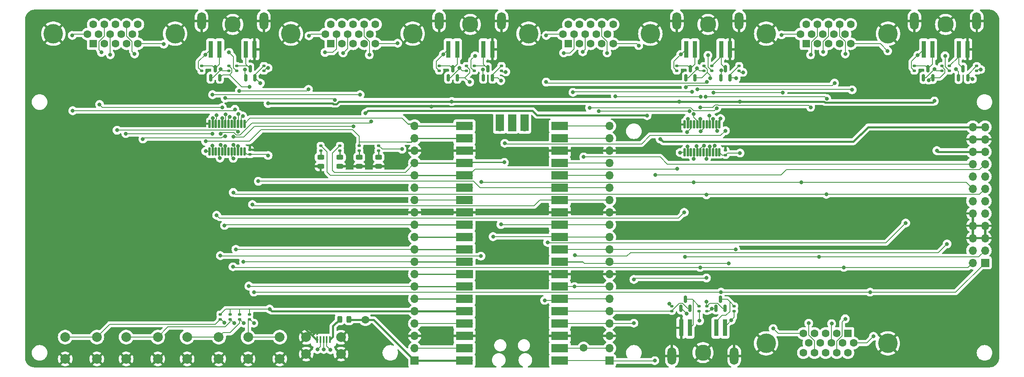
<source format=gbr>
%TF.GenerationSoftware,KiCad,Pcbnew,(7.0.0-0)*%
%TF.CreationDate,2023-03-16T21:22:01-05:00*%
%TF.ProjectId,VintageKVM,56696e74-6167-4654-9b56-4d2e6b696361,rev?*%
%TF.SameCoordinates,Original*%
%TF.FileFunction,Copper,L1,Top*%
%TF.FilePolarity,Positive*%
%FSLAX46Y46*%
G04 Gerber Fmt 4.6, Leading zero omitted, Abs format (unit mm)*
G04 Created by KiCad (PCBNEW (7.0.0-0)) date 2023-03-16 21:22:01*
%MOMM*%
%LPD*%
G01*
G04 APERTURE LIST*
G04 Aperture macros list*
%AMRoundRect*
0 Rectangle with rounded corners*
0 $1 Rounding radius*
0 $2 $3 $4 $5 $6 $7 $8 $9 X,Y pos of 4 corners*
0 Add a 4 corners polygon primitive as box body*
4,1,4,$2,$3,$4,$5,$6,$7,$8,$9,$2,$3,0*
0 Add four circle primitives for the rounded corners*
1,1,$1+$1,$2,$3*
1,1,$1+$1,$4,$5*
1,1,$1+$1,$6,$7*
1,1,$1+$1,$8,$9*
0 Add four rect primitives between the rounded corners*
20,1,$1+$1,$2,$3,$4,$5,0*
20,1,$1+$1,$4,$5,$6,$7,0*
20,1,$1+$1,$6,$7,$8,$9,0*
20,1,$1+$1,$8,$9,$2,$3,0*%
G04 Aperture macros list end*
%TA.AperFunction,SMDPad,CuDef*%
%ADD10RoundRect,0.140000X0.170000X-0.140000X0.170000X0.140000X-0.170000X0.140000X-0.170000X-0.140000X0*%
%TD*%
%TA.AperFunction,SMDPad,CuDef*%
%ADD11RoundRect,0.135000X0.185000X-0.135000X0.185000X0.135000X-0.185000X0.135000X-0.185000X-0.135000X0*%
%TD*%
%TA.AperFunction,ComponentPad*%
%ADD12C,4.000000*%
%TD*%
%TA.AperFunction,ComponentPad*%
%ADD13R,1.600000X1.600000*%
%TD*%
%TA.AperFunction,ComponentPad*%
%ADD14C,1.600000*%
%TD*%
%TA.AperFunction,ComponentPad*%
%ADD15R,1.700000X1.700000*%
%TD*%
%TA.AperFunction,ComponentPad*%
%ADD16O,1.700000X1.700000*%
%TD*%
%TA.AperFunction,SMDPad,CuDef*%
%ADD17RoundRect,0.150000X0.150000X-0.587500X0.150000X0.587500X-0.150000X0.587500X-0.150000X-0.587500X0*%
%TD*%
%TA.AperFunction,SMDPad,CuDef*%
%ADD18R,0.900000X3.500000*%
%TD*%
%TA.AperFunction,ComponentPad*%
%ADD19C,3.316000*%
%TD*%
%TA.AperFunction,ComponentPad*%
%ADD20O,1.800000X3.600000*%
%TD*%
%TA.AperFunction,SMDPad,CuDef*%
%ADD21R,0.400000X1.400000*%
%TD*%
%TA.AperFunction,ComponentPad*%
%ADD22C,2.000000*%
%TD*%
%TA.AperFunction,SMDPad,CuDef*%
%ADD23RoundRect,0.135000X-0.185000X0.135000X-0.185000X-0.135000X0.185000X-0.135000X0.185000X0.135000X0*%
%TD*%
%TA.AperFunction,SMDPad,CuDef*%
%ADD24RoundRect,0.243750X0.456250X-0.243750X0.456250X0.243750X-0.456250X0.243750X-0.456250X-0.243750X0*%
%TD*%
%TA.AperFunction,SMDPad,CuDef*%
%ADD25RoundRect,0.020500X-0.184500X0.764500X-0.184500X-0.764500X0.184500X-0.764500X0.184500X0.764500X0*%
%TD*%
%TA.AperFunction,SMDPad,CuDef*%
%ADD26RoundRect,0.243750X-0.243750X-0.456250X0.243750X-0.456250X0.243750X0.456250X-0.243750X0.456250X0*%
%TD*%
%TA.AperFunction,SMDPad,CuDef*%
%ADD27R,3.500000X1.700000*%
%TD*%
%TA.AperFunction,SMDPad,CuDef*%
%ADD28R,1.700000X3.500000*%
%TD*%
%TA.AperFunction,ViaPad*%
%ADD29C,0.800000*%
%TD*%
%TA.AperFunction,ViaPad*%
%ADD30C,1.600000*%
%TD*%
%TA.AperFunction,Conductor*%
%ADD31C,0.400000*%
%TD*%
%TA.AperFunction,Conductor*%
%ADD32C,0.200000*%
%TD*%
%TA.AperFunction,Conductor*%
%ADD33C,0.250000*%
%TD*%
G04 APERTURE END LIST*
D10*
%TO.P,C2,1*%
%TO.N,+3V3*%
X86211113Y-69769405D03*
%TO.P,C2,2*%
%TO.N,GND*%
X86211113Y-68809405D03*
%TD*%
%TO.P,C1,1*%
%TO.N,+3V3*%
X183830565Y-69919405D03*
%TO.P,C1,2*%
%TO.N,GND*%
X183830565Y-68959405D03*
%TD*%
D11*
%TO.P,R9,1*%
%TO.N,+3V3*%
X130642543Y-52582500D03*
%TO.P,R9,2*%
%TO.N,PORT_3_ADB_PWR_ON*%
X130642543Y-51562500D03*
%TD*%
D12*
%TO.P,J14,0*%
%TO.N,GND*%
X192139178Y-108650000D03*
X217139178Y-108650000D03*
D13*
%TO.P,J14,1*%
%TO.N,Net-(JP73-B)*%
X208954177Y-106599999D03*
D14*
%TO.P,J14,2*%
%TO.N,Net-(JP70-B)*%
X206664178Y-106600000D03*
%TO.P,J14,3*%
%TO.N,Net-(JP67-B)*%
X204374178Y-106600000D03*
%TO.P,J14,4*%
%TO.N,Net-(JP64-B)*%
X202084178Y-106600000D03*
%TO.P,J14,5*%
%TO.N,Net-(JP61-B)*%
X199794178Y-106600000D03*
%TO.P,J14,6*%
%TO.N,Net-(JP75-B)*%
X210099178Y-108580000D03*
%TO.P,J14,7*%
%TO.N,Net-(JP72-B)*%
X207809178Y-108580000D03*
%TO.P,J14,8*%
%TO.N,Net-(JP69-B)*%
X205519178Y-108580000D03*
%TO.P,J14,9*%
%TO.N,Net-(JP66-B)*%
X203229178Y-108580000D03*
%TO.P,J14,10*%
%TO.N,Net-(JP63-B)*%
X200939178Y-108580000D03*
%TO.P,J14,11*%
%TO.N,Net-(JP74-B)*%
X208954178Y-110560000D03*
%TO.P,J14,12*%
%TO.N,Net-(JP71-B)*%
X206664178Y-110560000D03*
%TO.P,J14,13*%
%TO.N,Net-(JP68-B)*%
X204374178Y-110560000D03*
%TO.P,J14,14*%
%TO.N,Net-(JP65-B)*%
X202084178Y-110560000D03*
%TO.P,J14,15*%
%TO.N,Net-(JP62-B)*%
X199794178Y-110560000D03*
%TD*%
D15*
%TO.P,J2,1,Pin_1*%
%TO.N,I2C0_SDA*%
X159999999Y-112199999D03*
D16*
%TO.P,J2,2,Pin_2*%
%TO.N,I2C0_SCL*%
X159999999Y-109659999D03*
%TO.P,J2,3,Pin_3*%
%TO.N,GND*%
X159999999Y-107119999D03*
%TO.P,J2,4,Pin_4*%
%TO.N,CTRL_PORT_ADB_PWR_ON*%
X159999999Y-104579999D03*
%TO.P,J2,5,Pin_5*%
%TO.N,CTRL_PORT_ADB_DATA*%
X159999999Y-102039999D03*
%TO.P,J2,6,Pin_6*%
%TO.N,PORT_1_ADB_PWR_ON*%
X159999999Y-99499999D03*
%TO.P,J2,7,Pin_7*%
%TO.N,PORT_1_ADB_DATA*%
X159999999Y-96959999D03*
%TO.P,J2,8,Pin_8*%
%TO.N,GND*%
X159999999Y-94419999D03*
%TO.P,J2,9,Pin_9*%
%TO.N,PORT_2_ADB_PWR_ON*%
X159999999Y-91879999D03*
%TO.P,J2,10,Pin_10*%
%TO.N,PORT_2_ADB_DATA*%
X159999999Y-89339999D03*
%TO.P,J2,11,Pin_11*%
%TO.N,PORT_3_ADB_PWR_ON*%
X159999999Y-86799999D03*
%TO.P,J2,12,Pin_12*%
%TO.N,PORT_3_ADB_DATA*%
X159999999Y-84259999D03*
%TO.P,J2,13,Pin_13*%
%TO.N,GND*%
X159999999Y-81719999D03*
%TO.P,J2,14,Pin_14*%
%TO.N,PORT_4_ADB_PWR_ON*%
X159999999Y-79179999D03*
%TO.P,J2,15,Pin_15*%
%TO.N,PORT_4_ADB_DATA*%
X159999999Y-76639999D03*
%TO.P,J2,16,Pin_16*%
%TO.N,UART0_TX*%
X159999999Y-74099999D03*
%TO.P,J2,17,Pin_17*%
%TO.N,UART0_RX*%
X159999999Y-71559999D03*
%TO.P,J2,18,Pin_18*%
%TO.N,GND*%
X159999999Y-69019999D03*
%TO.P,J2,19,Pin_19*%
%TO.N,GPIO14*%
X159999999Y-66479999D03*
%TO.P,J2,20,Pin_20*%
%TO.N,GPIO15*%
X159999999Y-63939999D03*
%TD*%
D17*
%TO.P,Q4,1,G*%
%TO.N,+3V3*%
X182859269Y-54000000D03*
%TO.P,Q4,2,S*%
%TO.N,PORT_2_ADB_DATA*%
X184759269Y-54000000D03*
%TO.P,Q4,3,D*%
%TO.N,/Input Port 2/ADB_EXT_PWR_ON*%
X183809269Y-52125000D03*
%TD*%
D11*
%TO.P,R6,1*%
%TO.N,/Input Port 2/ADB_EXT_5v*%
X173815269Y-52582500D03*
%TO.P,R6,2*%
%TO.N,/Input Port 2/ADB_EXT_DATA*%
X173815269Y-51562500D03*
%TD*%
D18*
%TO.P,J7,1,1*%
%TO.N,/Input Port 2/ADB_EXT_DATA*%
X177515268Y-48149999D03*
%TO.P,J7,2,2*%
%TO.N,/Input Port 2/ADB_EXT_PWR_ON*%
X182915268Y-48149999D03*
%TO.P,J7,3,3*%
%TO.N,/Input Port 2/ADB_EXT_5v*%
X175715268Y-48149999D03*
%TO.P,J7,4,4*%
%TO.N,GND*%
X184715268Y-48149999D03*
D19*
%TO.P,J7,S1,SHIELD*%
X180215269Y-43050000D03*
D20*
%TO.P,J7,S2,SHIELD*%
X173815268Y-42349999D03*
%TO.P,J7,S3,SHIELD*%
X186615268Y-42349999D03*
%TD*%
D17*
%TO.P,Q2,1,G*%
%TO.N,+3V3*%
X231643995Y-54017500D03*
%TO.P,Q2,2,S*%
%TO.N,PORT_1_ADB_DATA*%
X233543995Y-54017500D03*
%TO.P,Q2,3,D*%
%TO.N,/Input Port 1/ADB_EXT_PWR_ON*%
X232593995Y-52142500D03*
%TD*%
D11*
%TO.P,R16,1*%
%TO.N,/Input Port 4/ADB_EXT_5v*%
X83433817Y-52582500D03*
%TO.P,R16,2*%
%TO.N,/Input Port 4/ADB_EXT_PWR_ON*%
X83433817Y-51562500D03*
%TD*%
D21*
%TO.P,J1,1,1*%
%TO.N,GND*%
X99999999Y-107899999D03*
%TO.P,J1,2,2*%
%TO.N,Net-(J1-Pad2)*%
X100649999Y-107899999D03*
%TO.P,J1,3,3*%
%TO.N,Net-(J1-Pad3)*%
X101299999Y-107899999D03*
%TO.P,J1,4,4*%
%TO.N,Net-(J1-Pad4)*%
X101949999Y-107899999D03*
%TO.P,J1,5,5*%
%TO.N,Net-(F1-Pad1)*%
X102599999Y-107899999D03*
D22*
%TO.P,J1,MH1,MH1*%
%TO.N,GND*%
X97725000Y-110850000D03*
%TO.P,J1,MH2,MH2*%
X104875000Y-110850000D03*
%TO.P,J1,MH3,MH3*%
X104875000Y-107400000D03*
%TO.P,J1,MH4,MH4*%
X97725000Y-107400000D03*
%TD*%
D23*
%TO.P,R22,1*%
%TO.N,+3V3*%
X82090000Y-102680000D03*
%TO.P,R22,2*%
%TO.N,GPIO26*%
X82090000Y-103700000D03*
%TD*%
D17*
%TO.P,Q7,1,G*%
%TO.N,+3V3*%
X78101817Y-54000000D03*
%TO.P,Q7,2,S*%
%TO.N,PORT_4_ADB_PWR_ON*%
X80001817Y-54000000D03*
%TO.P,Q7,3,D*%
%TO.N,/Input Port 4/ADB_EXT_DATA*%
X79051817Y-52125000D03*
%TD*%
D12*
%TO.P,J8,0*%
%TO.N,GND*%
X168384452Y-44950000D03*
X143384452Y-44950000D03*
D13*
%TO.P,J8,1*%
%TO.N,Net-(JP28-B)*%
X151569451Y-46999999D03*
D14*
%TO.P,J8,2*%
%TO.N,Net-(JP25-B)*%
X153859452Y-47000000D03*
%TO.P,J8,3*%
%TO.N,Net-(JP22-B)*%
X156149452Y-47000000D03*
%TO.P,J8,4*%
%TO.N,Net-(JP19-B)*%
X158439452Y-47000000D03*
%TO.P,J8,5*%
%TO.N,Net-(JP16-B)*%
X160729452Y-47000000D03*
%TO.P,J8,6*%
%TO.N,Net-(JP30-B)*%
X150424452Y-45020000D03*
%TO.P,J8,7*%
%TO.N,Net-(JP27-B)*%
X152714452Y-45020000D03*
%TO.P,J8,8*%
%TO.N,Net-(JP24-B)*%
X155004452Y-45020000D03*
%TO.P,J8,9*%
%TO.N,Net-(JP21-B)*%
X157294452Y-45020000D03*
%TO.P,J8,10*%
%TO.N,Net-(JP18-B)*%
X159584452Y-45020000D03*
%TO.P,J8,11*%
%TO.N,Net-(JP29-B)*%
X151569452Y-43040000D03*
%TO.P,J8,12*%
%TO.N,Net-(JP26-B)*%
X153859452Y-43040000D03*
%TO.P,J8,13*%
%TO.N,Net-(JP23-B)*%
X156149452Y-43040000D03*
%TO.P,J8,14*%
%TO.N,Net-(JP20-B)*%
X158439452Y-43040000D03*
%TO.P,J8,15*%
%TO.N,Net-(JP17-B)*%
X160729452Y-43040000D03*
%TD*%
D17*
%TO.P,Q3,1,G*%
%TO.N,+3V3*%
X175671269Y-54000000D03*
%TO.P,Q3,2,S*%
%TO.N,PORT_2_ADB_PWR_ON*%
X177571269Y-54000000D03*
%TO.P,Q3,3,D*%
%TO.N,/Input Port 2/ADB_EXT_DATA*%
X176621269Y-52125000D03*
%TD*%
D11*
%TO.P,R10,1*%
%TO.N,/Input Port 3/ADB_EXT_5v*%
X125030543Y-52582500D03*
%TO.P,R10,2*%
%TO.N,/Input Port 3/ADB_EXT_DATA*%
X125030543Y-51562500D03*
%TD*%
D23*
%TO.P,R21,1*%
%TO.N,+3V3*%
X80100000Y-102680000D03*
%TO.P,R21,2*%
%TO.N,GPIO22*%
X80100000Y-103700000D03*
%TD*%
D22*
%TO.P,SW3,1,1*%
%TO.N,GND*%
X79783332Y-111850000D03*
X73283332Y-111850000D03*
%TO.P,SW3,2,2*%
%TO.N,GPIO27*%
X79783332Y-107350000D03*
X73283332Y-107350000D03*
%TD*%
D11*
%TO.P,R15,1*%
%TO.N,+3V3*%
X89045817Y-52582500D03*
%TO.P,R15,2*%
%TO.N,PORT_4_ADB_DATA*%
X89045817Y-51562500D03*
%TD*%
D17*
%TO.P,Q9,1,G*%
%TO.N,+3V3*%
X174656000Y-101437500D03*
%TO.P,Q9,2,S*%
%TO.N,CTRL_PORT_ADB_DATA*%
X176556000Y-101437500D03*
%TO.P,Q9,3,D*%
%TO.N,/Control Port/ADB_EXT_PWR_ON*%
X175606000Y-99562500D03*
%TD*%
D23*
%TO.P,R27,1*%
%TO.N,SEL_U2*%
X108633332Y-67980000D03*
%TO.P,R27,2*%
%TO.N,Net-(D3-A)*%
X108633332Y-69000000D03*
%TD*%
D11*
%TO.P,R12,1*%
%TO.N,/Input Port 3/ADB_EXT_5v*%
X132218543Y-52582500D03*
%TO.P,R12,2*%
%TO.N,/Input Port 3/ADB_EXT_PWR_ON*%
X132218543Y-51562500D03*
%TD*%
%TO.P,R14,1*%
%TO.N,/Input Port 4/ADB_EXT_5v*%
X76245817Y-52582500D03*
%TO.P,R14,2*%
%TO.N,/Input Port 4/ADB_EXT_DATA*%
X76245817Y-51562500D03*
%TD*%
D22*
%TO.P,SW1,1,1*%
%TO.N,GND*%
X54750000Y-111850000D03*
X48250000Y-111850000D03*
%TO.P,SW1,2,2*%
%TO.N,GPIO22*%
X54750000Y-107350000D03*
X48250000Y-107350000D03*
%TD*%
D11*
%TO.P,R20,1*%
%TO.N,/Control Port/ADB_EXT_5v*%
X185600000Y-102000000D03*
%TO.P,R20,2*%
%TO.N,/Control Port/ADB_EXT_DATA*%
X185600000Y-100980000D03*
%TD*%
D22*
%TO.P,SW2,1,1*%
%TO.N,GND*%
X67266666Y-111850000D03*
X60766666Y-111850000D03*
%TO.P,SW2,2,2*%
%TO.N,GPIO26*%
X67266666Y-107350000D03*
X60766666Y-107350000D03*
%TD*%
D24*
%TO.P,D1,1,K*%
%TO.N,GND*%
X100700000Y-72237500D03*
%TO.P,D1,2,A*%
%TO.N,Net-(D1-A)*%
X100700000Y-70362500D03*
%TD*%
D11*
%TO.P,R19,1*%
%TO.N,+3V3*%
X179988000Y-102000000D03*
%TO.P,R19,2*%
%TO.N,CTRL_PORT_ADB_PWR_ON*%
X179988000Y-100980000D03*
%TD*%
D24*
%TO.P,D2,1,K*%
%TO.N,GND*%
X104666666Y-72237500D03*
%TO.P,D2,2,A*%
%TO.N,Net-(D2-A)*%
X104666666Y-70362500D03*
%TD*%
D17*
%TO.P,Q5,1,G*%
%TO.N,+3V3*%
X126886543Y-54000000D03*
%TO.P,Q5,2,S*%
%TO.N,PORT_3_ADB_PWR_ON*%
X128786543Y-54000000D03*
%TO.P,Q5,3,D*%
%TO.N,/Input Port 3/ADB_EXT_DATA*%
X127836543Y-52125000D03*
%TD*%
D11*
%TO.P,R2,1*%
%TO.N,/Input Port 1/ADB_EXT_5v*%
X222599995Y-52600000D03*
%TO.P,R2,2*%
%TO.N,/Input Port 1/ADB_EXT_DATA*%
X222599995Y-51580000D03*
%TD*%
D24*
%TO.P,D3,1,K*%
%TO.N,GND*%
X108633332Y-72237500D03*
%TO.P,D3,2,A*%
%TO.N,Net-(D3-A)*%
X108633332Y-70362500D03*
%TD*%
D23*
%TO.P,R28,1*%
%TO.N,OE_U2*%
X112600000Y-67980000D03*
%TO.P,R28,2*%
%TO.N,Net-(D4-A)*%
X112600000Y-69000000D03*
%TD*%
D17*
%TO.P,Q6,1,G*%
%TO.N,+3V3*%
X134074543Y-54000000D03*
%TO.P,Q6,2,S*%
%TO.N,PORT_3_ADB_DATA*%
X135974543Y-54000000D03*
%TO.P,Q6,3,D*%
%TO.N,/Input Port 3/ADB_EXT_PWR_ON*%
X135024543Y-52125000D03*
%TD*%
D12*
%TO.P,J6,0*%
%TO.N,GND*%
X217169178Y-44950000D03*
X192169178Y-44950000D03*
D13*
%TO.P,J6,1*%
%TO.N,Net-(JP13-B)*%
X200354177Y-46999999D03*
D14*
%TO.P,J6,2*%
%TO.N,Net-(JP10-B)*%
X202644178Y-47000000D03*
%TO.P,J6,3*%
%TO.N,Net-(JP7-B)*%
X204934178Y-47000000D03*
%TO.P,J6,4*%
%TO.N,Net-(JP4-B)*%
X207224178Y-47000000D03*
%TO.P,J6,5*%
%TO.N,Net-(JP1-B)*%
X209514178Y-47000000D03*
%TO.P,J6,6*%
%TO.N,Net-(JP15-B)*%
X199209178Y-45020000D03*
%TO.P,J6,7*%
%TO.N,Net-(JP12-B)*%
X201499178Y-45020000D03*
%TO.P,J6,8*%
%TO.N,Net-(JP9-B)*%
X203789178Y-45020000D03*
%TO.P,J6,9*%
%TO.N,Net-(JP6-B)*%
X206079178Y-45020000D03*
%TO.P,J6,10*%
%TO.N,Net-(JP3-B)*%
X208369178Y-45020000D03*
%TO.P,J6,11*%
%TO.N,Net-(JP14-B)*%
X200354178Y-43040000D03*
%TO.P,J6,12*%
%TO.N,Net-(JP11-B)*%
X202644178Y-43040000D03*
%TO.P,J6,13*%
%TO.N,Net-(JP8-B)*%
X204934178Y-43040000D03*
%TO.P,J6,14*%
%TO.N,Net-(JP5-B)*%
X207224178Y-43040000D03*
%TO.P,J6,15*%
%TO.N,Net-(JP2-B)*%
X209514178Y-43040000D03*
%TD*%
D23*
%TO.P,R17,1*%
%TO.N,+3V3*%
X172800000Y-100980000D03*
%TO.P,R17,2*%
%TO.N,CTRL_PORT_ADB_DATA*%
X172800000Y-102000000D03*
%TD*%
D12*
%TO.P,J12,0*%
%TO.N,GND*%
X70815000Y-44950000D03*
X45815000Y-44950000D03*
D13*
%TO.P,J12,1*%
%TO.N,Net-(JP58-B)*%
X53999999Y-46999999D03*
D14*
%TO.P,J12,2*%
%TO.N,Net-(JP55-B)*%
X56290000Y-47000000D03*
%TO.P,J12,3*%
%TO.N,Net-(JP52-B)*%
X58580000Y-47000000D03*
%TO.P,J12,4*%
%TO.N,Net-(JP49-B)*%
X60870000Y-47000000D03*
%TO.P,J12,5*%
%TO.N,Net-(JP46-B)*%
X63160000Y-47000000D03*
%TO.P,J12,6*%
%TO.N,Net-(JP60-B)*%
X52855000Y-45020000D03*
%TO.P,J12,7*%
%TO.N,Net-(JP57-B)*%
X55145000Y-45020000D03*
%TO.P,J12,8*%
%TO.N,Net-(JP54-B)*%
X57435000Y-45020000D03*
%TO.P,J12,9*%
%TO.N,Net-(JP51-B)*%
X59725000Y-45020000D03*
%TO.P,J12,10*%
%TO.N,Net-(JP48-B)*%
X62015000Y-45020000D03*
%TO.P,J12,11*%
%TO.N,Net-(JP59-B)*%
X54000000Y-43040000D03*
%TO.P,J12,12*%
%TO.N,Net-(JP56-B)*%
X56290000Y-43040000D03*
%TO.P,J12,13*%
%TO.N,Net-(JP53-B)*%
X58580000Y-43040000D03*
%TO.P,J12,14*%
%TO.N,Net-(JP50-B)*%
X60870000Y-43040000D03*
%TO.P,J12,15*%
%TO.N,Net-(JP47-B)*%
X63160000Y-43040000D03*
%TD*%
D24*
%TO.P,D4,1,K*%
%TO.N,GND*%
X112600000Y-72237500D03*
%TO.P,D4,2,A*%
%TO.N,Net-(D4-A)*%
X112600000Y-70362500D03*
%TD*%
D22*
%TO.P,SW4,1,1*%
%TO.N,GND*%
X92300000Y-111850000D03*
X85800000Y-111850000D03*
%TO.P,SW4,2,2*%
%TO.N,GPIO28*%
X92300000Y-107350000D03*
X85800000Y-107350000D03*
%TD*%
D23*
%TO.P,R24,1*%
%TO.N,+3V3*%
X86070000Y-102680000D03*
%TO.P,R24,2*%
%TO.N,GPIO28*%
X86070000Y-103700000D03*
%TD*%
D11*
%TO.P,R8,1*%
%TO.N,/Input Port 2/ADB_EXT_5v*%
X181003269Y-52582500D03*
%TO.P,R8,2*%
%TO.N,/Input Port 2/ADB_EXT_PWR_ON*%
X181003269Y-51562500D03*
%TD*%
D18*
%TO.P,J11,1,1*%
%TO.N,/Input Port 4/ADB_EXT_DATA*%
X79945816Y-48149999D03*
%TO.P,J11,2,2*%
%TO.N,/Input Port 4/ADB_EXT_PWR_ON*%
X85345816Y-48149999D03*
%TO.P,J11,3,3*%
%TO.N,/Input Port 4/ADB_EXT_5v*%
X78145816Y-48149999D03*
%TO.P,J11,4,4*%
%TO.N,GND*%
X87145816Y-48149999D03*
D19*
%TO.P,J11,S1,SHIELD*%
X82645817Y-43050000D03*
D20*
%TO.P,J11,S2,SHIELD*%
X76245816Y-42349999D03*
%TO.P,J11,S3,SHIELD*%
X89045816Y-42349999D03*
%TD*%
D17*
%TO.P,Q8,1,G*%
%TO.N,+3V3*%
X85289817Y-54000000D03*
%TO.P,Q8,2,S*%
%TO.N,PORT_4_ADB_DATA*%
X87189817Y-54000000D03*
%TO.P,Q8,3,D*%
%TO.N,/Input Port 4/ADB_EXT_PWR_ON*%
X86239817Y-52125000D03*
%TD*%
D11*
%TO.P,R4,1*%
%TO.N,/Input Port 1/ADB_EXT_5v*%
X229787995Y-52600000D03*
%TO.P,R4,2*%
%TO.N,/Input Port 1/ADB_EXT_PWR_ON*%
X229787995Y-51580000D03*
%TD*%
%TO.P,R3,1*%
%TO.N,+3V3*%
X235399995Y-52600000D03*
%TO.P,R3,2*%
%TO.N,PORT_1_ADB_DATA*%
X235399995Y-51580000D03*
%TD*%
D15*
%TO.P,J4,1,Pin_1*%
%TO.N,VBUS*%
X119999999Y-112199999D03*
D16*
%TO.P,J4,2,Pin_2*%
%TO.N,VSYS*%
X119999999Y-109659999D03*
%TO.P,J4,3,Pin_3*%
%TO.N,GND*%
X119999999Y-107119999D03*
%TO.P,J4,4,Pin_4*%
%TO.N,3v3_EN*%
X119999999Y-104579999D03*
%TO.P,J4,5,Pin_5*%
%TO.N,+3V3*%
X119999999Y-102039999D03*
%TO.P,J4,6,Pin_6*%
%TO.N,ADC_VREF*%
X119999999Y-99499999D03*
%TO.P,J4,7,Pin_7*%
%TO.N,GPIO28*%
X119999999Y-96959999D03*
%TO.P,J4,8,Pin_8*%
%TO.N,AGND*%
X119999999Y-94419999D03*
%TO.P,J4,9,Pin_9*%
%TO.N,GPIO27*%
X119999999Y-91879999D03*
%TO.P,J4,10,Pin_10*%
%TO.N,GPIO26*%
X119999999Y-89339999D03*
%TO.P,J4,11,Pin_11*%
%TO.N,RUN*%
X119999999Y-86799999D03*
%TO.P,J4,12,Pin_12*%
%TO.N,GPIO22*%
X119999999Y-84259999D03*
%TO.P,J4,13,Pin_13*%
%TO.N,GND*%
X119999999Y-81719999D03*
%TO.P,J4,14,Pin_14*%
%TO.N,GPIO21*%
X119999999Y-79179999D03*
%TO.P,J4,15,Pin_15*%
%TO.N,GPIO20*%
X119999999Y-76639999D03*
%TO.P,J4,16,Pin_16*%
%TO.N,SEL_U1*%
X119999999Y-74099999D03*
%TO.P,J4,17,Pin_17*%
%TO.N,OE_U1*%
X119999999Y-71559999D03*
%TO.P,J4,18,Pin_18*%
%TO.N,GND*%
X119999999Y-69019999D03*
%TO.P,J4,19,Pin_19*%
%TO.N,SEL_U2*%
X119999999Y-66479999D03*
%TO.P,J4,20,Pin_20*%
%TO.N,OE_U2*%
X119999999Y-63939999D03*
%TD*%
D25*
%TO.P,U2,1,OE*%
%TO.N,OE_U1*%
X182555565Y-63619405D03*
%TO.P,U2,2,AR*%
%TO.N,CTRL_PORT_RED*%
X181905565Y-63619405D03*
%TO.P,U2,3,1R*%
%TO.N,PORT_1_RED*%
X181255565Y-63619405D03*
%TO.P,U2,4,2R*%
%TO.N,PORT_2_RED*%
X180605565Y-63619405D03*
%TO.P,U2,5,BR*%
%TO.N,unconnected-(U2-BR-Pad5)*%
X179955565Y-63619405D03*
%TO.P,U2,6,AG*%
%TO.N,CTRL_PORT_GREEN*%
X179305565Y-63619405D03*
%TO.P,U2,7,1G*%
%TO.N,PORT_1_GREEN*%
X178655565Y-63619405D03*
%TO.P,U2,8,2G*%
%TO.N,PORT_2_GREEN*%
X178005565Y-63619405D03*
%TO.P,U2,9,BG*%
%TO.N,unconnected-(U2-BG-Pad9)*%
X177355565Y-63619405D03*
%TO.P,U2,10,AB*%
%TO.N,CTRL_PORT_BLUE*%
X176705565Y-63619405D03*
%TO.P,U2,11,1B*%
%TO.N,PORT_1_BLUE*%
X176055565Y-63619405D03*
%TO.P,U2,12,GND*%
%TO.N,GND*%
X175405565Y-63619405D03*
%TO.P,U2,13,SEL*%
%TO.N,SEL_U1*%
X175405565Y-69359405D03*
%TO.P,U2,14,2B*%
%TO.N,PORT_2_BLUE*%
X176055565Y-69359405D03*
%TO.P,U2,15,BB*%
%TO.N,unconnected-(U2-BB-Pad15)*%
X176705565Y-69359405D03*
%TO.P,U2,16,ASCA*%
%TO.N,CTRL_PORT_VSYNC*%
X177355565Y-69359405D03*
%TO.P,U2,17,1SCA*%
%TO.N,PORT_1_VSYNC*%
X178005565Y-69359405D03*
%TO.P,U2,18,2SCA*%
%TO.N,PORT_2_VSYNC*%
X178655565Y-69359405D03*
%TO.P,U2,19,BSCA*%
%TO.N,unconnected-(U2-BSCA-Pad19)*%
X179305565Y-69359405D03*
%TO.P,U2,20,ASCL*%
%TO.N,CTRL_PORT_HSYNC*%
X179955565Y-69359405D03*
%TO.P,U2,21,1SCL*%
%TO.N,PORT_1_HSYNC*%
X180605565Y-69359405D03*
%TO.P,U2,22,2SCL*%
%TO.N,PORT_2_HSYNC*%
X181255565Y-69359405D03*
%TO.P,U2,23,BSCL*%
%TO.N,unconnected-(U2-BSCL-Pad23)*%
X181905565Y-69359405D03*
%TO.P,U2,24,VCC*%
%TO.N,+3V3*%
X182555565Y-69359405D03*
%TD*%
D18*
%TO.P,J5,1,1*%
%TO.N,/Input Port 1/ADB_EXT_DATA*%
X226299994Y-48149999D03*
%TO.P,J5,2,2*%
%TO.N,/Input Port 1/ADB_EXT_PWR_ON*%
X231699994Y-48149999D03*
%TO.P,J5,3,3*%
%TO.N,/Input Port 1/ADB_EXT_5v*%
X224499994Y-48149999D03*
%TO.P,J5,4,4*%
%TO.N,GND*%
X233499994Y-48149999D03*
D19*
%TO.P,J5,S1,SHIELD*%
X228999995Y-43050000D03*
D20*
%TO.P,J5,S2,SHIELD*%
X222599994Y-42349999D03*
%TO.P,J5,S3,SHIELD*%
X235399994Y-42349999D03*
%TD*%
D26*
%TO.P,F1,1*%
%TO.N,Net-(F1-Pad1)*%
X104625000Y-103700000D03*
%TO.P,F1,2*%
%TO.N,VBUS*%
X106500000Y-103700000D03*
%TD*%
D11*
%TO.P,R7,1*%
%TO.N,+3V3*%
X186615269Y-52582500D03*
%TO.P,R7,2*%
%TO.N,PORT_2_ADB_DATA*%
X186615269Y-51562500D03*
%TD*%
%TO.P,R11,1*%
%TO.N,+3V3*%
X137830543Y-52582500D03*
%TO.P,R11,2*%
%TO.N,PORT_3_ADB_DATA*%
X137830543Y-51562500D03*
%TD*%
D23*
%TO.P,R25,1*%
%TO.N,SEL_U1*%
X100700000Y-67980000D03*
%TO.P,R25,2*%
%TO.N,Net-(D1-A)*%
X100700000Y-69000000D03*
%TD*%
D11*
%TO.P,R13,1*%
%TO.N,+3V3*%
X81857817Y-52582500D03*
%TO.P,R13,2*%
%TO.N,PORT_4_ADB_PWR_ON*%
X81857817Y-51562500D03*
%TD*%
D23*
%TO.P,R26,1*%
%TO.N,OE_U1*%
X104666666Y-67980000D03*
%TO.P,R26,2*%
%TO.N,Net-(D2-A)*%
X104666666Y-69000000D03*
%TD*%
D11*
%TO.P,R1,1*%
%TO.N,+3V3*%
X228211995Y-52600000D03*
%TO.P,R1,2*%
%TO.N,PORT_1_ADB_PWR_ON*%
X228211995Y-51580000D03*
%TD*%
%TO.P,R5,1*%
%TO.N,+3V3*%
X179427269Y-52582500D03*
%TO.P,R5,2*%
%TO.N,PORT_2_ADB_PWR_ON*%
X179427269Y-51562500D03*
%TD*%
D25*
%TO.P,U3,1,OE*%
%TO.N,OE_U2*%
X85036113Y-63469405D03*
%TO.P,U3,2,AR*%
%TO.N,CTRL_PORT_RED*%
X84386113Y-63469405D03*
%TO.P,U3,3,1R*%
%TO.N,PORT_3_RED*%
X83736113Y-63469405D03*
%TO.P,U3,4,2R*%
%TO.N,PORT_4_RED*%
X83086113Y-63469405D03*
%TO.P,U3,5,BR*%
%TO.N,unconnected-(U3-BR-Pad5)*%
X82436113Y-63469405D03*
%TO.P,U3,6,AG*%
%TO.N,CTRL_PORT_GREEN*%
X81786113Y-63469405D03*
%TO.P,U3,7,1G*%
%TO.N,PORT_3_GREEN*%
X81136113Y-63469405D03*
%TO.P,U3,8,2G*%
%TO.N,PORT_4_GREEN*%
X80486113Y-63469405D03*
%TO.P,U3,9,BG*%
%TO.N,unconnected-(U3-BG-Pad9)*%
X79836113Y-63469405D03*
%TO.P,U3,10,AB*%
%TO.N,CTRL_PORT_BLUE*%
X79186113Y-63469405D03*
%TO.P,U3,11,1B*%
%TO.N,PORT_3_BLUE*%
X78536113Y-63469405D03*
%TO.P,U3,12,GND*%
%TO.N,GND*%
X77886113Y-63469405D03*
%TO.P,U3,13,SEL*%
%TO.N,SEL_U2*%
X77886113Y-69209405D03*
%TO.P,U3,14,2B*%
%TO.N,PORT_4_BLUE*%
X78536113Y-69209405D03*
%TO.P,U3,15,BB*%
%TO.N,unconnected-(U3-BB-Pad15)*%
X79186113Y-69209405D03*
%TO.P,U3,16,ASCA*%
%TO.N,CTRL_PORT_VSYNC*%
X79836113Y-69209405D03*
%TO.P,U3,17,1SCA*%
%TO.N,PORT_3_VSYNC*%
X80486113Y-69209405D03*
%TO.P,U3,18,2SCA*%
%TO.N,PORT_4_VSYNC*%
X81136113Y-69209405D03*
%TO.P,U3,19,BSCA*%
%TO.N,unconnected-(U3-BSCA-Pad19)*%
X81786113Y-69209405D03*
%TO.P,U3,20,ASCL*%
%TO.N,CTRL_PORT_HSYNC*%
X82436113Y-69209405D03*
%TO.P,U3,21,1SCL*%
%TO.N,PORT_3_HSYNC*%
X83086113Y-69209405D03*
%TO.P,U3,22,2SCL*%
%TO.N,PORT_4_HSYNC*%
X83736113Y-69209405D03*
%TO.P,U3,23,BSCL*%
%TO.N,unconnected-(U3-BSCL-Pad23)*%
X84386113Y-69209405D03*
%TO.P,U3,24,VCC*%
%TO.N,+3V3*%
X85036113Y-69209405D03*
%TD*%
D12*
%TO.P,J10,0*%
%TO.N,GND*%
X119599726Y-44950000D03*
X94599726Y-44950000D03*
D13*
%TO.P,J10,1*%
%TO.N,Net-(JP43-B)*%
X102784725Y-46999999D03*
D14*
%TO.P,J10,2*%
%TO.N,Net-(JP40-B)*%
X105074726Y-47000000D03*
%TO.P,J10,3*%
%TO.N,Net-(JP37-B)*%
X107364726Y-47000000D03*
%TO.P,J10,4*%
%TO.N,Net-(JP34-B)*%
X109654726Y-47000000D03*
%TO.P,J10,5*%
%TO.N,Net-(JP31-B)*%
X111944726Y-47000000D03*
%TO.P,J10,6*%
%TO.N,Net-(JP45-B)*%
X101639726Y-45020000D03*
%TO.P,J10,7*%
%TO.N,Net-(JP42-B)*%
X103929726Y-45020000D03*
%TO.P,J10,8*%
%TO.N,Net-(JP39-B)*%
X106219726Y-45020000D03*
%TO.P,J10,9*%
%TO.N,Net-(JP36-B)*%
X108509726Y-45020000D03*
%TO.P,J10,10*%
%TO.N,Net-(JP33-B)*%
X110799726Y-45020000D03*
%TO.P,J10,11*%
%TO.N,Net-(JP44-B)*%
X102784726Y-43040000D03*
%TO.P,J10,12*%
%TO.N,Net-(JP41-B)*%
X105074726Y-43040000D03*
%TO.P,J10,13*%
%TO.N,Net-(JP38-B)*%
X107364726Y-43040000D03*
%TO.P,J10,14*%
%TO.N,Net-(JP35-B)*%
X109654726Y-43040000D03*
%TO.P,J10,15*%
%TO.N,Net-(JP32-B)*%
X111944726Y-43040000D03*
%TD*%
D23*
%TO.P,R23,1*%
%TO.N,+3V3*%
X84080000Y-102680000D03*
%TO.P,R23,2*%
%TO.N,GPIO27*%
X84080000Y-103700000D03*
%TD*%
D15*
%TO.P,J3,1,Pin_1*%
%TO.N,CTRL_PORT_RED*%
X237099999Y-92079999D03*
D16*
%TO.P,J3,2,Pin_2*%
%TO.N,CTRL_PORT_GREEN*%
X234559999Y-92079999D03*
%TO.P,J3,3,Pin_3*%
%TO.N,CTRL_PORT_BLUE*%
X237099999Y-89539999D03*
%TO.P,J3,4,Pin_4*%
%TO.N,unconnected-(J3-Pin_4-Pad4)*%
X234559999Y-89539999D03*
%TO.P,J3,5,Pin_5*%
%TO.N,GND*%
X237099999Y-86999999D03*
%TO.P,J3,6,Pin_6*%
X234559999Y-86999999D03*
%TO.P,J3,7,Pin_7*%
X237099999Y-84459999D03*
%TO.P,J3,8,Pin_8*%
X234559999Y-84459999D03*
%TO.P,J3,9,Pin_9*%
%TO.N,unconnected-(J3-Pin_9-Pad9)*%
X237099999Y-81919999D03*
%TO.P,J3,10,Pin_10*%
%TO.N,GND*%
X234559999Y-81919999D03*
%TO.P,J3,11,Pin_11*%
%TO.N,unconnected-(J3-Pin_11-Pad11)*%
X237099999Y-79379999D03*
%TO.P,J3,12,Pin_12*%
%TO.N,unconnected-(J3-Pin_12-Pad12)*%
X234559999Y-79379999D03*
%TO.P,J3,13,Pin_13*%
%TO.N,CTRL_PORT_HSYNC*%
X237099999Y-76839999D03*
%TO.P,J3,14,Pin_14*%
%TO.N,CTRL_PORT_VSYNC*%
X234559999Y-76839999D03*
%TO.P,J3,15,Pin_15*%
%TO.N,unconnected-(J3-Pin_15-Pad15)*%
X237099999Y-74299999D03*
%TO.P,J3,16,Pin_16*%
%TO.N,unconnected-(J3-Pin_16-Pad16)*%
X234559999Y-74299999D03*
%TO.P,J3,17,Pin_17*%
%TO.N,I2C0_SDA*%
X237099999Y-71759999D03*
%TO.P,J3,18,Pin_18*%
%TO.N,I2C0_SCL*%
X234559999Y-71759999D03*
%TO.P,J3,19,Pin_19*%
%TO.N,+3V3*%
X237099999Y-69219999D03*
%TO.P,J3,20,Pin_20*%
X234559999Y-69219999D03*
%TO.P,J3,21,Pin_21*%
%TO.N,GND*%
X237099999Y-66679999D03*
%TO.P,J3,22,Pin_22*%
X234559999Y-66679999D03*
%TO.P,J3,23,Pin_23*%
%TO.N,VBUS*%
X237099999Y-64139999D03*
%TO.P,J3,24,Pin_24*%
X234559999Y-64139999D03*
%TD*%
%TO.P,U1,1,GPIO0*%
%TO.N,I2C0_SDA*%
X148889999Y-112199999D03*
D27*
X149789999Y-112199999D03*
D16*
%TO.P,U1,2,GPIO1*%
%TO.N,I2C0_SCL*%
X148889999Y-109659999D03*
D27*
X149789999Y-109659999D03*
D15*
%TO.P,U1,3,GND*%
%TO.N,GND*%
X148889999Y-107119999D03*
D27*
X149789999Y-107119999D03*
D16*
%TO.P,U1,4,GPIO2*%
%TO.N,CTRL_PORT_ADB_PWR_ON*%
X148889999Y-104579999D03*
D27*
X149789999Y-104579999D03*
D16*
%TO.P,U1,5,GPIO3*%
%TO.N,CTRL_PORT_ADB_DATA*%
X148889999Y-102039999D03*
D27*
X149789999Y-102039999D03*
D16*
%TO.P,U1,6,GPIO4*%
%TO.N,PORT_1_ADB_PWR_ON*%
X148889999Y-99499999D03*
D27*
X149789999Y-99499999D03*
D16*
%TO.P,U1,7,GPIO5*%
%TO.N,PORT_1_ADB_DATA*%
X148889999Y-96959999D03*
D27*
X149789999Y-96959999D03*
D15*
%TO.P,U1,8,GND*%
%TO.N,GND*%
X148889999Y-94419999D03*
D27*
X149789999Y-94419999D03*
D16*
%TO.P,U1,9,GPIO6*%
%TO.N,PORT_2_ADB_PWR_ON*%
X148889999Y-91879999D03*
D27*
X149789999Y-91879999D03*
D16*
%TO.P,U1,10,GPIO7*%
%TO.N,PORT_2_ADB_DATA*%
X148889999Y-89339999D03*
D27*
X149789999Y-89339999D03*
D16*
%TO.P,U1,11,GPIO8*%
%TO.N,PORT_3_ADB_PWR_ON*%
X148889999Y-86799999D03*
D27*
X149789999Y-86799999D03*
D16*
%TO.P,U1,12,GPIO9*%
%TO.N,PORT_3_ADB_DATA*%
X148889999Y-84259999D03*
D27*
X149789999Y-84259999D03*
D15*
%TO.P,U1,13,GND*%
%TO.N,GND*%
X148889999Y-81719999D03*
D27*
X149789999Y-81719999D03*
D16*
%TO.P,U1,14,GPIO10*%
%TO.N,PORT_4_ADB_PWR_ON*%
X148889999Y-79179999D03*
D27*
X149789999Y-79179999D03*
D16*
%TO.P,U1,15,GPIO11*%
%TO.N,PORT_4_ADB_DATA*%
X148889999Y-76639999D03*
D27*
X149789999Y-76639999D03*
D16*
%TO.P,U1,16,GPIO12*%
%TO.N,UART0_TX*%
X148889999Y-74099999D03*
D27*
X149789999Y-74099999D03*
D16*
%TO.P,U1,17,GPIO13*%
%TO.N,UART0_RX*%
X148889999Y-71559999D03*
D27*
X149789999Y-71559999D03*
D15*
%TO.P,U1,18,GND*%
%TO.N,GND*%
X148889999Y-69019999D03*
D27*
X149789999Y-69019999D03*
D16*
%TO.P,U1,19,GPIO14*%
%TO.N,GPIO14*%
X148889999Y-66479999D03*
D27*
X149789999Y-66479999D03*
D16*
%TO.P,U1,20,GPIO15*%
%TO.N,GPIO15*%
X148889999Y-63939999D03*
D27*
X149789999Y-63939999D03*
D16*
%TO.P,U1,21,GPIO16*%
%TO.N,OE_U2*%
X131109999Y-63939999D03*
D27*
X130209999Y-63939999D03*
D16*
%TO.P,U1,22,GPIO17*%
%TO.N,SEL_U2*%
X131109999Y-66479999D03*
D27*
X130209999Y-66479999D03*
D15*
%TO.P,U1,23,GND*%
%TO.N,GND*%
X131109999Y-69019999D03*
D27*
X130209999Y-69019999D03*
D16*
%TO.P,U1,24,GPIO18*%
%TO.N,OE_U1*%
X131109999Y-71559999D03*
D27*
X130209999Y-71559999D03*
D16*
%TO.P,U1,25,GPIO19*%
%TO.N,SEL_U1*%
X131109999Y-74099999D03*
D27*
X130209999Y-74099999D03*
D16*
%TO.P,U1,26,GPIO20*%
%TO.N,GPIO20*%
X131109999Y-76639999D03*
D27*
X130209999Y-76639999D03*
D16*
%TO.P,U1,27,GPIO21*%
%TO.N,GPIO21*%
X131109999Y-79179999D03*
D27*
X130209999Y-79179999D03*
D15*
%TO.P,U1,28,GND*%
%TO.N,GND*%
X131109999Y-81719999D03*
D27*
X130209999Y-81719999D03*
D16*
%TO.P,U1,29,GPIO22*%
%TO.N,GPIO22*%
X131109999Y-84259999D03*
D27*
X130209999Y-84259999D03*
D16*
%TO.P,U1,30,RUN*%
%TO.N,RUN*%
X131109999Y-86799999D03*
D27*
X130209999Y-86799999D03*
D16*
%TO.P,U1,31,GPIO26_ADC0*%
%TO.N,GPIO26*%
X131109999Y-89339999D03*
D27*
X130209999Y-89339999D03*
D16*
%TO.P,U1,32,GPIO27_ADC1*%
%TO.N,GPIO27*%
X131109999Y-91879999D03*
D27*
X130209999Y-91879999D03*
D15*
%TO.P,U1,33,AGND*%
%TO.N,AGND*%
X131109999Y-94419999D03*
D27*
X130209999Y-94419999D03*
D16*
%TO.P,U1,34,GPIO28_ADC2*%
%TO.N,GPIO28*%
X131109999Y-96959999D03*
D27*
X130209999Y-96959999D03*
D16*
%TO.P,U1,35,ADC_VREF*%
%TO.N,ADC_VREF*%
X131109999Y-99499999D03*
D27*
X130209999Y-99499999D03*
D16*
%TO.P,U1,36,3V3*%
%TO.N,+3V3*%
X131109999Y-102039999D03*
D27*
X130209999Y-102039999D03*
D16*
%TO.P,U1,37,3V3_EN*%
%TO.N,3v3_EN*%
X131109999Y-104579999D03*
D27*
X130209999Y-104579999D03*
D15*
%TO.P,U1,38,GND*%
%TO.N,GND*%
X131109999Y-107119999D03*
D27*
X130209999Y-107119999D03*
D16*
%TO.P,U1,39,VSYS*%
%TO.N,VSYS*%
X131109999Y-109659999D03*
D27*
X130209999Y-109659999D03*
D16*
%TO.P,U1,40,VBUS*%
%TO.N,VBUS*%
X131109999Y-112199999D03*
D27*
X130209999Y-112199999D03*
D16*
%TO.P,U1,41,SWCLK*%
%TO.N,unconnected-(U1-SWCLK-Pad41)*%
X142539999Y-64169999D03*
D28*
X142539999Y-63269999D03*
D15*
%TO.P,U1,42,GND*%
%TO.N,unconnected-(U1-GND-Pad42)*%
X139999999Y-64169999D03*
D28*
X139999999Y-63269999D03*
D16*
%TO.P,U1,43,SWDIO*%
%TO.N,unconnected-(U1-SWDIO-Pad43)*%
X137459999Y-64169999D03*
D28*
X137459999Y-63269999D03*
%TD*%
D18*
%TO.P,J13,1,1*%
%TO.N,/Control Port/ADB_EXT_DATA*%
X181899999Y-105449999D03*
%TO.P,J13,2,2*%
%TO.N,/Control Port/ADB_EXT_PWR_ON*%
X176499999Y-105449999D03*
%TO.P,J13,3,3*%
%TO.N,/Control Port/ADB_EXT_5v*%
X183699999Y-105449999D03*
%TO.P,J13,4,4*%
%TO.N,GND*%
X174699999Y-105449999D03*
D19*
%TO.P,J13,S1,SHIELD*%
X179200000Y-110550000D03*
D20*
%TO.P,J13,S2,SHIELD*%
X185599999Y-111249999D03*
%TO.P,J13,S3,SHIELD*%
X172799999Y-111249999D03*
%TD*%
D17*
%TO.P,Q10,1,G*%
%TO.N,+3V3*%
X181844000Y-101437500D03*
%TO.P,Q10,2,S*%
%TO.N,CTRL_PORT_ADB_PWR_ON*%
X183744000Y-101437500D03*
%TO.P,Q10,3,D*%
%TO.N,/Control Port/ADB_EXT_DATA*%
X182794000Y-99562500D03*
%TD*%
D18*
%TO.P,J9,1,1*%
%TO.N,/Input Port 3/ADB_EXT_DATA*%
X128730542Y-48149999D03*
%TO.P,J9,2,2*%
%TO.N,/Input Port 3/ADB_EXT_PWR_ON*%
X134130542Y-48149999D03*
%TO.P,J9,3,3*%
%TO.N,/Input Port 3/ADB_EXT_5v*%
X126930542Y-48149999D03*
%TO.P,J9,4,4*%
%TO.N,GND*%
X135930542Y-48149999D03*
D19*
%TO.P,J9,S1,SHIELD*%
X131430543Y-43050000D03*
D20*
%TO.P,J9,S2,SHIELD*%
X125030542Y-42349999D03*
%TO.P,J9,S3,SHIELD*%
X137830542Y-42349999D03*
%TD*%
D11*
%TO.P,R18,1*%
%TO.N,/Control Port/ADB_EXT_5v*%
X178412000Y-102000000D03*
%TO.P,R18,2*%
%TO.N,/Control Port/ADB_EXT_PWR_ON*%
X178412000Y-100980000D03*
%TD*%
D17*
%TO.P,Q1,1,G*%
%TO.N,+3V3*%
X224455995Y-54017500D03*
%TO.P,Q1,2,S*%
%TO.N,PORT_1_ADB_PWR_ON*%
X226355995Y-54017500D03*
%TO.P,Q1,3,D*%
%TO.N,/Input Port 1/ADB_EXT_DATA*%
X225405995Y-52142500D03*
%TD*%
D29*
%TO.N,VBUS*%
X109900000Y-61300000D03*
X167700000Y-61800000D03*
D30*
X109900000Y-103800000D03*
D29*
X170400000Y-66599500D03*
%TO.N,GND*%
X97800000Y-71300000D03*
X218150000Y-61650000D03*
X94825000Y-104700000D03*
X67700000Y-53200000D03*
X117500000Y-100200000D03*
X224200000Y-67950000D03*
X225900000Y-83150000D03*
X165350000Y-85050000D03*
X171450000Y-53200000D03*
X143150000Y-89100000D03*
X123450000Y-59950000D03*
X164800000Y-53200000D03*
X165600000Y-79800000D03*
X57000000Y-53200000D03*
X226350000Y-95000000D03*
X217600000Y-67950000D03*
X55512500Y-101100000D03*
X231250000Y-67600000D03*
X124500000Y-69000000D03*
X143600000Y-70400000D03*
X171300000Y-63400000D03*
X59550000Y-101100000D03*
X232150000Y-82700000D03*
X123350000Y-55500000D03*
X136500000Y-89500000D03*
X71300000Y-53300000D03*
X94300000Y-69900000D03*
X92100000Y-54150000D03*
X168400000Y-53200000D03*
X190500000Y-62300000D03*
X217200000Y-100600000D03*
X67625000Y-101100000D03*
X46200000Y-53300000D03*
X137050000Y-95050000D03*
X217200000Y-53300000D03*
X47437500Y-101100000D03*
X192200000Y-100600000D03*
X141050000Y-54600000D03*
X226900000Y-103100000D03*
X93750000Y-60800000D03*
X147750000Y-60300000D03*
X117350000Y-95050000D03*
X154100000Y-53200000D03*
X115000000Y-71200000D03*
X136350000Y-101950000D03*
X75700000Y-101100000D03*
X202900000Y-53100000D03*
X106550000Y-66700000D03*
X192200000Y-53200000D03*
X224200000Y-61450000D03*
X51475000Y-101100000D03*
X117400000Y-87000000D03*
X71662500Y-101100000D03*
X220200000Y-53700000D03*
X71850000Y-63000000D03*
X94450000Y-86950000D03*
X189850000Y-69450000D03*
X195700000Y-100400000D03*
X143400000Y-53100000D03*
X231050000Y-61000000D03*
X105100000Y-60800000D03*
X43400000Y-101100000D03*
X213600000Y-53200000D03*
X133800000Y-67700000D03*
X106600000Y-71200000D03*
X63587500Y-101100000D03*
X206400000Y-100600000D03*
%TO.N,Net-(J1-Pad2)*%
X100025000Y-109900000D03*
%TO.N,Net-(J1-Pad3)*%
X101325000Y-109900000D03*
%TO.N,Net-(J1-Pad4)*%
X102725000Y-110000000D03*
%TO.N,CTRL_PORT_RED*%
X182900000Y-98110000D03*
X213500000Y-98110000D03*
X87000000Y-98100000D03*
X84700000Y-61900000D03*
X182135316Y-64957336D03*
%TO.N,CTRL_PORT_GREEN*%
X178700500Y-65003905D03*
X208100000Y-93030000D03*
X178600000Y-93030000D03*
X82700000Y-92900000D03*
X82058662Y-62032697D03*
%TO.N,CTRL_PORT_BLUE*%
X79337833Y-82300000D03*
X79337833Y-61702556D03*
X203000000Y-90890000D03*
X175900000Y-65200000D03*
X175510000Y-90890000D03*
X175336581Y-81700000D03*
%TO.N,CTRL_PORT_HSYNC*%
X179900000Y-70700000D03*
X82758162Y-70577082D03*
X204500000Y-77990000D03*
X82758162Y-77600000D03*
X179900000Y-78100000D03*
%TO.N,CTRL_PORT_VSYNC*%
X199400000Y-75490000D03*
X177300000Y-75490000D03*
X133600000Y-90700000D03*
X80037333Y-70534758D03*
X133700000Y-75400000D03*
X177300000Y-70700000D03*
X80100000Y-90600000D03*
%TO.N,I2C0_SDA*%
X169400000Y-74000000D03*
X169300000Y-112200000D03*
%TO.N,I2C0_SCL*%
X154700000Y-70300000D03*
D30*
X154700000Y-109600000D03*
D29*
%TO.N,+3V3*%
X129200000Y-52000000D03*
X90200000Y-101600000D03*
X89900111Y-59300000D03*
X134000000Y-52300000D03*
X127600000Y-58900000D03*
X85200000Y-52300000D03*
X186800000Y-69500000D03*
X226700000Y-58800000D03*
X89900111Y-52000050D03*
X182909769Y-52500000D03*
X181000000Y-101500000D03*
X175800000Y-102500000D03*
X231100000Y-52200000D03*
X174300000Y-58900000D03*
X89900000Y-70000000D03*
X187400000Y-52900000D03*
X227200000Y-69000000D03*
X138700000Y-52800000D03*
X236200000Y-52300000D03*
X177950262Y-52050263D03*
X226700000Y-52200000D03*
X186800000Y-58900000D03*
X80165537Y-52265537D03*
X172300000Y-100500000D03*
%TO.N,CTRL_PORT_ADB_PWR_ON*%
X165000000Y-104500000D03*
X165000000Y-95500000D03*
X179900000Y-95200000D03*
X179900000Y-100100000D03*
%TO.N,PORT_1_ADB_PWR_ON*%
X225500000Y-54500000D03*
X146700000Y-99800000D03*
X147300000Y-87900000D03*
X220800000Y-83900000D03*
%TO.N,PORT_1_ADB_DATA*%
X152900000Y-90490000D03*
X234500000Y-54300000D03*
X152800000Y-96960000D03*
X229300000Y-88200000D03*
%TO.N,PORT_2_ADB_PWR_ON*%
X184500000Y-92200000D03*
X180700000Y-54100000D03*
%TO.N,PORT_2_ADB_DATA*%
X186000000Y-54100000D03*
X185900000Y-89300000D03*
%TO.N,PORT_3_ADB_PWR_ON*%
X136100000Y-86700000D03*
X131300000Y-54900000D03*
%TO.N,PORT_3_ADB_DATA*%
X137700000Y-54600000D03*
X137700000Y-84200000D03*
%TO.N,PORT_4_ADB_PWR_ON*%
X86100000Y-55900000D03*
X86700000Y-80100000D03*
%TO.N,PORT_4_ADB_DATA*%
X88300000Y-55100000D03*
X87900000Y-75300000D03*
%TO.N,GPIO28*%
X85950000Y-96850000D03*
X87000000Y-104500000D03*
%TO.N,GPIO27*%
X84850000Y-91850000D03*
X84900000Y-104500000D03*
%TO.N,GPIO26*%
X83300000Y-89300000D03*
X82950000Y-104500000D03*
%TO.N,GPIO22*%
X80955378Y-104405378D03*
X80950000Y-84400000D03*
%TO.N,SEL_U1*%
X173900000Y-72700000D03*
X174500000Y-69400000D03*
%TO.N,OE_U1*%
X138500000Y-67500000D03*
X182800000Y-62400000D03*
X138400000Y-71400000D03*
X183800500Y-64900000D03*
%TO.N,SEL_U2*%
X77100000Y-69100000D03*
X77100000Y-67099500D03*
%TO.N,OE_U2*%
X117400000Y-68700000D03*
%TO.N,/Input Port 1/ADB_EXT_5v*%
X228900000Y-49500000D03*
X223274997Y-49374997D03*
%TO.N,Net-(JP1-B)*%
X217100000Y-48500000D03*
%TO.N,Net-(JP15-B)*%
X195300000Y-45200000D03*
%TO.N,Net-(JP11-B)*%
X201300000Y-49300000D03*
%TO.N,Net-(JP8-B)*%
X203900000Y-48700000D03*
%TO.N,Net-(JP5-B)*%
X208400000Y-49100000D03*
%TO.N,/Input Port 2/ADB_EXT_5v*%
X180200000Y-49400000D03*
X174632635Y-49232635D03*
%TO.N,Net-(JP20-B)*%
X159500000Y-48900000D03*
%TO.N,Net-(JP31-B)*%
X116500000Y-46900000D03*
%TO.N,Net-(JP30-B)*%
X147000000Y-45300000D03*
%TO.N,Net-(JP27-B)*%
X150600000Y-48900000D03*
%TO.N,Net-(JP24-B)*%
X154497408Y-48700000D03*
%TO.N,/Input Port 3/ADB_EXT_5v*%
X132400000Y-49500000D03*
X125890271Y-49190271D03*
%TO.N,Net-(JP45-B)*%
X98300000Y-45400000D03*
%TO.N,Net-(JP42-B)*%
X101600000Y-48800000D03*
%TO.N,Net-(JP39-B)*%
X105300000Y-48900000D03*
%TO.N,Net-(JP50-B)*%
X62500000Y-49100000D03*
%TO.N,Net-(JP46-B)*%
X68500000Y-47100000D03*
%TO.N,/Input Port 4/ADB_EXT_5v*%
X76997908Y-49297908D03*
X81900000Y-48800000D03*
%TO.N,Net-(JP61-B)*%
X193600000Y-105600000D03*
%TO.N,Net-(JP69-B)*%
X205600000Y-104600000D03*
%TO.N,Net-(JP60-B)*%
X49700000Y-45300000D03*
%TO.N,Net-(JP71-B)*%
X208400000Y-103600000D03*
%TO.N,Net-(JP65-B)*%
X200900000Y-104500000D03*
%TO.N,/Control Port/ADB_EXT_5v*%
X178500000Y-104000000D03*
X185000000Y-103900000D03*
%TO.N,PORT_1_VSYNC*%
X177872317Y-68071446D03*
X178000000Y-56400000D03*
X209800000Y-56500000D03*
%TO.N,PORT_1_BLUE*%
X176055565Y-62445380D03*
X175700000Y-56000000D03*
X206200000Y-55100000D03*
%TO.N,PORT_1_HSYNC*%
X204600000Y-58300000D03*
X180605565Y-68185381D03*
X179699503Y-57900000D03*
%TO.N,PORT_1_GREEN*%
X178655565Y-60100000D03*
X178655565Y-62445381D03*
X201300000Y-60100000D03*
%TO.N,PORT_1_RED*%
X195600000Y-57100000D03*
X181300000Y-57100000D03*
X181255565Y-62445381D03*
%TO.N,PORT_2_VSYNC*%
X179400000Y-67974905D03*
X178700000Y-57900000D03*
X161200000Y-57800000D03*
%TO.N,PORT_2_BLUE*%
X157800000Y-60900000D03*
X176036581Y-68164760D03*
X176400000Y-60900000D03*
%TO.N,PORT_2_HSYNC*%
X155900000Y-60200000D03*
X181585755Y-67989850D03*
X181999500Y-60300000D03*
%TO.N,PORT_2_GREEN*%
X176900000Y-56900000D03*
X152500000Y-57000000D03*
X177256065Y-61500000D03*
%TO.N,PORT_2_RED*%
X180499500Y-61791648D03*
X147000000Y-54900000D03*
X180000000Y-54900000D03*
%TO.N,PORT_3_VSYNC*%
X80200000Y-65499500D03*
X111100000Y-62999500D03*
X80155923Y-67839850D03*
%TO.N,PORT_3_BLUE*%
X78500000Y-57500000D03*
X78521690Y-62279546D03*
X108800000Y-57500000D03*
%TO.N,PORT_3_HSYNC*%
X107400000Y-63999500D03*
X82758162Y-66137355D03*
X82758162Y-67824905D03*
%TO.N,PORT_3_GREEN*%
X81185613Y-61546085D03*
X81100000Y-58199500D03*
X103600000Y-58600000D03*
%TO.N,PORT_3_RED*%
X83785613Y-61491554D03*
X98200000Y-56400000D03*
X84000000Y-56700000D03*
%TO.N,PORT_4_VSYNC*%
X64200000Y-66600000D03*
X81100000Y-66000000D03*
X81136113Y-68035381D03*
%TO.N,PORT_4_BLUE*%
X60700000Y-65500000D03*
X78500000Y-65500000D03*
X78501171Y-67998787D03*
%TO.N,PORT_4_HSYNC*%
X83736113Y-68035381D03*
X83700000Y-65100000D03*
X58900000Y-64800000D03*
%TO.N,PORT_4_GREEN*%
X80500000Y-60100000D03*
X55300000Y-59500000D03*
X80486113Y-62295381D03*
%TO.N,PORT_4_RED*%
X83086113Y-62295380D03*
X83100000Y-60500000D03*
X49800000Y-60800000D03*
%TO.N,Net-(JP16-B)*%
X166000000Y-47400000D03*
%TO.N,Net-(JP35-B)*%
X110700000Y-49300000D03*
%TO.N,Net-(JP54-B)*%
X57516442Y-49283558D03*
%TO.N,Net-(JP56-B)*%
X55700000Y-48800000D03*
%TO.N,Net-(JP75-B)*%
X214200000Y-107200000D03*
%TD*%
D31*
%TO.N,VBUS*%
X110400000Y-60800000D02*
X109900000Y-61300000D01*
X167700000Y-61800000D02*
X167600000Y-61700000D01*
X131110000Y-112200000D02*
X120000000Y-112200000D01*
X213060000Y-64140000D02*
X234560000Y-64140000D01*
X170400000Y-66599500D02*
X170975405Y-67174905D01*
X111600000Y-103800000D02*
X120000000Y-112200000D01*
X109900000Y-103800000D02*
X106600000Y-103800000D01*
X144200000Y-60800000D02*
X110400000Y-60800000D01*
X237100000Y-64140000D02*
X234560000Y-64140000D01*
X210025095Y-67174905D02*
X213060000Y-64140000D01*
X170975405Y-67174905D02*
X210025095Y-67174905D01*
X109900000Y-103800000D02*
X111600000Y-103800000D01*
X145100000Y-61700000D02*
X144200000Y-60800000D01*
X167600000Y-61700000D02*
X145100000Y-61700000D01*
%TO.N,GND*%
X175405565Y-63619405D02*
X171519405Y-63619405D01*
X171519405Y-63619405D02*
X171300000Y-63400000D01*
X96625000Y-104700000D02*
X99825000Y-107900000D01*
X99825000Y-107900000D02*
X100000000Y-107900000D01*
X94825000Y-104700000D02*
X96625000Y-104700000D01*
D32*
%TO.N,Net-(J1-Pad2)*%
X100650000Y-107900000D02*
X100650000Y-109275000D01*
X100650000Y-109275000D02*
X100025000Y-109900000D01*
%TO.N,Net-(J1-Pad3)*%
X101300000Y-107900000D02*
X101300000Y-109875000D01*
X101300000Y-109875000D02*
X101325000Y-109900000D01*
%TO.N,Net-(J1-Pad4)*%
X101950000Y-109225000D02*
X102725000Y-110000000D01*
X101950000Y-107900000D02*
X101950000Y-109225000D01*
%TO.N,CTRL_PORT_RED*%
X84386113Y-63469405D02*
X84386113Y-62213887D01*
X231070000Y-98110000D02*
X213500000Y-98110000D01*
X213500000Y-98110000D02*
X182900000Y-98110000D01*
X181905565Y-64727585D02*
X182135316Y-64957336D01*
X237100000Y-92080000D02*
X231070000Y-98110000D01*
X87010000Y-98110000D02*
X87000000Y-98100000D01*
X181905565Y-63619405D02*
X181905565Y-64727585D01*
X84386113Y-62213887D02*
X84700000Y-61900000D01*
X182900000Y-98110000D02*
X87010000Y-98110000D01*
%TO.N,CTRL_PORT_GREEN*%
X208100000Y-93030000D02*
X178600000Y-93030000D01*
X178600000Y-93030000D02*
X82830000Y-93030000D01*
X82830000Y-93030000D02*
X82700000Y-92900000D01*
X179305565Y-64398840D02*
X178700500Y-65003905D01*
X81786113Y-63469405D02*
X81786113Y-62305246D01*
X179305565Y-63619405D02*
X179305565Y-64398840D01*
X234560000Y-92080000D02*
X233610000Y-93030000D01*
X233610000Y-93030000D02*
X208100000Y-93030000D01*
X81786113Y-62305246D02*
X82058662Y-62032697D01*
%TO.N,CTRL_PORT_BLUE*%
X176705565Y-63619405D02*
X176705565Y-64394435D01*
X79186113Y-63469405D02*
X79186113Y-62605073D01*
X235750000Y-90890000D02*
X203000000Y-90890000D01*
X79186113Y-62605073D02*
X79337833Y-62453353D01*
X176705565Y-64394435D02*
X175900000Y-65200000D01*
X203000000Y-90890000D02*
X175510000Y-90890000D01*
X79337833Y-62453353D02*
X79337833Y-61702556D01*
X237100000Y-89540000D02*
X235750000Y-90890000D01*
X174166581Y-82870000D02*
X79907833Y-82870000D01*
X175336581Y-81700000D02*
X174166581Y-82870000D01*
X79907833Y-82870000D02*
X79337833Y-82300000D01*
%TO.N,3v3_EN*%
X120000000Y-104580000D02*
X131110000Y-104580000D01*
%TO.N,GPIO21*%
X120000000Y-79180000D02*
X131110000Y-79180000D01*
%TO.N,CTRL_PORT_HSYNC*%
X83148162Y-77990000D02*
X82758162Y-77600000D01*
X204500000Y-77990000D02*
X179900000Y-77990000D01*
X179900000Y-77990000D02*
X179900000Y-78100000D01*
X179955565Y-69359405D02*
X179955565Y-70644435D01*
X237100000Y-76840000D02*
X235950000Y-77990000D01*
X82436113Y-69209405D02*
X82436113Y-70255033D01*
X179900000Y-77990000D02*
X83148162Y-77990000D01*
X82436113Y-70255033D02*
X82758162Y-70577082D01*
X179955565Y-70644435D02*
X179900000Y-70700000D01*
X235950000Y-77990000D02*
X204500000Y-77990000D01*
%TO.N,CTRL_PORT_VSYNC*%
X233210000Y-75490000D02*
X199400000Y-75490000D01*
X79836113Y-69209405D02*
X79836113Y-70333538D01*
X133600000Y-90700000D02*
X80200000Y-90700000D01*
X79836113Y-70333538D02*
X80037333Y-70534758D01*
X199400000Y-75490000D02*
X133790000Y-75490000D01*
X177355565Y-70644435D02*
X177300000Y-70700000D01*
X80200000Y-90700000D02*
X80100000Y-90600000D01*
X177355565Y-69359405D02*
X177355565Y-70644435D01*
X234560000Y-76840000D02*
X233210000Y-75490000D01*
X133790000Y-75490000D02*
X133700000Y-75400000D01*
%TO.N,I2C0_SDA*%
X169300000Y-112200000D02*
X169200000Y-112300000D01*
X169200000Y-112300000D02*
X160100000Y-112300000D01*
X195200000Y-74000000D02*
X196290000Y-72910000D01*
X169400000Y-74000000D02*
X195200000Y-74000000D01*
X148890000Y-112200000D02*
X160000000Y-112200000D01*
X196290000Y-72910000D02*
X235950000Y-72910000D01*
X235950000Y-72910000D02*
X237100000Y-71760000D01*
%TO.N,I2C0_SCL*%
X148890000Y-109660000D02*
X154640000Y-109660000D01*
X171860000Y-71760000D02*
X234560000Y-71760000D01*
X154640000Y-109660000D02*
X154700000Y-109600000D01*
X154760000Y-109660000D02*
X154700000Y-109600000D01*
X170400000Y-70300000D02*
X171860000Y-71760000D01*
X154700000Y-70300000D02*
X170400000Y-70300000D01*
X160000000Y-109660000D02*
X154760000Y-109660000D01*
%TO.N,+3V3*%
X176197373Y-54000000D02*
X177950262Y-52247111D01*
X177950262Y-52247111D02*
X177950262Y-52050263D01*
D31*
X237100000Y-69220000D02*
X234560000Y-69220000D01*
D32*
X227100000Y-52600000D02*
X226700000Y-52200000D01*
X78101817Y-54000000D02*
X78550713Y-54000000D01*
X129782500Y-52582500D02*
X129200000Y-52000000D01*
X86211113Y-69769405D02*
X85596113Y-69769405D01*
X235699995Y-52300000D02*
X235399995Y-52600000D01*
X81857817Y-52582500D02*
X80482500Y-52582500D01*
X182909769Y-52500000D02*
X182909769Y-53949500D01*
X84100000Y-101600000D02*
X86200000Y-101600000D01*
X226700000Y-52222391D02*
X226700000Y-52200000D01*
X174737500Y-101437500D02*
X175800000Y-102500000D01*
X224455995Y-54017500D02*
X224904891Y-54017500D01*
D31*
X104431371Y-58900000D02*
X127600000Y-58900000D01*
D32*
X138048043Y-52800000D02*
X137830543Y-52582500D01*
D31*
X103168629Y-59300000D02*
X103268629Y-59400000D01*
D32*
X85596113Y-69769405D02*
X85036113Y-69209405D01*
X231643995Y-52743995D02*
X231100000Y-52200000D01*
X82100000Y-101600000D02*
X84100000Y-101600000D01*
X183115565Y-69919405D02*
X182555565Y-69359405D01*
X236200000Y-52300000D02*
X235699995Y-52300000D01*
X89900111Y-52000050D02*
X89628267Y-52000050D01*
X127335439Y-54000000D02*
X129200000Y-52135439D01*
X231643995Y-54017500D02*
X231643995Y-52743995D01*
X81180000Y-101600000D02*
X82100000Y-101600000D01*
X129200000Y-52135439D02*
X129200000Y-52000000D01*
X179427269Y-52582500D02*
X178482499Y-52582500D01*
X181000000Y-101500000D02*
X181781500Y-101500000D01*
D31*
X120000000Y-102040000D02*
X90640000Y-102040000D01*
D32*
X180500000Y-102000000D02*
X179988000Y-102000000D01*
X84080000Y-102680000D02*
X84080000Y-101620000D01*
X86211113Y-69769405D02*
X89669405Y-69769405D01*
D31*
X103268629Y-59400000D02*
X103931371Y-59400000D01*
D32*
X187400000Y-52900000D02*
X186932769Y-52900000D01*
X228211995Y-52600000D02*
X227100000Y-52600000D01*
X175671269Y-54000000D02*
X176197373Y-54000000D01*
D31*
X204268629Y-59100000D02*
X226400000Y-59100000D01*
X127600000Y-58900000D02*
X174300000Y-58900000D01*
X226400000Y-59100000D02*
X226700000Y-58800000D01*
D32*
X186932769Y-52900000D02*
X186615269Y-52582500D01*
X178482499Y-52582500D02*
X177950262Y-52050263D01*
D31*
X227420000Y-69220000D02*
X227200000Y-69000000D01*
D32*
X82090000Y-102680000D02*
X82090000Y-101610000D01*
X85200000Y-52300000D02*
X85200000Y-53910183D01*
X86200000Y-101600000D02*
X90200000Y-101600000D01*
X172780000Y-100980000D02*
X172300000Y-100500000D01*
D31*
X120000000Y-102040000D02*
X131110000Y-102040000D01*
D32*
X82090000Y-101610000D02*
X82100000Y-101600000D01*
X89628267Y-52000050D02*
X89045817Y-52582500D01*
D31*
X234560000Y-69220000D02*
X227420000Y-69220000D01*
X204068629Y-58900000D02*
X204268629Y-59100000D01*
D32*
X183830565Y-69919405D02*
X184249970Y-69500000D01*
X86070000Y-102680000D02*
X86070000Y-101730000D01*
X181000000Y-101500000D02*
X180500000Y-102000000D01*
D31*
X103931371Y-59400000D02*
X104431371Y-58900000D01*
X90640000Y-102040000D02*
X90200000Y-101600000D01*
D32*
X80482500Y-52582500D02*
X80165537Y-52265537D01*
X130642543Y-52582500D02*
X129782500Y-52582500D01*
X138700000Y-52800000D02*
X138048043Y-52800000D01*
X84080000Y-101620000D02*
X84100000Y-101600000D01*
X89669405Y-69769405D02*
X89900000Y-70000000D01*
D31*
X89900111Y-59300000D02*
X103168629Y-59300000D01*
D32*
X80165537Y-52385176D02*
X80165537Y-52265537D01*
X134000000Y-52300000D02*
X134000000Y-53925457D01*
D31*
X186800000Y-58900000D02*
X204068629Y-58900000D01*
D32*
X184249970Y-69500000D02*
X186800000Y-69500000D01*
X86070000Y-101730000D02*
X86200000Y-101600000D01*
X78550713Y-54000000D02*
X80165537Y-52385176D01*
X183830565Y-69919405D02*
X183115565Y-69919405D01*
D31*
X174300000Y-58900000D02*
X186800000Y-58900000D01*
D32*
X80100000Y-102680000D02*
X81180000Y-101600000D01*
X224904891Y-54017500D02*
X226700000Y-52222391D01*
X126886543Y-54000000D02*
X127335439Y-54000000D01*
%TO.N,CTRL_PORT_ADB_PWR_ON*%
X165000000Y-104500000D02*
X164920000Y-104580000D01*
X183744000Y-101437500D02*
X183217896Y-101437500D01*
X165270000Y-95230000D02*
X179870000Y-95230000D01*
X164920000Y-104580000D02*
X160000000Y-104580000D01*
X179870000Y-95230000D02*
X179900000Y-95200000D01*
X182180396Y-100400000D02*
X180568000Y-100400000D01*
X183217896Y-101437500D02*
X182180396Y-100400000D01*
X179900000Y-100100000D02*
X179900000Y-100892000D01*
X165000000Y-95500000D02*
X165270000Y-95230000D01*
X160000000Y-104580000D02*
X148890000Y-104580000D01*
X180568000Y-100400000D02*
X179988000Y-100980000D01*
%TO.N,CTRL_PORT_ADB_DATA*%
X160000000Y-102040000D02*
X172760000Y-102040000D01*
X174992396Y-100400000D02*
X174315183Y-100400000D01*
X176556000Y-101437500D02*
X176029896Y-101437500D01*
X148890000Y-102040000D02*
X160000000Y-102040000D01*
X174315183Y-100400000D02*
X172800000Y-101915183D01*
X176029896Y-101437500D02*
X174992396Y-100400000D01*
%TO.N,PORT_1_ADB_PWR_ON*%
X147300000Y-87900000D02*
X147350000Y-87950000D01*
X227782500Y-54017500D02*
X226355995Y-54017500D01*
X228831995Y-52284817D02*
X228831995Y-52968005D01*
X225982500Y-54017500D02*
X225500000Y-54500000D01*
X147350000Y-87950000D02*
X216750000Y-87950000D01*
X228831995Y-52968005D02*
X227782500Y-54017500D01*
X216750000Y-87950000D02*
X220800000Y-83900000D01*
X148890000Y-99500000D02*
X160000000Y-99500000D01*
X146700000Y-99800000D02*
X148590000Y-99800000D01*
X228211995Y-51664817D02*
X228831995Y-52284817D01*
X226355995Y-54017500D02*
X225982500Y-54017500D01*
%TO.N,PORT_1_ADB_DATA*%
X152800000Y-96960000D02*
X160000000Y-96960000D01*
X233543995Y-54017500D02*
X234217500Y-54017500D01*
X152900000Y-90490000D02*
X153110000Y-90700000D01*
X235399995Y-51580000D02*
X233543995Y-53436000D01*
X163600000Y-90700000D02*
X164300000Y-90000000D01*
X153110000Y-90700000D02*
X163600000Y-90700000D01*
X227500000Y-90000000D02*
X229300000Y-88200000D01*
X234217500Y-54017500D02*
X234500000Y-54300000D01*
X164300000Y-90000000D02*
X227500000Y-90000000D01*
X152800000Y-96960000D02*
X148890000Y-96960000D01*
%TO.N,PORT_2_ADB_PWR_ON*%
X180700000Y-53550414D02*
X180047269Y-52897683D01*
X177571269Y-54000000D02*
X178944952Y-54000000D01*
D33*
X154500000Y-91880000D02*
X148890000Y-91880000D01*
D32*
X154820000Y-92200000D02*
X154500000Y-91880000D01*
X178944952Y-54000000D02*
X180047269Y-52897683D01*
X184500000Y-92200000D02*
X154820000Y-92200000D01*
X180700000Y-54100000D02*
X180700000Y-53550414D01*
X180047269Y-52267317D02*
X179427269Y-51647317D01*
X180047269Y-52897683D02*
X180047269Y-52267317D01*
%TO.N,PORT_2_ADB_DATA*%
X184759269Y-54000000D02*
X185900000Y-54000000D01*
X185860000Y-89340000D02*
X148890000Y-89340000D01*
X185900000Y-89300000D02*
X185860000Y-89340000D01*
X185900000Y-54000000D02*
X186000000Y-54100000D01*
X186615269Y-51562500D02*
X184759269Y-53418500D01*
%TO.N,PORT_3_ADB_PWR_ON*%
X131200000Y-54900000D02*
X131300000Y-54900000D01*
X131300000Y-53000000D02*
X131300000Y-52304774D01*
X130300000Y-54000000D02*
X128786543Y-54000000D01*
X131300000Y-52304774D02*
X130642543Y-51647317D01*
X148890000Y-86800000D02*
X160000000Y-86800000D01*
X130300000Y-54000000D02*
X131200000Y-54900000D01*
X131300000Y-53000000D02*
X130300000Y-54000000D01*
X136100000Y-86700000D02*
X148790000Y-86700000D01*
%TO.N,PORT_3_ADB_DATA*%
X135974543Y-54000000D02*
X137100000Y-54000000D01*
X148890000Y-84260000D02*
X137760000Y-84260000D01*
X135974543Y-53418500D02*
X137830543Y-51562500D01*
X137100000Y-54000000D02*
X137700000Y-54600000D01*
X137760000Y-84260000D02*
X137700000Y-84200000D01*
X148890000Y-84260000D02*
X160000000Y-84260000D01*
%TO.N,PORT_4_ADB_PWR_ON*%
X86700000Y-80100000D02*
X86930000Y-80330000D01*
X86930000Y-80330000D02*
X144540000Y-80330000D01*
X82000000Y-53400000D02*
X84500000Y-55900000D01*
X84500000Y-55900000D02*
X86100000Y-55900000D01*
X80001817Y-54000000D02*
X80601817Y-53400000D01*
X80601817Y-53400000D02*
X82000000Y-53400000D01*
X82000000Y-53400000D02*
X82477817Y-52922183D01*
X82477817Y-52182500D02*
X81857817Y-51562500D01*
X144540000Y-80330000D02*
X145690000Y-79180000D01*
X82477817Y-52922183D02*
X82477817Y-52182500D01*
X145690000Y-79180000D02*
X148890000Y-79180000D01*
X148890000Y-79180000D02*
X160000000Y-79180000D01*
%TO.N,PORT_4_ADB_DATA*%
X88289817Y-55100000D02*
X87189817Y-54000000D01*
X133410000Y-76640000D02*
X132070000Y-75300000D01*
X88300000Y-55100000D02*
X88289817Y-55100000D01*
X148890000Y-76640000D02*
X133410000Y-76640000D01*
X132070000Y-75300000D02*
X87900000Y-75300000D01*
X148890000Y-76640000D02*
X160000000Y-76640000D01*
X87189817Y-53418500D02*
X89045817Y-51562500D01*
%TO.N,UART0_TX*%
X160000000Y-74100000D02*
X148890000Y-74100000D01*
%TO.N,UART0_RX*%
X148890000Y-71560000D02*
X160000000Y-71560000D01*
%TO.N,GPIO14*%
X148890000Y-66480000D02*
X160000000Y-66480000D01*
%TO.N,GPIO15*%
X160000000Y-63940000D02*
X148890000Y-63940000D01*
%TO.N,VSYS*%
X120000000Y-109660000D02*
X131110000Y-109660000D01*
D33*
%TO.N,ADC_VREF*%
X120000000Y-99500000D02*
X131110000Y-99500000D01*
D32*
%TO.N,GPIO28*%
X85950000Y-96850000D02*
X86060000Y-96960000D01*
X92300000Y-107350000D02*
X85800000Y-107350000D01*
X86200000Y-103700000D02*
X87000000Y-104500000D01*
X85800000Y-103970000D02*
X86070000Y-103700000D01*
D33*
X131110000Y-96960000D02*
X120000000Y-96960000D01*
D32*
X86060000Y-96960000D02*
X120000000Y-96960000D01*
X85800000Y-107350000D02*
X85800000Y-103970000D01*
D33*
%TO.N,AGND*%
X120000000Y-94420000D02*
X131110000Y-94420000D01*
%TO.N,GPIO27*%
X131110000Y-91880000D02*
X120000000Y-91880000D01*
D32*
X84100000Y-103700000D02*
X84900000Y-104500000D01*
X84880000Y-91880000D02*
X120000000Y-91880000D01*
X79783332Y-107350000D02*
X80683332Y-106450000D01*
X73283332Y-107350000D02*
X79783332Y-107350000D01*
X84850000Y-91850000D02*
X84880000Y-91880000D01*
X82150000Y-106450000D02*
X84080000Y-104520000D01*
X80683332Y-106450000D02*
X82150000Y-106450000D01*
X84080000Y-104520000D02*
X84080000Y-103700000D01*
%TO.N,GPIO26*%
X67266666Y-107350000D02*
X69366666Y-105250000D01*
X83300000Y-89300000D02*
X83340000Y-89340000D01*
X82090000Y-104260000D02*
X82090000Y-103700000D01*
X60766666Y-107350000D02*
X67266666Y-107350000D01*
X81100000Y-105250000D02*
X82090000Y-104260000D01*
X69366666Y-105250000D02*
X81100000Y-105250000D01*
X82150000Y-103700000D02*
X82950000Y-104500000D01*
X83340000Y-89340000D02*
X120000000Y-89340000D01*
D33*
X120000000Y-89340000D02*
X131110000Y-89340000D01*
%TO.N,RUN*%
X131110000Y-86800000D02*
X120000000Y-86800000D01*
D32*
%TO.N,GPIO22*%
X79100000Y-104700000D02*
X80100000Y-103700000D01*
X57400000Y-104700000D02*
X79100000Y-104700000D01*
X80950000Y-84400000D02*
X81090000Y-84260000D01*
X54750000Y-107350000D02*
X57400000Y-104700000D01*
X81090000Y-84260000D02*
X120000000Y-84260000D01*
X80250000Y-103700000D02*
X80955378Y-104405378D01*
D33*
X120000000Y-84260000D02*
X131460000Y-84260000D01*
D32*
X48250000Y-107350000D02*
X54750000Y-107350000D01*
%TO.N,GPIO20*%
X120000000Y-76640000D02*
X131110000Y-76640000D01*
%TO.N,SEL_U1*%
X132410000Y-72800000D02*
X131110000Y-74100000D01*
X102000000Y-69280000D02*
X102000000Y-73400000D01*
X173900000Y-72700000D02*
X173800000Y-72800000D01*
D33*
X131110000Y-74100000D02*
X120000000Y-74100000D01*
D32*
X102000000Y-73400000D02*
X102700000Y-74100000D01*
X174540595Y-69359405D02*
X174500000Y-69400000D01*
X100700000Y-67980000D02*
X102000000Y-69280000D01*
X175405565Y-69359405D02*
X174540595Y-69359405D01*
X173800000Y-72800000D02*
X132410000Y-72800000D01*
X102700000Y-74100000D02*
X120000000Y-74100000D01*
%TO.N,OE_U1*%
X103100000Y-69546666D02*
X103100000Y-73100000D01*
X118060000Y-73500000D02*
X120000000Y-71560000D01*
X182555565Y-62644435D02*
X182800000Y-62400000D01*
X166570000Y-67630000D02*
X138630000Y-67630000D01*
X103500000Y-73500000D02*
X118060000Y-73500000D01*
X168300000Y-65900000D02*
X166570000Y-67630000D01*
D33*
X138400000Y-71400000D02*
X131270000Y-71400000D01*
D32*
X103100000Y-73100000D02*
X103500000Y-73500000D01*
X104666666Y-67980000D02*
X103100000Y-69546666D01*
X138630000Y-67630000D02*
X138500000Y-67500000D01*
X182555565Y-63619405D02*
X182555565Y-62644435D01*
X182800500Y-65900000D02*
X168300000Y-65900000D01*
X183800500Y-64900000D02*
X182800500Y-65900000D01*
D33*
X131110000Y-71560000D02*
X120000000Y-71560000D01*
D32*
%TO.N,SEL_U2*%
X107299500Y-64699500D02*
X108600000Y-66000000D01*
D33*
X118380500Y-67199500D02*
X119280500Y-67199500D01*
X120000000Y-66480000D02*
X131110000Y-66480000D01*
D32*
X108600000Y-67199500D02*
X118380500Y-67199500D01*
X108633332Y-67980000D02*
X108633332Y-67232832D01*
X88500500Y-64699500D02*
X107299500Y-64699500D01*
X77100000Y-67099500D02*
X86100500Y-67099500D01*
X86100500Y-67099500D02*
X88500500Y-64699500D01*
D33*
X119280500Y-67199500D02*
X120000000Y-66480000D01*
D32*
X77886113Y-69209405D02*
X77209405Y-69209405D01*
X108633332Y-67232832D02*
X108600000Y-67199500D01*
X77209405Y-69209405D02*
X77100000Y-69100000D01*
X108600000Y-66000000D02*
X108600000Y-67199500D01*
%TO.N,OE_U2*%
X85036113Y-63469405D02*
X86205518Y-62300000D01*
X113320000Y-68700000D02*
X117400000Y-68700000D01*
X117460000Y-62300000D02*
X118629405Y-63469405D01*
X86205518Y-62300000D02*
X117460000Y-62300000D01*
D33*
X120000000Y-63940000D02*
X131110000Y-63940000D01*
D32*
X112600000Y-67980000D02*
X113320000Y-68700000D01*
D33*
X118629405Y-63469405D02*
X119529405Y-63469405D01*
D32*
%TO.N,/Input Port 1/ADB_EXT_PWR_ON*%
X231699995Y-51248500D02*
X231699995Y-48150000D01*
X232593995Y-52142500D02*
X231699995Y-51248500D01*
X229787995Y-51580000D02*
X231699995Y-49668000D01*
%TO.N,/Input Port 1/ADB_EXT_DATA*%
X225405995Y-52142500D02*
X226299995Y-51248500D01*
X226299995Y-51248500D02*
X226299995Y-48150000D01*
X224843495Y-51580000D02*
X225405995Y-52142500D01*
X222599995Y-51580000D02*
X224843495Y-51580000D01*
%TO.N,/Input Port 1/ADB_EXT_5v*%
X222599995Y-52600000D02*
X221979995Y-51980000D01*
X221979995Y-50670000D02*
X224499995Y-48150000D01*
X221979995Y-51980000D02*
X221979995Y-50670000D01*
X228900000Y-51712005D02*
X229787995Y-52600000D01*
X228900000Y-49500000D02*
X228900000Y-51712005D01*
%TO.N,Net-(JP1-B)*%
X209514178Y-47000000D02*
X215600000Y-47000000D01*
X215600000Y-47000000D02*
X217100000Y-48500000D01*
%TO.N,Net-(JP15-B)*%
X195480000Y-45020000D02*
X199209178Y-45020000D01*
X195300000Y-45200000D02*
X195480000Y-45020000D01*
%TO.N,Net-(JP11-B)*%
X201454178Y-46620635D02*
X202644178Y-45430635D01*
X202644178Y-45430635D02*
X202644178Y-43040000D01*
X201300000Y-49300000D02*
X201454178Y-49145822D01*
X201454178Y-49145822D02*
X201454178Y-46620635D01*
%TO.N,Net-(JP8-B)*%
X203834178Y-48634178D02*
X203834178Y-46544365D01*
X203900000Y-48700000D02*
X203834178Y-48634178D01*
X203834178Y-46544365D02*
X204934178Y-45444365D01*
X204934178Y-45444365D02*
X204934178Y-43040000D01*
%TO.N,Net-(JP5-B)*%
X207224178Y-45430635D02*
X207224178Y-43040000D01*
X208400000Y-46606457D02*
X207224178Y-45430635D01*
X208400000Y-49100000D02*
X208400000Y-46606457D01*
%TO.N,/Input Port 2/ADB_EXT_PWR_ON*%
X182915269Y-48150000D02*
X182915269Y-51231000D01*
X181003269Y-51562500D02*
X182915269Y-49650500D01*
X182915269Y-51231000D02*
X183809269Y-52125000D01*
%TO.N,/Input Port 2/ADB_EXT_DATA*%
X177515269Y-48150000D02*
X177515269Y-51231000D01*
X176058769Y-51562500D02*
X176621269Y-52125000D01*
X173815269Y-51562500D02*
X176058769Y-51562500D01*
X177515269Y-51231000D02*
X176621269Y-52125000D01*
%TO.N,/Input Port 2/ADB_EXT_5v*%
X173195269Y-50670000D02*
X173195269Y-51962500D01*
X180200000Y-51779231D02*
X181003269Y-52582500D01*
X180200000Y-49400000D02*
X180200000Y-51779231D01*
X173195269Y-51962500D02*
X173815269Y-52582500D01*
X175715269Y-48150000D02*
X173195269Y-50670000D01*
%TO.N,Net-(JP20-B)*%
X159539452Y-46530635D02*
X158439452Y-45430635D01*
X159500000Y-48900000D02*
X159539452Y-48860548D01*
X159539452Y-48860548D02*
X159539452Y-46530635D01*
X158439452Y-45430635D02*
X158439452Y-43040000D01*
%TO.N,Net-(JP31-B)*%
X116500000Y-46900000D02*
X116400000Y-47000000D01*
X116400000Y-47000000D02*
X111944726Y-47000000D01*
%TO.N,Net-(JP30-B)*%
X147280000Y-45020000D02*
X150424452Y-45020000D01*
X147000000Y-45300000D02*
X147280000Y-45020000D01*
%TO.N,Net-(JP27-B)*%
X150600000Y-48900000D02*
X151869452Y-48900000D01*
X151869452Y-48900000D02*
X152714452Y-48055000D01*
X152714452Y-48055000D02*
X152714452Y-45020000D01*
%TO.N,Net-(JP24-B)*%
X155004452Y-48192956D02*
X155004452Y-45020000D01*
X154497408Y-48700000D02*
X155004452Y-48192956D01*
%TO.N,/Input Port 3/ADB_EXT_PWR_ON*%
X134130543Y-48150000D02*
X134130543Y-51231000D01*
X134130543Y-51231000D02*
X135024543Y-52125000D01*
X134462043Y-51562500D02*
X135024543Y-52125000D01*
X132218543Y-51562500D02*
X134462043Y-51562500D01*
%TO.N,/Input Port 3/ADB_EXT_DATA*%
X127274043Y-51562500D02*
X125030543Y-51562500D01*
X127836543Y-52125000D02*
X127274043Y-51562500D01*
X128730543Y-51231000D02*
X127836543Y-52125000D01*
X128730543Y-48150000D02*
X128730543Y-51231000D01*
%TO.N,/Input Port 3/ADB_EXT_5v*%
X124410543Y-50670000D02*
X125890271Y-49190271D01*
X131600000Y-51245860D02*
X131598543Y-51247317D01*
X125030543Y-52582500D02*
X124410543Y-51962500D01*
X131598543Y-51247317D02*
X131598543Y-51962500D01*
X126090271Y-48990271D02*
X125890271Y-49190271D01*
X126090271Y-48990271D02*
X126930543Y-48150000D01*
X132400000Y-49500000D02*
X131600000Y-50300000D01*
X124410543Y-51962500D02*
X124410543Y-50670000D01*
X131598543Y-51962500D02*
X132218543Y-52582500D01*
X131600000Y-50300000D02*
X131600000Y-51245860D01*
%TO.N,Net-(JP45-B)*%
X98680000Y-45020000D02*
X101639726Y-45020000D01*
X98300000Y-45400000D02*
X98680000Y-45020000D01*
%TO.N,Net-(JP42-B)*%
X103929726Y-48055000D02*
X103929726Y-45020000D01*
X103184726Y-48800000D02*
X103929726Y-48055000D01*
X101600000Y-48800000D02*
X103184726Y-48800000D01*
%TO.N,Net-(JP39-B)*%
X105300000Y-48900000D02*
X106219726Y-47980274D01*
X106219726Y-47980274D02*
X106219726Y-45020000D01*
%TO.N,Net-(JP50-B)*%
X61970000Y-46530635D02*
X60870000Y-45430635D01*
X60870000Y-45430635D02*
X60870000Y-43040000D01*
X62500000Y-49100000D02*
X61970000Y-48570000D01*
X61970000Y-48570000D02*
X61970000Y-46530635D01*
%TO.N,Net-(JP46-B)*%
X68400000Y-47000000D02*
X63160000Y-47000000D01*
X68500000Y-47100000D02*
X68400000Y-47000000D01*
%TO.N,/Input Port 4/ADB_EXT_PWR_ON*%
X83433817Y-51562500D02*
X85677317Y-51562500D01*
X85677317Y-51562500D02*
X86239817Y-52125000D01*
X85345817Y-48150000D02*
X85345817Y-51231000D01*
X85345817Y-51231000D02*
X86239817Y-52125000D01*
%TO.N,/Input Port 4/ADB_EXT_DATA*%
X79945817Y-51231000D02*
X79051817Y-52125000D01*
X78489317Y-51562500D02*
X79051817Y-52125000D01*
X79945817Y-48150000D02*
X79945817Y-51231000D01*
X76245817Y-51562500D02*
X78489317Y-51562500D01*
%TO.N,/Input Port 4/ADB_EXT_5v*%
X75625817Y-50670000D02*
X76997908Y-49297908D01*
X76997908Y-49297908D02*
X78145817Y-48150000D01*
X83433817Y-52582500D02*
X82813817Y-51962500D01*
X76245817Y-52582500D02*
X75625817Y-51962500D01*
X82813817Y-51962500D02*
X82813817Y-49713817D01*
X75625817Y-51962500D02*
X75625817Y-50670000D01*
X82813817Y-49713817D02*
X81900000Y-48800000D01*
%TO.N,Net-(JP61-B)*%
X193600000Y-105600000D02*
X194600000Y-106600000D01*
X194600000Y-106600000D02*
X199794178Y-106600000D01*
%TO.N,Net-(JP69-B)*%
X205519178Y-104680822D02*
X205519178Y-108580000D01*
X205600000Y-104600000D02*
X205519178Y-104680822D01*
%TO.N,Net-(JP60-B)*%
X49700000Y-45300000D02*
X49980000Y-45020000D01*
X49980000Y-45020000D02*
X52855000Y-45020000D01*
%TO.N,Net-(JP71-B)*%
X207764178Y-107069365D02*
X206664178Y-108169365D01*
X206664178Y-108169365D02*
X206664178Y-110560000D01*
X207764178Y-104235822D02*
X207764178Y-107069365D01*
X208400000Y-103600000D02*
X207764178Y-104235822D01*
%TO.N,Net-(JP65-B)*%
X200900000Y-106971457D02*
X202084178Y-108155635D01*
X202084178Y-108155635D02*
X202084178Y-110560000D01*
X200900000Y-104500000D02*
X200900000Y-106971457D01*
%TO.N,/Control Port/ADB_EXT_PWR_ON*%
X176994500Y-99562500D02*
X175606000Y-99562500D01*
X176994500Y-99562500D02*
X177156000Y-99724000D01*
X178412000Y-100980000D02*
X176994500Y-99562500D01*
X177156000Y-104794000D02*
X176500000Y-105450000D01*
X177156000Y-99724000D02*
X177156000Y-104794000D01*
%TO.N,/Control Port/ADB_EXT_DATA*%
X185600000Y-100980000D02*
X184710000Y-100090000D01*
X184182500Y-99562500D02*
X182794000Y-99562500D01*
X183150000Y-102900000D02*
X183900000Y-102900000D01*
X181900000Y-104150000D02*
X183150000Y-102900000D01*
X183900000Y-102900000D02*
X184700000Y-102100000D01*
X184700000Y-100100000D02*
X184710000Y-100090000D01*
X184700000Y-102100000D02*
X184700000Y-100100000D01*
X184710000Y-100090000D02*
X184182500Y-99562500D01*
%TO.N,/Control Port/ADB_EXT_5v*%
X185600000Y-103300000D02*
X185600000Y-102000000D01*
X178500000Y-104000000D02*
X178500000Y-102088000D01*
X183700000Y-105200000D02*
X185600000Y-103300000D01*
%TO.N,PORT_1_VSYNC*%
X178005565Y-69359405D02*
X178005565Y-68204694D01*
X209700000Y-56400000D02*
X209800000Y-56500000D01*
X178005565Y-68204694D02*
X177872317Y-68071446D01*
X178000000Y-56400000D02*
X209700000Y-56400000D01*
%TO.N,PORT_1_BLUE*%
X205700000Y-55600000D02*
X206200000Y-55100000D01*
X176100000Y-55600000D02*
X205700000Y-55600000D01*
X176055565Y-63619405D02*
X176055565Y-62445380D01*
X175700000Y-56000000D02*
X176100000Y-55600000D01*
%TO.N,PORT_1_HSYNC*%
X204200000Y-57900000D02*
X204600000Y-58300000D01*
X179699503Y-57900000D02*
X204200000Y-57900000D01*
X180605565Y-69359405D02*
X180605565Y-68185381D01*
%TO.N,PORT_1_GREEN*%
X181299500Y-60100000D02*
X178655565Y-60100000D01*
X181299500Y-60010050D02*
X181299500Y-60100000D01*
X182389450Y-59700000D02*
X182289450Y-59600000D01*
X200900000Y-59700000D02*
X182389450Y-59700000D01*
X201300000Y-60100000D02*
X200900000Y-59700000D01*
X182289450Y-59600000D02*
X181709550Y-59600000D01*
X178655565Y-63619405D02*
X178655565Y-62445381D01*
X181709550Y-59600000D02*
X181299500Y-60010050D01*
%TO.N,PORT_1_RED*%
X181255565Y-63619405D02*
X181255565Y-62445381D01*
X181300000Y-57100000D02*
X195600000Y-57100000D01*
%TO.N,PORT_2_VSYNC*%
X179100500Y-68274405D02*
X178988310Y-68274405D01*
X179400000Y-67974905D02*
X179100500Y-68274405D01*
X178988310Y-68274405D02*
X178655565Y-68607150D01*
X161300000Y-57900000D02*
X161200000Y-57800000D01*
X178655565Y-68607150D02*
X178655565Y-69359405D01*
X178700000Y-57900000D02*
X161300000Y-57900000D01*
%TO.N,PORT_2_BLUE*%
X176400000Y-60900000D02*
X157800000Y-60900000D01*
X176055565Y-69359405D02*
X176055565Y-68183744D01*
X176055565Y-68183744D02*
X176036581Y-68164760D01*
%TO.N,PORT_2_HSYNC*%
X176689950Y-60200000D02*
X155900000Y-60200000D01*
X181305565Y-68270040D02*
X181585755Y-67989850D01*
X177289950Y-60800000D02*
X176689950Y-60200000D01*
X181305565Y-69309405D02*
X181305565Y-68270040D01*
X181499500Y-60800000D02*
X177289950Y-60800000D01*
X181999500Y-60300000D02*
X181499500Y-60800000D01*
%TO.N,PORT_2_GREEN*%
X152600000Y-56900000D02*
X152500000Y-57000000D01*
X178005565Y-62867150D02*
X177256065Y-62117650D01*
X177256065Y-62117650D02*
X177256065Y-61500000D01*
X178005565Y-63619405D02*
X178005565Y-62867150D01*
X176900000Y-56900000D02*
X152600000Y-56900000D01*
%TO.N,PORT_2_RED*%
X180499500Y-63513340D02*
X180499500Y-61791648D01*
X180000000Y-54900000D02*
X179800000Y-55100000D01*
X147200000Y-55100000D02*
X147000000Y-54900000D01*
X179800000Y-55100000D02*
X147200000Y-55100000D01*
%TO.N,PORT_3_VSYNC*%
X83410050Y-65800000D02*
X82910050Y-65300000D01*
X84107773Y-65800000D02*
X83410050Y-65800000D01*
X110799500Y-63300000D02*
X86607773Y-63300000D01*
X80436113Y-69159405D02*
X80436113Y-68120040D01*
X80436113Y-68120040D02*
X80155923Y-67839850D01*
X111100000Y-62999500D02*
X110799500Y-63300000D01*
X82910050Y-65300000D02*
X80399500Y-65300000D01*
X80399500Y-65300000D02*
X80200000Y-65499500D01*
X86607773Y-63300000D02*
X84107773Y-65800000D01*
%TO.N,PORT_3_BLUE*%
X78500000Y-57500000D02*
X108800000Y-57500000D01*
X78536113Y-62293969D02*
X78521690Y-62279546D01*
X78536113Y-63469405D02*
X78536113Y-62293969D01*
%TO.N,PORT_3_HSYNC*%
X82820807Y-66200000D02*
X82758162Y-66137355D01*
X83036113Y-69159405D02*
X83036113Y-68102856D01*
X87100500Y-63999500D02*
X84900000Y-66200000D01*
X84900000Y-66200000D02*
X82820807Y-66200000D01*
X107400000Y-63999500D02*
X87100500Y-63999500D01*
X83036113Y-68102856D02*
X82758162Y-67824905D01*
%TO.N,PORT_3_GREEN*%
X103300000Y-58300000D02*
X103600000Y-58600000D01*
X81100000Y-58199500D02*
X81200500Y-58300000D01*
X81200500Y-58300000D02*
X103300000Y-58300000D01*
X81185613Y-63419905D02*
X81185613Y-61546085D01*
%TO.N,PORT_3_RED*%
X83785613Y-61491554D02*
X83786113Y-61492054D01*
X84000000Y-56700000D02*
X97900000Y-56700000D01*
X97900000Y-56700000D02*
X98200000Y-56400000D01*
X83786113Y-61492054D02*
X83786113Y-63419405D01*
%TO.N,PORT_4_VSYNC*%
X81136113Y-69209405D02*
X81136113Y-68035381D01*
X80500000Y-66200000D02*
X80300000Y-66400000D01*
X81100000Y-66000000D02*
X80900000Y-66200000D01*
X80900000Y-66200000D02*
X80500000Y-66200000D01*
X80300000Y-66400000D02*
X64400000Y-66400000D01*
X64400000Y-66400000D02*
X64200000Y-66600000D01*
%TO.N,PORT_4_BLUE*%
X78536113Y-69209405D02*
X78536113Y-68033729D01*
X78536113Y-68033729D02*
X78501171Y-67998787D01*
X78500000Y-65500000D02*
X60700000Y-65500000D01*
%TO.N,PORT_4_HSYNC*%
X83700000Y-65100000D02*
X83400000Y-64800000D01*
X83736113Y-69209405D02*
X83736113Y-68035381D01*
X83400000Y-64800000D02*
X58900000Y-64800000D01*
%TO.N,PORT_4_GREEN*%
X80500000Y-60100000D02*
X55900000Y-60100000D01*
X80486113Y-63469405D02*
X80486113Y-62295381D01*
X55900000Y-60100000D02*
X55300000Y-59500000D01*
%TO.N,PORT_4_RED*%
X82800000Y-60800000D02*
X49800000Y-60800000D01*
X83086113Y-63469405D02*
X83086113Y-62295380D01*
X83100000Y-60500000D02*
X82800000Y-60800000D01*
D31*
%TO.N,Net-(F1-Pad1)*%
X103225000Y-107275000D02*
X102600000Y-107900000D01*
X103225000Y-105100000D02*
X103225000Y-107275000D01*
X104625000Y-103700000D02*
X103225000Y-105100000D01*
D32*
%TO.N,Net-(JP16-B)*%
X165600000Y-47000000D02*
X160729452Y-47000000D01*
X166000000Y-47400000D02*
X165600000Y-47000000D01*
%TO.N,Net-(JP35-B)*%
X110754726Y-46530635D02*
X109654726Y-45430635D01*
X109654726Y-45430635D02*
X109654726Y-43040000D01*
X110754726Y-49245274D02*
X110754726Y-46530635D01*
X110700000Y-49300000D02*
X110754726Y-49245274D01*
%TO.N,Net-(JP54-B)*%
X57516442Y-49283558D02*
X57435000Y-49202116D01*
X57435000Y-49202116D02*
X57435000Y-45020000D01*
%TO.N,Net-(JP56-B)*%
X55190000Y-46530635D02*
X56290000Y-45430635D01*
X55700000Y-48800000D02*
X55190000Y-48290000D01*
X56290000Y-45430635D02*
X56290000Y-43040000D01*
X55190000Y-48290000D02*
X55190000Y-46530635D01*
%TO.N,Net-(JP75-B)*%
X212820000Y-108580000D02*
X210099178Y-108580000D01*
X214200000Y-107200000D02*
X212820000Y-108580000D01*
D33*
%TO.N,Net-(D1-A)*%
X100700000Y-69000000D02*
X100700000Y-70362500D01*
%TO.N,Net-(D2-A)*%
X104666666Y-69000000D02*
X104666666Y-70362500D01*
%TO.N,Net-(D3-A)*%
X108633332Y-69000000D02*
X108633332Y-70362500D01*
%TO.N,Net-(D4-A)*%
X112600000Y-69000000D02*
X112600000Y-70362500D01*
%TD*%
%TA.AperFunction,Conductor*%
%TO.N,GND*%
G36*
X175502165Y-61515838D02*
G01*
X175547124Y-61558058D01*
X175566182Y-61616714D01*
X175554625Y-61677297D01*
X175515312Y-61724818D01*
X175454953Y-61768670D01*
X175454946Y-61768675D01*
X175449694Y-61772492D01*
X175445349Y-61777317D01*
X175445344Y-61777322D01*
X175327378Y-61908336D01*
X175327373Y-61908342D01*
X175323032Y-61913164D01*
X175319787Y-61918784D01*
X175319783Y-61918790D01*
X175231634Y-62071469D01*
X175231631Y-62071474D01*
X175228386Y-62077096D01*
X175226380Y-62083268D01*
X175226378Y-62083274D01*
X175174211Y-62243827D01*
X175169891Y-62257124D01*
X175169825Y-62257742D01*
X175144299Y-62309803D01*
X175095135Y-62345054D01*
X174971456Y-62393827D01*
X174956803Y-62402066D01*
X174856311Y-62478271D01*
X174844431Y-62490151D01*
X174768226Y-62590643D01*
X174759987Y-62605296D01*
X174713527Y-62723109D01*
X174709660Y-62738410D01*
X174701006Y-62810471D01*
X174700565Y-62817852D01*
X174700565Y-63398079D01*
X174704015Y-63410954D01*
X174716891Y-63414405D01*
X175226065Y-63414405D01*
X175288065Y-63431018D01*
X175333452Y-63476405D01*
X175350065Y-63538405D01*
X175350065Y-63700405D01*
X175333452Y-63762405D01*
X175288065Y-63807792D01*
X175226065Y-63824405D01*
X174716891Y-63824405D01*
X174704015Y-63827855D01*
X174700565Y-63840731D01*
X174700565Y-64420958D01*
X174701006Y-64428338D01*
X174709660Y-64500399D01*
X174713527Y-64515700D01*
X174759987Y-64633513D01*
X174768226Y-64648166D01*
X174844431Y-64748658D01*
X174856311Y-64760538D01*
X174956806Y-64836745D01*
X174964967Y-64841334D01*
X175006464Y-64879300D01*
X175026920Y-64931692D01*
X175022127Y-64987732D01*
X175016334Y-65005561D01*
X175016332Y-65005569D01*
X175014326Y-65011744D01*
X175013647Y-65018200D01*
X175013646Y-65018207D01*
X175001299Y-65135687D01*
X174996260Y-65183640D01*
X174995753Y-65188461D01*
X174975233Y-65244840D01*
X174930647Y-65284985D01*
X174872432Y-65299500D01*
X168347487Y-65299500D01*
X168331302Y-65298439D01*
X168308059Y-65295379D01*
X168300000Y-65294318D01*
X168291941Y-65295379D01*
X168151297Y-65313894D01*
X168151289Y-65313896D01*
X168143238Y-65314956D01*
X168135733Y-65318064D01*
X168135728Y-65318066D01*
X168004666Y-65372354D01*
X168004662Y-65372355D01*
X167997159Y-65375464D01*
X167990714Y-65380408D01*
X167990711Y-65380411D01*
X167928784Y-65427930D01*
X167878163Y-65466772D01*
X167878160Y-65466774D01*
X167871718Y-65471718D01*
X167866773Y-65478161D01*
X167866770Y-65478165D01*
X167852493Y-65496770D01*
X167841801Y-65508961D01*
X166357584Y-66993181D01*
X166317356Y-67020061D01*
X166269903Y-67029500D01*
X161412503Y-67029500D01*
X161357659Y-67016712D01*
X161314127Y-66980987D01*
X161290886Y-66929692D01*
X161292728Y-66873407D01*
X161314022Y-66793935D01*
X161335063Y-66715408D01*
X161355659Y-66480000D01*
X161355169Y-66474405D01*
X161350697Y-66423290D01*
X161335063Y-66244592D01*
X161273903Y-66016337D01*
X161174035Y-65802171D01*
X161038495Y-65608599D01*
X160871401Y-65441505D01*
X160866968Y-65438401D01*
X160866961Y-65438395D01*
X160685842Y-65311575D01*
X160646976Y-65267257D01*
X160632965Y-65210000D01*
X160646976Y-65152743D01*
X160685842Y-65108425D01*
X160840689Y-65000000D01*
X163394551Y-65000000D01*
X163394933Y-65004854D01*
X163413820Y-65244840D01*
X163414317Y-65251148D01*
X163415452Y-65255877D01*
X163415453Y-65255881D01*
X163471989Y-65491374D01*
X163471991Y-65491382D01*
X163473127Y-65496111D01*
X163569534Y-65728859D01*
X163572081Y-65733016D01*
X163572082Y-65733017D01*
X163698617Y-65939504D01*
X163698622Y-65939511D01*
X163701164Y-65943659D01*
X163704324Y-65947358D01*
X163704327Y-65947363D01*
X163790201Y-66047908D01*
X163864776Y-66135224D01*
X163907440Y-66171663D01*
X164042241Y-66286794D01*
X164056341Y-66298836D01*
X164060491Y-66301379D01*
X164060495Y-66301382D01*
X164104392Y-66328282D01*
X164271141Y-66430466D01*
X164503889Y-66526873D01*
X164748852Y-66585683D01*
X164937118Y-66600500D01*
X165060437Y-66600500D01*
X165062882Y-66600500D01*
X165251148Y-66585683D01*
X165496111Y-66526873D01*
X165728859Y-66430466D01*
X165943659Y-66298836D01*
X166135224Y-66135224D01*
X166298836Y-65943659D01*
X166430466Y-65728859D01*
X166526873Y-65496111D01*
X166585683Y-65251148D01*
X166605449Y-65000000D01*
X166585683Y-64748852D01*
X166526873Y-64503889D01*
X166430466Y-64271141D01*
X166351918Y-64142963D01*
X166301382Y-64060495D01*
X166301379Y-64060491D01*
X166298836Y-64056341D01*
X166294994Y-64051843D01*
X166153711Y-63886421D01*
X166135224Y-63864776D01*
X166087956Y-63824405D01*
X165947363Y-63704327D01*
X165947358Y-63704324D01*
X165943659Y-63701164D01*
X165939511Y-63698622D01*
X165939504Y-63698617D01*
X165733017Y-63572082D01*
X165733016Y-63572081D01*
X165728859Y-63569534D01*
X165496111Y-63473127D01*
X165491382Y-63471991D01*
X165491374Y-63471989D01*
X165255881Y-63415453D01*
X165255877Y-63415452D01*
X165251148Y-63414317D01*
X165246295Y-63413935D01*
X165065316Y-63399691D01*
X165065301Y-63399690D01*
X165062882Y-63399500D01*
X164937118Y-63399500D01*
X164934699Y-63399690D01*
X164934683Y-63399691D01*
X164753704Y-63413935D01*
X164753702Y-63413935D01*
X164748852Y-63414317D01*
X164744124Y-63415451D01*
X164744118Y-63415453D01*
X164508625Y-63471989D01*
X164508613Y-63471992D01*
X164503889Y-63473127D01*
X164499392Y-63474989D01*
X164499388Y-63474991D01*
X164275645Y-63567668D01*
X164275640Y-63567670D01*
X164271141Y-63569534D01*
X164266988Y-63572078D01*
X164266982Y-63572082D01*
X164060495Y-63698617D01*
X164060482Y-63698626D01*
X164056341Y-63701164D01*
X164052646Y-63704319D01*
X164052636Y-63704327D01*
X163868476Y-63861615D01*
X163868469Y-63861621D01*
X163864776Y-63864776D01*
X163861621Y-63868469D01*
X163861615Y-63868476D01*
X163704327Y-64052636D01*
X163704319Y-64052646D01*
X163701164Y-64056341D01*
X163698626Y-64060482D01*
X163698617Y-64060495D01*
X163572082Y-64266982D01*
X163572078Y-64266988D01*
X163569534Y-64271141D01*
X163567670Y-64275640D01*
X163567668Y-64275645D01*
X163504421Y-64428338D01*
X163473127Y-64503889D01*
X163471992Y-64508613D01*
X163471989Y-64508625D01*
X163415453Y-64744118D01*
X163415451Y-64744124D01*
X163414317Y-64748852D01*
X163413935Y-64753702D01*
X163413935Y-64753704D01*
X163395475Y-64988256D01*
X163394551Y-65000000D01*
X160840689Y-65000000D01*
X160866961Y-64981604D01*
X160866961Y-64981603D01*
X160871401Y-64978495D01*
X161038495Y-64811401D01*
X161174035Y-64617830D01*
X161273903Y-64403663D01*
X161335063Y-64175408D01*
X161355659Y-63940000D01*
X161335063Y-63704592D01*
X161273903Y-63476337D01*
X161174035Y-63262171D01*
X161038495Y-63068599D01*
X160871401Y-62901505D01*
X160866970Y-62898402D01*
X160866966Y-62898399D01*
X160682259Y-62769066D01*
X160682257Y-62769064D01*
X160677830Y-62765965D01*
X160672933Y-62763681D01*
X160672927Y-62763678D01*
X160468572Y-62668386D01*
X160468570Y-62668385D01*
X160463663Y-62666097D01*
X160458438Y-62664697D01*
X160458430Y-62664694D01*
X160382221Y-62644275D01*
X160330541Y-62615923D01*
X160297792Y-62566911D01*
X160291375Y-62508315D01*
X160312739Y-62453377D01*
X160357057Y-62414511D01*
X160414314Y-62400500D01*
X166973741Y-62400500D01*
X167024176Y-62411220D01*
X167065890Y-62441527D01*
X167089776Y-62468055D01*
X167089782Y-62468061D01*
X167094129Y-62472888D01*
X167247270Y-62584151D01*
X167420197Y-62661144D01*
X167605354Y-62700500D01*
X167788143Y-62700500D01*
X167794646Y-62700500D01*
X167979803Y-62661144D01*
X168152730Y-62584151D01*
X168305871Y-62472888D01*
X168432533Y-62332216D01*
X168527179Y-62168284D01*
X168585674Y-61988256D01*
X168605460Y-61800000D01*
X168592564Y-61677297D01*
X168588377Y-61637461D01*
X168600248Y-61570142D01*
X168645988Y-61519342D01*
X168711698Y-61500500D01*
X175442427Y-61500500D01*
X175502165Y-61515838D01*
G37*
%TD.AperFunction*%
%TA.AperFunction,Conductor*%
G36*
X88968698Y-58914015D02*
G01*
X89012721Y-58951615D01*
X89034876Y-59005102D01*
X89030334Y-59062818D01*
X89016444Y-59105564D01*
X89016442Y-59105573D01*
X89014437Y-59111744D01*
X89013759Y-59118194D01*
X89013757Y-59118204D01*
X89001077Y-59238856D01*
X88994651Y-59300000D01*
X88995330Y-59306460D01*
X89013757Y-59481795D01*
X89013758Y-59481803D01*
X89014437Y-59488256D01*
X89016442Y-59494428D01*
X89016444Y-59494435D01*
X89067516Y-59651615D01*
X89072932Y-59668284D01*
X89076179Y-59673908D01*
X89076180Y-59673910D01*
X89162424Y-59823290D01*
X89167578Y-59832216D01*
X89171922Y-59837041D01*
X89171924Y-59837043D01*
X89289644Y-59967784D01*
X89294240Y-59972888D01*
X89299498Y-59976708D01*
X89299499Y-59976709D01*
X89348982Y-60012660D01*
X89447381Y-60084151D01*
X89620308Y-60161144D01*
X89805465Y-60200500D01*
X89988254Y-60200500D01*
X89994757Y-60200500D01*
X90179914Y-60161144D01*
X90352841Y-60084151D01*
X90435384Y-60024179D01*
X90469948Y-60006569D01*
X90508266Y-60000500D01*
X102866829Y-60000500D01*
X102903725Y-60006116D01*
X102927541Y-60017715D01*
X102927881Y-60017069D01*
X102934524Y-60020555D01*
X102940699Y-60024818D01*
X102996917Y-60046138D01*
X102996935Y-60046145D01*
X103003857Y-60049012D01*
X103058697Y-60073694D01*
X103068664Y-60075520D01*
X103090282Y-60081547D01*
X103092742Y-60082480D01*
X103092745Y-60082480D01*
X103099757Y-60085140D01*
X103157231Y-60092118D01*
X103159459Y-60092389D01*
X103166864Y-60093516D01*
X103180933Y-60096094D01*
X103226023Y-60104357D01*
X103286051Y-60100726D01*
X103293539Y-60100500D01*
X103906450Y-60100500D01*
X103913937Y-60100725D01*
X103973977Y-60104358D01*
X104033153Y-60093513D01*
X104040552Y-60092387D01*
X104100243Y-60085140D01*
X104109703Y-60081551D01*
X104131330Y-60075522D01*
X104141303Y-60073695D01*
X104196179Y-60048996D01*
X104203044Y-60046152D01*
X104259301Y-60024818D01*
X104267635Y-60019064D01*
X104287192Y-60008034D01*
X104296428Y-60003878D01*
X104343784Y-59966775D01*
X104349791Y-59962355D01*
X104399300Y-59928183D01*
X104439193Y-59883151D01*
X104444279Y-59877747D01*
X104685211Y-59636816D01*
X104725437Y-59609939D01*
X104772890Y-59600500D01*
X126991845Y-59600500D01*
X127030163Y-59606569D01*
X127064726Y-59624179D01*
X127147270Y-59684151D01*
X127320197Y-59761144D01*
X127505354Y-59800500D01*
X127688143Y-59800500D01*
X127694646Y-59800500D01*
X127879803Y-59761144D01*
X128052730Y-59684151D01*
X128135273Y-59624179D01*
X128169837Y-59606569D01*
X128208155Y-59600500D01*
X154991539Y-59600500D01*
X155053539Y-59617113D01*
X155098926Y-59662500D01*
X155115539Y-59724499D01*
X155098927Y-59786498D01*
X155072821Y-59831716D01*
X155070815Y-59837888D01*
X155070813Y-59837894D01*
X155016333Y-60005564D01*
X155016331Y-60005573D01*
X155014326Y-60011744D01*
X155013648Y-60018194D01*
X155013646Y-60018204D01*
X154997148Y-60175182D01*
X154994540Y-60200000D01*
X154995219Y-60206460D01*
X155013646Y-60381795D01*
X155013647Y-60381803D01*
X155014326Y-60388256D01*
X155016331Y-60394428D01*
X155016333Y-60394435D01*
X155059735Y-60528010D01*
X155072821Y-60568284D01*
X155076068Y-60573908D01*
X155076069Y-60573910D01*
X155155346Y-60711223D01*
X155167467Y-60732216D01*
X155204088Y-60772888D01*
X155221772Y-60792528D01*
X155249054Y-60842154D01*
X155251426Y-60898735D01*
X155228392Y-60950470D01*
X155184757Y-60986568D01*
X155129622Y-60999500D01*
X145441519Y-60999500D01*
X145394066Y-60990061D01*
X145353838Y-60963181D01*
X144712939Y-60322282D01*
X144707822Y-60316847D01*
X144667929Y-60271817D01*
X144618410Y-60237636D01*
X144612404Y-60233216D01*
X144570961Y-60200747D01*
X144570958Y-60200745D01*
X144565057Y-60196122D01*
X144558219Y-60193044D01*
X144558210Y-60193039D01*
X144555810Y-60191959D01*
X144536268Y-60180937D01*
X144534107Y-60179445D01*
X144534102Y-60179442D01*
X144527930Y-60175182D01*
X144494480Y-60162496D01*
X144471702Y-60153857D01*
X144464784Y-60150991D01*
X144416772Y-60129383D01*
X144416769Y-60129382D01*
X144409932Y-60126305D01*
X144402560Y-60124954D01*
X144402551Y-60124951D01*
X144399952Y-60124475D01*
X144378340Y-60118450D01*
X144375891Y-60117521D01*
X144375885Y-60117519D01*
X144368872Y-60114860D01*
X144361430Y-60113956D01*
X144361425Y-60113955D01*
X144309171Y-60107610D01*
X144301771Y-60106483D01*
X144249987Y-60096994D01*
X144249982Y-60096993D01*
X144242606Y-60095642D01*
X144235126Y-60096094D01*
X144235118Y-60096094D01*
X144182567Y-60099274D01*
X144175079Y-60099500D01*
X110424921Y-60099500D01*
X110417433Y-60099274D01*
X110364881Y-60096094D01*
X110364873Y-60096094D01*
X110357394Y-60095642D01*
X110350018Y-60096993D01*
X110350011Y-60096994D01*
X110298228Y-60106483D01*
X110290828Y-60107610D01*
X110238569Y-60113956D01*
X110238565Y-60113956D01*
X110231128Y-60114860D01*
X110224119Y-60117517D01*
X110224114Y-60117519D01*
X110221643Y-60118456D01*
X110200053Y-60124474D01*
X110197452Y-60124950D01*
X110197438Y-60124954D01*
X110190069Y-60126305D01*
X110183232Y-60129381D01*
X110183232Y-60129382D01*
X110135226Y-60150987D01*
X110128310Y-60153851D01*
X110079082Y-60172521D01*
X110079070Y-60172526D01*
X110072070Y-60175182D01*
X110065904Y-60179437D01*
X110065894Y-60179443D01*
X110063717Y-60180946D01*
X110044195Y-60191957D01*
X110041783Y-60193042D01*
X110041771Y-60193048D01*
X110034944Y-60196122D01*
X110029048Y-60200740D01*
X110029043Y-60200744D01*
X109987608Y-60233205D01*
X109981581Y-60237640D01*
X109938245Y-60267554D01*
X109938238Y-60267559D01*
X109932071Y-60271817D01*
X109927102Y-60277425D01*
X109927096Y-60277431D01*
X109892192Y-60316829D01*
X109887060Y-60322280D01*
X109837026Y-60372315D01*
X109808512Y-60393608D01*
X109775125Y-60405925D01*
X109626559Y-60437503D01*
X109626552Y-60437505D01*
X109620197Y-60438856D01*
X109614262Y-60441498D01*
X109614254Y-60441501D01*
X109453207Y-60513205D01*
X109453202Y-60513207D01*
X109447270Y-60515849D01*
X109442016Y-60519665D01*
X109442011Y-60519669D01*
X109299388Y-60623290D01*
X109299381Y-60623295D01*
X109294129Y-60627112D01*
X109289784Y-60631937D01*
X109289779Y-60631942D01*
X109171813Y-60762956D01*
X109171808Y-60762962D01*
X109167467Y-60767784D01*
X109164222Y-60773404D01*
X109164218Y-60773410D01*
X109076069Y-60926089D01*
X109076066Y-60926094D01*
X109072821Y-60931716D01*
X109070815Y-60937888D01*
X109070813Y-60937894D01*
X109016333Y-61105564D01*
X109016331Y-61105573D01*
X109014326Y-61111744D01*
X109013648Y-61118194D01*
X109013646Y-61118204D01*
X109001693Y-61231942D01*
X108994540Y-61300000D01*
X108995219Y-61306460D01*
X109013646Y-61481795D01*
X109013647Y-61481803D01*
X109014326Y-61488256D01*
X109016331Y-61494428D01*
X109016333Y-61494435D01*
X109030223Y-61537182D01*
X109034765Y-61594898D01*
X109012610Y-61648385D01*
X108968587Y-61685985D01*
X108912292Y-61699500D01*
X86253005Y-61699500D01*
X86236820Y-61698439D01*
X86213577Y-61695379D01*
X86205518Y-61694318D01*
X86197459Y-61695379D01*
X86158561Y-61700500D01*
X86056815Y-61713894D01*
X86056807Y-61713896D01*
X86048756Y-61714956D01*
X86041251Y-61718064D01*
X86041246Y-61718066D01*
X85910184Y-61772354D01*
X85910180Y-61772355D01*
X85902677Y-61775464D01*
X85896232Y-61780408D01*
X85896229Y-61780411D01*
X85791191Y-61861009D01*
X85731084Y-61885676D01*
X85666756Y-61876563D01*
X85615865Y-61836172D01*
X85592384Y-61775595D01*
X85585674Y-61711744D01*
X85527179Y-61531716D01*
X85432533Y-61367784D01*
X85377316Y-61306460D01*
X85310220Y-61231942D01*
X85310219Y-61231941D01*
X85305871Y-61227112D01*
X85300613Y-61223292D01*
X85300611Y-61223290D01*
X85157988Y-61119669D01*
X85157987Y-61119668D01*
X85152730Y-61115849D01*
X85146792Y-61113205D01*
X84985745Y-61041501D01*
X84985740Y-61041499D01*
X84979803Y-61038856D01*
X84973444Y-61037504D01*
X84973440Y-61037503D01*
X84801008Y-61000852D01*
X84801005Y-61000851D01*
X84794646Y-60999500D01*
X84609516Y-60999500D01*
X84559081Y-60988780D01*
X84517366Y-60958472D01*
X84498837Y-60937894D01*
X84391484Y-60818666D01*
X84386226Y-60814846D01*
X84386224Y-60814844D01*
X84243601Y-60711223D01*
X84243600Y-60711222D01*
X84238343Y-60707403D01*
X84183548Y-60683006D01*
X84077348Y-60635722D01*
X84035632Y-60605413D01*
X84009852Y-60560757D01*
X84004830Y-60512962D01*
X84004781Y-60512962D01*
X84004781Y-60512492D01*
X84004464Y-60509475D01*
X84004781Y-60506460D01*
X84005460Y-60500000D01*
X83985674Y-60311744D01*
X83927179Y-60131716D01*
X83832533Y-59967784D01*
X83800714Y-59932446D01*
X83710220Y-59831942D01*
X83710219Y-59831941D01*
X83705871Y-59827112D01*
X83700613Y-59823292D01*
X83700611Y-59823290D01*
X83557988Y-59719669D01*
X83557987Y-59719668D01*
X83552730Y-59715849D01*
X83546792Y-59713205D01*
X83385745Y-59641501D01*
X83385740Y-59641499D01*
X83379803Y-59638856D01*
X83373444Y-59637504D01*
X83373440Y-59637503D01*
X83201008Y-59600852D01*
X83201005Y-59600851D01*
X83194646Y-59599500D01*
X83005354Y-59599500D01*
X82998995Y-59600851D01*
X82998991Y-59600852D01*
X82826559Y-59637503D01*
X82826552Y-59637505D01*
X82820197Y-59638856D01*
X82814262Y-59641498D01*
X82814254Y-59641501D01*
X82653207Y-59713205D01*
X82653202Y-59713207D01*
X82647270Y-59715849D01*
X82642016Y-59719665D01*
X82642011Y-59719669D01*
X82499388Y-59823290D01*
X82499381Y-59823295D01*
X82494129Y-59827112D01*
X82489784Y-59831937D01*
X82489779Y-59831942D01*
X82371813Y-59962956D01*
X82371808Y-59962962D01*
X82367467Y-59967784D01*
X82364222Y-59973404D01*
X82364218Y-59973410D01*
X82272821Y-60131716D01*
X82272300Y-60131415D01*
X82248998Y-60164696D01*
X82209311Y-60190470D01*
X82162859Y-60199500D01*
X81527568Y-60199500D01*
X81469353Y-60184985D01*
X81424767Y-60144840D01*
X81404247Y-60088461D01*
X81403618Y-60082480D01*
X81385674Y-59911744D01*
X81327179Y-59731716D01*
X81232533Y-59567784D01*
X81177316Y-59506460D01*
X81110220Y-59431942D01*
X81110219Y-59431941D01*
X81105871Y-59427112D01*
X81100612Y-59423291D01*
X81100611Y-59423290D01*
X80964387Y-59324318D01*
X80925073Y-59276797D01*
X80913517Y-59216214D01*
X80932575Y-59157558D01*
X80977535Y-59115338D01*
X81037272Y-59100000D01*
X81188143Y-59100000D01*
X81194646Y-59100000D01*
X81379803Y-59060644D01*
X81552730Y-58983651D01*
X81634583Y-58924181D01*
X81669149Y-58906569D01*
X81707467Y-58900500D01*
X88912403Y-58900500D01*
X88968698Y-58914015D01*
G37*
%TD.AperFunction*%
%TA.AperFunction,Conductor*%
G36*
X75553264Y-40016764D02*
G01*
X75598551Y-40061288D01*
X75615855Y-40122394D01*
X75600636Y-40184053D01*
X75556887Y-40230090D01*
X75414800Y-40317576D01*
X75406370Y-40323810D01*
X75235377Y-40474303D01*
X75228116Y-40481879D01*
X75085021Y-40659100D01*
X75079138Y-40667804D01*
X74968052Y-40866655D01*
X74963730Y-40876216D01*
X74887847Y-41090985D01*
X74885200Y-41101152D01*
X74846707Y-41325648D01*
X74845817Y-41336109D01*
X74845817Y-42083674D01*
X74849267Y-42096549D01*
X74862143Y-42100000D01*
X77629491Y-42100000D01*
X77642366Y-42096549D01*
X77645817Y-42083674D01*
X77645817Y-41393158D01*
X77645593Y-41387902D01*
X77643023Y-41357705D01*
X81312426Y-41357705D01*
X81319093Y-41369723D01*
X82634274Y-42684904D01*
X82645817Y-42691568D01*
X82657359Y-42684904D01*
X83972538Y-41369724D01*
X83979206Y-41357705D01*
X83971346Y-41346434D01*
X83896487Y-41285532D01*
X83889579Y-41280656D01*
X83644575Y-41131666D01*
X83637073Y-41127779D01*
X83374057Y-41013534D01*
X83366104Y-41010708D01*
X83089975Y-40933340D01*
X83081705Y-40931622D01*
X82797627Y-40892577D01*
X82789190Y-40892000D01*
X82502444Y-40892000D01*
X82494006Y-40892577D01*
X82209928Y-40931622D01*
X82201658Y-40933340D01*
X81925529Y-41010708D01*
X81917576Y-41013534D01*
X81654560Y-41127779D01*
X81647058Y-41131666D01*
X81402054Y-41280656D01*
X81395146Y-41285532D01*
X81320286Y-41346434D01*
X81312426Y-41357705D01*
X77643023Y-41357705D01*
X77631115Y-41217796D01*
X77629339Y-41207442D01*
X77571944Y-40987013D01*
X77568448Y-40977118D01*
X77474627Y-40769560D01*
X77469504Y-40760391D01*
X77341956Y-40571679D01*
X77335358Y-40563507D01*
X77177751Y-40399062D01*
X77169870Y-40392126D01*
X76986738Y-40256682D01*
X76977799Y-40251178D01*
X76946153Y-40235223D01*
X76897508Y-40191297D01*
X76878050Y-40128710D01*
X76893216Y-40064947D01*
X76938767Y-40017822D01*
X77001979Y-40000500D01*
X88291873Y-40000500D01*
X88353264Y-40016764D01*
X88398551Y-40061288D01*
X88415855Y-40122394D01*
X88400636Y-40184053D01*
X88356887Y-40230090D01*
X88214800Y-40317576D01*
X88206370Y-40323810D01*
X88035377Y-40474303D01*
X88028116Y-40481879D01*
X87885021Y-40659100D01*
X87879138Y-40667804D01*
X87768052Y-40866655D01*
X87763730Y-40876216D01*
X87687847Y-41090985D01*
X87685200Y-41101152D01*
X87646707Y-41325648D01*
X87645817Y-41336109D01*
X87645817Y-42083674D01*
X87649267Y-42096549D01*
X87662143Y-42100000D01*
X90429491Y-42100000D01*
X90442366Y-42096549D01*
X90445817Y-42083674D01*
X90445817Y-41393158D01*
X90445593Y-41387902D01*
X90431115Y-41217796D01*
X90429339Y-41207442D01*
X90371944Y-40987013D01*
X90368448Y-40977118D01*
X90274627Y-40769560D01*
X90269504Y-40760391D01*
X90141956Y-40571679D01*
X90135358Y-40563507D01*
X89977751Y-40399062D01*
X89969870Y-40392126D01*
X89786738Y-40256682D01*
X89777799Y-40251178D01*
X89746153Y-40235223D01*
X89697508Y-40191297D01*
X89678050Y-40128710D01*
X89693216Y-40064947D01*
X89738767Y-40017822D01*
X89801979Y-40000500D01*
X124276599Y-40000500D01*
X124337990Y-40016764D01*
X124383277Y-40061288D01*
X124400581Y-40122394D01*
X124385362Y-40184053D01*
X124341613Y-40230090D01*
X124199526Y-40317576D01*
X124191096Y-40323810D01*
X124020103Y-40474303D01*
X124012842Y-40481879D01*
X123869747Y-40659100D01*
X123863864Y-40667804D01*
X123752778Y-40866655D01*
X123748456Y-40876216D01*
X123672573Y-41090985D01*
X123669926Y-41101152D01*
X123631433Y-41325648D01*
X123630543Y-41336109D01*
X123630543Y-42083674D01*
X123633993Y-42096549D01*
X123646869Y-42100000D01*
X126414217Y-42100000D01*
X126427092Y-42096549D01*
X126430543Y-42083674D01*
X126430543Y-41393158D01*
X126430319Y-41387902D01*
X126427749Y-41357705D01*
X130097152Y-41357705D01*
X130103819Y-41369723D01*
X131419000Y-42684904D01*
X131430543Y-42691568D01*
X131442085Y-42684904D01*
X132757264Y-41369724D01*
X132763932Y-41357705D01*
X132756072Y-41346434D01*
X132681213Y-41285532D01*
X132674305Y-41280656D01*
X132429301Y-41131666D01*
X132421799Y-41127779D01*
X132158783Y-41013534D01*
X132150830Y-41010708D01*
X131874701Y-40933340D01*
X131866431Y-40931622D01*
X131582353Y-40892577D01*
X131573916Y-40892000D01*
X131287170Y-40892000D01*
X131278732Y-40892577D01*
X130994654Y-40931622D01*
X130986384Y-40933340D01*
X130710255Y-41010708D01*
X130702302Y-41013534D01*
X130439286Y-41127779D01*
X130431784Y-41131666D01*
X130186780Y-41280656D01*
X130179872Y-41285532D01*
X130105012Y-41346434D01*
X130097152Y-41357705D01*
X126427749Y-41357705D01*
X126415841Y-41217796D01*
X126414065Y-41207442D01*
X126356670Y-40987013D01*
X126353174Y-40977118D01*
X126259353Y-40769560D01*
X126254230Y-40760391D01*
X126126682Y-40571679D01*
X126120084Y-40563507D01*
X125962477Y-40399062D01*
X125954596Y-40392126D01*
X125771464Y-40256682D01*
X125762525Y-40251178D01*
X125730879Y-40235223D01*
X125682234Y-40191297D01*
X125662776Y-40128710D01*
X125677942Y-40064947D01*
X125723493Y-40017822D01*
X125786705Y-40000500D01*
X137076599Y-40000500D01*
X137137990Y-40016764D01*
X137183277Y-40061288D01*
X137200581Y-40122394D01*
X137185362Y-40184053D01*
X137141613Y-40230090D01*
X136999526Y-40317576D01*
X136991096Y-40323810D01*
X136820103Y-40474303D01*
X136812842Y-40481879D01*
X136669747Y-40659100D01*
X136663864Y-40667804D01*
X136552778Y-40866655D01*
X136548456Y-40876216D01*
X136472573Y-41090985D01*
X136469926Y-41101152D01*
X136431433Y-41325648D01*
X136430543Y-41336109D01*
X136430543Y-42083674D01*
X136433993Y-42096549D01*
X136446869Y-42100000D01*
X139214217Y-42100000D01*
X139227092Y-42096549D01*
X139230543Y-42083674D01*
X139230543Y-41393158D01*
X139230319Y-41387902D01*
X139215841Y-41217796D01*
X139214065Y-41207442D01*
X139156670Y-40987013D01*
X139153174Y-40977118D01*
X139059353Y-40769560D01*
X139054230Y-40760391D01*
X138926682Y-40571679D01*
X138920084Y-40563507D01*
X138762477Y-40399062D01*
X138754596Y-40392126D01*
X138571464Y-40256682D01*
X138562525Y-40251178D01*
X138530879Y-40235223D01*
X138482234Y-40191297D01*
X138462776Y-40128710D01*
X138477942Y-40064947D01*
X138523493Y-40017822D01*
X138586705Y-40000500D01*
X173061325Y-40000500D01*
X173122716Y-40016764D01*
X173168003Y-40061288D01*
X173185307Y-40122394D01*
X173170088Y-40184053D01*
X173126339Y-40230090D01*
X172984252Y-40317576D01*
X172975822Y-40323810D01*
X172804829Y-40474303D01*
X172797568Y-40481879D01*
X172654473Y-40659100D01*
X172648590Y-40667804D01*
X172537504Y-40866655D01*
X172533182Y-40876216D01*
X172457299Y-41090985D01*
X172454652Y-41101152D01*
X172416159Y-41325648D01*
X172415269Y-41336109D01*
X172415269Y-42083674D01*
X172418719Y-42096549D01*
X172431595Y-42100000D01*
X175198943Y-42100000D01*
X175211818Y-42096549D01*
X175215269Y-42083674D01*
X175215269Y-41393158D01*
X175215045Y-41387902D01*
X175212475Y-41357705D01*
X178881878Y-41357705D01*
X178888545Y-41369723D01*
X180203726Y-42684904D01*
X180215269Y-42691568D01*
X180226811Y-42684904D01*
X181541990Y-41369724D01*
X181548658Y-41357705D01*
X181540798Y-41346434D01*
X181465939Y-41285532D01*
X181459031Y-41280656D01*
X181214027Y-41131666D01*
X181206525Y-41127779D01*
X180943509Y-41013534D01*
X180935556Y-41010708D01*
X180659427Y-40933340D01*
X180651157Y-40931622D01*
X180367079Y-40892577D01*
X180358642Y-40892000D01*
X180071896Y-40892000D01*
X180063458Y-40892577D01*
X179779380Y-40931622D01*
X179771110Y-40933340D01*
X179494981Y-41010708D01*
X179487028Y-41013534D01*
X179224012Y-41127779D01*
X179216510Y-41131666D01*
X178971506Y-41280656D01*
X178964598Y-41285532D01*
X178889738Y-41346434D01*
X178881878Y-41357705D01*
X175212475Y-41357705D01*
X175200567Y-41217796D01*
X175198791Y-41207442D01*
X175141396Y-40987013D01*
X175137900Y-40977118D01*
X175044079Y-40769560D01*
X175038956Y-40760391D01*
X174911408Y-40571679D01*
X174904810Y-40563507D01*
X174747203Y-40399062D01*
X174739322Y-40392126D01*
X174556190Y-40256682D01*
X174547251Y-40251178D01*
X174515605Y-40235223D01*
X174466960Y-40191297D01*
X174447502Y-40128710D01*
X174462668Y-40064947D01*
X174508219Y-40017822D01*
X174571431Y-40000500D01*
X185861325Y-40000500D01*
X185922716Y-40016764D01*
X185968003Y-40061288D01*
X185985307Y-40122394D01*
X185970088Y-40184053D01*
X185926339Y-40230090D01*
X185784252Y-40317576D01*
X185775822Y-40323810D01*
X185604829Y-40474303D01*
X185597568Y-40481879D01*
X185454473Y-40659100D01*
X185448590Y-40667804D01*
X185337504Y-40866655D01*
X185333182Y-40876216D01*
X185257299Y-41090985D01*
X185254652Y-41101152D01*
X185216159Y-41325648D01*
X185215269Y-41336109D01*
X185215269Y-42083674D01*
X185218719Y-42096549D01*
X185231595Y-42100000D01*
X187998943Y-42100000D01*
X188011818Y-42096549D01*
X188015269Y-42083674D01*
X188015269Y-41393158D01*
X188015045Y-41387902D01*
X188000567Y-41217796D01*
X187998791Y-41207442D01*
X187941396Y-40987013D01*
X187937900Y-40977118D01*
X187844079Y-40769560D01*
X187838956Y-40760391D01*
X187711408Y-40571679D01*
X187704810Y-40563507D01*
X187547203Y-40399062D01*
X187539322Y-40392126D01*
X187356190Y-40256682D01*
X187347251Y-40251178D01*
X187315605Y-40235223D01*
X187266960Y-40191297D01*
X187247502Y-40128710D01*
X187262668Y-40064947D01*
X187308219Y-40017822D01*
X187371431Y-40000500D01*
X221846051Y-40000500D01*
X221907442Y-40016764D01*
X221952729Y-40061288D01*
X221970033Y-40122394D01*
X221954814Y-40184053D01*
X221911065Y-40230090D01*
X221768978Y-40317576D01*
X221760548Y-40323810D01*
X221589555Y-40474303D01*
X221582294Y-40481879D01*
X221439199Y-40659100D01*
X221433316Y-40667804D01*
X221322230Y-40866655D01*
X221317908Y-40876216D01*
X221242025Y-41090985D01*
X221239378Y-41101152D01*
X221200885Y-41325648D01*
X221199995Y-41336109D01*
X221199995Y-42083674D01*
X221203445Y-42096549D01*
X221216321Y-42100000D01*
X223983669Y-42100000D01*
X223996544Y-42096549D01*
X223999995Y-42083674D01*
X223999995Y-41393158D01*
X223999771Y-41387902D01*
X223997201Y-41357705D01*
X227666604Y-41357705D01*
X227673271Y-41369723D01*
X228988452Y-42684904D01*
X228999995Y-42691568D01*
X229011537Y-42684904D01*
X230326716Y-41369724D01*
X230333384Y-41357705D01*
X230325524Y-41346434D01*
X230250665Y-41285532D01*
X230243757Y-41280656D01*
X229998753Y-41131666D01*
X229991251Y-41127779D01*
X229728235Y-41013534D01*
X229720282Y-41010708D01*
X229444153Y-40933340D01*
X229435883Y-40931622D01*
X229151805Y-40892577D01*
X229143368Y-40892000D01*
X228856622Y-40892000D01*
X228848184Y-40892577D01*
X228564106Y-40931622D01*
X228555836Y-40933340D01*
X228279707Y-41010708D01*
X228271754Y-41013534D01*
X228008738Y-41127779D01*
X228001236Y-41131666D01*
X227756232Y-41280656D01*
X227749324Y-41285532D01*
X227674464Y-41346434D01*
X227666604Y-41357705D01*
X223997201Y-41357705D01*
X223985293Y-41217796D01*
X223983517Y-41207442D01*
X223926122Y-40987013D01*
X223922626Y-40977118D01*
X223828805Y-40769560D01*
X223823682Y-40760391D01*
X223696134Y-40571679D01*
X223689536Y-40563507D01*
X223531929Y-40399062D01*
X223524048Y-40392126D01*
X223340916Y-40256682D01*
X223331977Y-40251178D01*
X223300331Y-40235223D01*
X223251686Y-40191297D01*
X223232228Y-40128710D01*
X223247394Y-40064947D01*
X223292945Y-40017822D01*
X223356157Y-40000500D01*
X234646051Y-40000500D01*
X234707442Y-40016764D01*
X234752729Y-40061288D01*
X234770033Y-40122394D01*
X234754814Y-40184053D01*
X234711065Y-40230090D01*
X234568978Y-40317576D01*
X234560548Y-40323810D01*
X234389555Y-40474303D01*
X234382294Y-40481879D01*
X234239199Y-40659100D01*
X234233316Y-40667804D01*
X234122230Y-40866655D01*
X234117908Y-40876216D01*
X234042025Y-41090985D01*
X234039378Y-41101152D01*
X234000885Y-41325648D01*
X233999995Y-41336109D01*
X233999995Y-42083674D01*
X234003445Y-42096549D01*
X234016321Y-42100000D01*
X236783669Y-42100000D01*
X236796544Y-42096549D01*
X236799995Y-42083674D01*
X236799995Y-41393158D01*
X236799771Y-41387902D01*
X236785293Y-41217796D01*
X236783517Y-41207442D01*
X236726122Y-40987013D01*
X236722626Y-40977118D01*
X236628805Y-40769560D01*
X236623682Y-40760391D01*
X236496134Y-40571679D01*
X236489536Y-40563507D01*
X236331929Y-40399062D01*
X236324048Y-40392126D01*
X236140916Y-40256682D01*
X236131977Y-40251178D01*
X236100331Y-40235223D01*
X236051686Y-40191297D01*
X236032228Y-40128710D01*
X236047394Y-40064947D01*
X236092945Y-40017822D01*
X236156157Y-40000500D01*
X237995935Y-40000500D01*
X238004042Y-40000764D01*
X238083586Y-40005978D01*
X238083767Y-40005991D01*
X238261587Y-40018709D01*
X238276904Y-40020772D01*
X238388378Y-40042945D01*
X238390437Y-40043374D01*
X238530240Y-40073786D01*
X238543703Y-40077522D01*
X238657725Y-40116228D01*
X238661074Y-40117420D01*
X238788808Y-40165062D01*
X238800300Y-40170024D01*
X238910687Y-40224461D01*
X238915187Y-40226798D01*
X239032478Y-40290844D01*
X239041942Y-40296574D01*
X239145269Y-40365615D01*
X239150688Y-40369450D01*
X239256727Y-40448830D01*
X239264145Y-40454844D01*
X239357976Y-40537131D01*
X239363898Y-40542678D01*
X239457320Y-40636100D01*
X239462867Y-40642022D01*
X239545150Y-40735848D01*
X239551173Y-40743278D01*
X239588691Y-40793396D01*
X239630548Y-40849310D01*
X239634383Y-40854729D01*
X239703424Y-40958056D01*
X239709154Y-40967520D01*
X239773183Y-41084779D01*
X239775556Y-41089348D01*
X239787370Y-41113303D01*
X239829969Y-41199687D01*
X239834938Y-41211196D01*
X239882556Y-41338863D01*
X239883793Y-41342338D01*
X239922470Y-41456276D01*
X239926217Y-41469777D01*
X239956613Y-41609508D01*
X239957064Y-41611675D01*
X239979224Y-41723080D01*
X239981291Y-41738425D01*
X239993995Y-41916046D01*
X239994045Y-41916781D01*
X239999234Y-41995942D01*
X239999500Y-42004053D01*
X239999500Y-111595947D01*
X239999234Y-111604058D01*
X239994045Y-111683217D01*
X239993995Y-111683952D01*
X239981291Y-111861573D01*
X239979224Y-111876918D01*
X239957064Y-111988323D01*
X239956613Y-111990490D01*
X239926217Y-112130221D01*
X239922470Y-112143722D01*
X239883793Y-112257660D01*
X239882556Y-112261135D01*
X239834938Y-112388802D01*
X239829969Y-112400311D01*
X239775564Y-112510635D01*
X239773183Y-112515219D01*
X239709154Y-112632478D01*
X239703424Y-112641942D01*
X239634383Y-112745269D01*
X239630548Y-112750688D01*
X239551181Y-112856711D01*
X239545142Y-112864160D01*
X239462867Y-112957976D01*
X239457320Y-112963898D01*
X239363898Y-113057320D01*
X239357976Y-113062867D01*
X239264160Y-113145142D01*
X239256711Y-113151181D01*
X239150688Y-113230548D01*
X239145269Y-113234383D01*
X239041942Y-113303424D01*
X239032478Y-113309154D01*
X238915219Y-113373183D01*
X238910635Y-113375564D01*
X238800311Y-113429969D01*
X238788802Y-113434938D01*
X238661135Y-113482556D01*
X238657660Y-113483793D01*
X238543722Y-113522470D01*
X238530221Y-113526217D01*
X238390490Y-113556613D01*
X238388323Y-113557064D01*
X238276918Y-113579224D01*
X238261573Y-113581291D01*
X238083952Y-113593995D01*
X238083217Y-113594045D01*
X238004058Y-113599234D01*
X237995947Y-113599500D01*
X186353944Y-113599500D01*
X186292553Y-113583236D01*
X186247266Y-113538712D01*
X186229962Y-113477606D01*
X186245181Y-113415947D01*
X186288930Y-113369910D01*
X186431016Y-113282423D01*
X186439446Y-113276189D01*
X186610439Y-113125696D01*
X186617700Y-113118120D01*
X186760795Y-112940899D01*
X186766678Y-112932195D01*
X186877764Y-112733344D01*
X186882086Y-112723783D01*
X186957969Y-112509014D01*
X186960616Y-112498847D01*
X186999109Y-112274351D01*
X187000000Y-112263891D01*
X187000000Y-111516326D01*
X186996549Y-111503450D01*
X186983674Y-111500000D01*
X184216326Y-111500000D01*
X184203450Y-111503450D01*
X184200000Y-111516326D01*
X184200000Y-112206842D01*
X184200223Y-112212097D01*
X184214701Y-112382203D01*
X184216477Y-112392557D01*
X184273872Y-112612986D01*
X184277368Y-112622881D01*
X184371189Y-112830439D01*
X184376312Y-112839608D01*
X184503860Y-113028320D01*
X184510458Y-113036492D01*
X184668065Y-113200937D01*
X184675946Y-113207873D01*
X184859078Y-113343317D01*
X184868017Y-113348821D01*
X184899664Y-113364777D01*
X184948309Y-113408703D01*
X184967767Y-113471290D01*
X184952601Y-113535053D01*
X184907050Y-113582178D01*
X184843838Y-113599500D01*
X173553944Y-113599500D01*
X173492553Y-113583236D01*
X173447266Y-113538712D01*
X173429962Y-113477606D01*
X173445181Y-113415947D01*
X173488930Y-113369910D01*
X173631016Y-113282423D01*
X173639446Y-113276189D01*
X173810439Y-113125696D01*
X173817700Y-113118120D01*
X173960795Y-112940899D01*
X173966678Y-112932195D01*
X174077764Y-112733344D01*
X174082086Y-112723783D01*
X174157969Y-112509014D01*
X174160616Y-112498847D01*
X174199109Y-112274351D01*
X174200000Y-112263891D01*
X174200000Y-112242292D01*
X177866609Y-112242292D01*
X177874471Y-112253565D01*
X177949323Y-112314462D01*
X177956242Y-112319346D01*
X178201241Y-112468333D01*
X178208743Y-112472220D01*
X178471759Y-112586465D01*
X178479712Y-112589291D01*
X178755841Y-112666659D01*
X178764111Y-112668377D01*
X179048189Y-112707422D01*
X179056627Y-112708000D01*
X179343373Y-112708000D01*
X179351810Y-112707422D01*
X179635888Y-112668377D01*
X179644158Y-112666659D01*
X179920287Y-112589291D01*
X179928240Y-112586465D01*
X180191256Y-112472220D01*
X180198758Y-112468333D01*
X180443757Y-112319346D01*
X180450675Y-112314462D01*
X180525528Y-112253565D01*
X180533390Y-112242292D01*
X180526723Y-112230276D01*
X179211542Y-110915095D01*
X179200000Y-110908431D01*
X179188457Y-110915095D01*
X177873276Y-112230275D01*
X177866609Y-112242292D01*
X174200000Y-112242292D01*
X174200000Y-111516326D01*
X174196549Y-111503450D01*
X174183674Y-111500000D01*
X171416326Y-111500000D01*
X171403450Y-111503450D01*
X171400000Y-111516326D01*
X171400000Y-112206842D01*
X171400223Y-112212097D01*
X171414701Y-112382203D01*
X171416477Y-112392557D01*
X171473872Y-112612986D01*
X171477368Y-112622881D01*
X171571189Y-112830439D01*
X171576312Y-112839608D01*
X171703860Y-113028320D01*
X171710458Y-113036492D01*
X171868065Y-113200937D01*
X171875946Y-113207873D01*
X172059078Y-113343317D01*
X172068017Y-113348821D01*
X172099664Y-113364777D01*
X172148309Y-113408703D01*
X172167767Y-113471290D01*
X172152601Y-113535053D01*
X172107050Y-113582178D01*
X172043838Y-113599500D01*
X161311572Y-113599500D01*
X161246405Y-113580995D01*
X161200688Y-113531004D01*
X161188066Y-113464447D01*
X161212305Y-113401189D01*
X161239563Y-113364777D01*
X161293796Y-113292331D01*
X161344091Y-113157483D01*
X161350500Y-113097873D01*
X161350500Y-113024500D01*
X161367113Y-112962500D01*
X161412500Y-112917113D01*
X161474500Y-112900500D01*
X168691845Y-112900500D01*
X168730163Y-112906569D01*
X168764726Y-112924179D01*
X168847270Y-112984151D01*
X169020197Y-113061144D01*
X169205354Y-113100500D01*
X169388143Y-113100500D01*
X169394646Y-113100500D01*
X169579803Y-113061144D01*
X169752730Y-112984151D01*
X169905871Y-112872888D01*
X170032533Y-112732216D01*
X170127179Y-112568284D01*
X170185674Y-112388256D01*
X170205460Y-112200000D01*
X170185674Y-112011744D01*
X170127179Y-111831716D01*
X170032533Y-111667784D01*
X170024148Y-111658472D01*
X169910220Y-111531942D01*
X169910219Y-111531941D01*
X169905871Y-111527112D01*
X169900613Y-111523292D01*
X169900611Y-111523290D01*
X169757988Y-111419669D01*
X169757987Y-111419668D01*
X169752730Y-111415849D01*
X169734567Y-111407762D01*
X169585745Y-111341501D01*
X169585740Y-111341499D01*
X169579803Y-111338856D01*
X169573444Y-111337504D01*
X169573440Y-111337503D01*
X169401008Y-111300852D01*
X169401005Y-111300851D01*
X169394646Y-111299500D01*
X169205354Y-111299500D01*
X169198995Y-111300851D01*
X169198991Y-111300852D01*
X169026559Y-111337503D01*
X169026552Y-111337505D01*
X169020197Y-111338856D01*
X169014262Y-111341498D01*
X169014254Y-111341501D01*
X168853207Y-111413205D01*
X168853202Y-111413207D01*
X168847270Y-111415849D01*
X168842016Y-111419665D01*
X168842011Y-111419669D01*
X168699388Y-111523290D01*
X168699381Y-111523295D01*
X168694129Y-111527112D01*
X168689784Y-111531937D01*
X168689779Y-111531942D01*
X168611692Y-111618667D01*
X168575900Y-111658419D01*
X168575852Y-111658472D01*
X168534137Y-111688780D01*
X168483702Y-111699500D01*
X166424754Y-111699500D01*
X166362052Y-111682479D01*
X166316564Y-111636089D01*
X166300778Y-111573065D01*
X166319027Y-111510710D01*
X166325590Y-111500000D01*
X166430466Y-111328859D01*
X166526873Y-111096111D01*
X166553867Y-110983674D01*
X171400000Y-110983674D01*
X171403450Y-110996549D01*
X171416326Y-111000000D01*
X172533674Y-111000000D01*
X172546549Y-110996549D01*
X172550000Y-110983674D01*
X173050000Y-110983674D01*
X173053450Y-110996549D01*
X173066326Y-111000000D01*
X174183674Y-111000000D01*
X174196549Y-110996549D01*
X174200000Y-110983674D01*
X174200000Y-110554225D01*
X177037246Y-110554225D01*
X177056814Y-110840301D01*
X177057967Y-110848690D01*
X177116305Y-111129425D01*
X177118590Y-111137582D01*
X177214612Y-111407762D01*
X177217982Y-111415521D01*
X177349904Y-111670119D01*
X177354300Y-111677347D01*
X177497433Y-111880122D01*
X177505565Y-111887524D01*
X177514831Y-111881614D01*
X178834904Y-110561542D01*
X178841568Y-110550000D01*
X178841567Y-110549999D01*
X179558431Y-110549999D01*
X179565095Y-110561542D01*
X180885167Y-111881614D01*
X180894433Y-111887524D01*
X180902565Y-111880122D01*
X181045699Y-111677347D01*
X181050095Y-111670119D01*
X181182017Y-111415521D01*
X181185387Y-111407762D01*
X181281409Y-111137582D01*
X181283694Y-111129425D01*
X181313982Y-110983674D01*
X184200000Y-110983674D01*
X184203450Y-110996549D01*
X184216326Y-111000000D01*
X185333674Y-111000000D01*
X185346549Y-110996549D01*
X185350000Y-110983674D01*
X185850000Y-110983674D01*
X185853450Y-110996549D01*
X185866326Y-111000000D01*
X186983674Y-111000000D01*
X186996549Y-110996549D01*
X187000000Y-110983674D01*
X187000000Y-110588296D01*
X190557752Y-110588296D01*
X190565026Y-110596482D01*
X190793798Y-110762694D01*
X190800388Y-110766876D01*
X191069210Y-110914662D01*
X191076249Y-110917975D01*
X191361485Y-111030907D01*
X191368880Y-111033310D01*
X191666015Y-111109602D01*
X191673673Y-111111063D01*
X191978024Y-111149511D01*
X191985786Y-111150000D01*
X192292570Y-111150000D01*
X192300331Y-111149511D01*
X192604682Y-111111063D01*
X192612340Y-111109602D01*
X192909475Y-111033310D01*
X192916870Y-111030907D01*
X193202106Y-110917975D01*
X193209145Y-110914662D01*
X193477976Y-110766872D01*
X193484546Y-110762702D01*
X193713331Y-110596480D01*
X193720602Y-110588297D01*
X193714698Y-110579073D01*
X192150720Y-109015095D01*
X192139178Y-109008431D01*
X192127635Y-109015095D01*
X190563656Y-110579073D01*
X190557752Y-110588296D01*
X187000000Y-110588296D01*
X187000000Y-110293158D01*
X186999776Y-110287902D01*
X186985298Y-110117796D01*
X186983522Y-110107442D01*
X186926127Y-109887013D01*
X186922631Y-109877118D01*
X186828810Y-109669560D01*
X186823687Y-109660391D01*
X186696139Y-109471679D01*
X186689541Y-109463507D01*
X186531934Y-109299062D01*
X186524053Y-109292126D01*
X186340921Y-109156682D01*
X186331977Y-109151176D01*
X186128588Y-109048629D01*
X186118851Y-109044716D01*
X185901053Y-108978016D01*
X185890793Y-108975805D01*
X185867523Y-108972825D01*
X185853862Y-108974969D01*
X185850000Y-108988248D01*
X185850000Y-110983674D01*
X185350000Y-110983674D01*
X185350000Y-108985611D01*
X185347544Y-108974775D01*
X185336435Y-108974657D01*
X185193714Y-109005416D01*
X185183677Y-109008490D01*
X184972321Y-109093421D01*
X184962956Y-109098142D01*
X184768983Y-109217575D01*
X184760553Y-109223810D01*
X184589560Y-109374303D01*
X184582299Y-109381879D01*
X184439204Y-109559100D01*
X184433321Y-109567804D01*
X184322235Y-109766655D01*
X184317913Y-109776216D01*
X184242030Y-109990985D01*
X184239383Y-110001152D01*
X184200890Y-110225648D01*
X184200000Y-110236109D01*
X184200000Y-110983674D01*
X181313982Y-110983674D01*
X181342032Y-110848690D01*
X181343185Y-110840301D01*
X181362754Y-110554225D01*
X181362754Y-110545775D01*
X181343185Y-110259698D01*
X181342032Y-110251309D01*
X181283694Y-109970574D01*
X181281409Y-109962417D01*
X181185387Y-109692237D01*
X181182017Y-109684478D01*
X181050095Y-109429880D01*
X181045699Y-109422652D01*
X180902565Y-109219876D01*
X180894433Y-109212474D01*
X180885167Y-109218384D01*
X179565095Y-110538457D01*
X179558431Y-110549999D01*
X178841567Y-110549999D01*
X178834904Y-110538457D01*
X177514831Y-109218384D01*
X177505564Y-109212474D01*
X177497435Y-109219874D01*
X177354294Y-109422660D01*
X177349905Y-109429877D01*
X177217982Y-109684478D01*
X177214612Y-109692237D01*
X177118590Y-109962417D01*
X177116305Y-109970574D01*
X177057967Y-110251309D01*
X177056814Y-110259698D01*
X177037246Y-110545775D01*
X177037246Y-110554225D01*
X174200000Y-110554225D01*
X174200000Y-110293158D01*
X174199776Y-110287902D01*
X174185298Y-110117796D01*
X174183522Y-110107442D01*
X174126127Y-109887013D01*
X174122631Y-109877118D01*
X174028810Y-109669560D01*
X174023687Y-109660391D01*
X173896139Y-109471679D01*
X173889541Y-109463507D01*
X173731934Y-109299062D01*
X173724053Y-109292126D01*
X173540921Y-109156682D01*
X173531977Y-109151176D01*
X173328588Y-109048629D01*
X173318851Y-109044716D01*
X173101053Y-108978016D01*
X173090793Y-108975805D01*
X173067523Y-108972825D01*
X173053862Y-108974969D01*
X173050000Y-108988248D01*
X173050000Y-110983674D01*
X172550000Y-110983674D01*
X172550000Y-108985611D01*
X172547544Y-108974775D01*
X172536435Y-108974657D01*
X172393714Y-109005416D01*
X172383677Y-109008490D01*
X172172321Y-109093421D01*
X172162956Y-109098142D01*
X171968983Y-109217575D01*
X171960553Y-109223810D01*
X171789560Y-109374303D01*
X171782299Y-109381879D01*
X171639204Y-109559100D01*
X171633321Y-109567804D01*
X171522235Y-109766655D01*
X171517913Y-109776216D01*
X171442030Y-109990985D01*
X171439383Y-110001152D01*
X171400890Y-110225648D01*
X171400000Y-110236109D01*
X171400000Y-110983674D01*
X166553867Y-110983674D01*
X166585683Y-110851148D01*
X166605449Y-110600000D01*
X166585683Y-110348852D01*
X166526873Y-110103889D01*
X166430466Y-109871141D01*
X166338374Y-109720861D01*
X166301382Y-109660495D01*
X166301379Y-109660491D01*
X166298836Y-109656341D01*
X166295118Y-109651988D01*
X166141120Y-109471679D01*
X166135224Y-109464776D01*
X166094487Y-109429983D01*
X165947363Y-109304327D01*
X165947358Y-109304324D01*
X165943659Y-109301164D01*
X165939511Y-109298622D01*
X165939504Y-109298617D01*
X165733017Y-109172082D01*
X165733016Y-109172081D01*
X165728859Y-109169534D01*
X165496111Y-109073127D01*
X165491382Y-109071991D01*
X165491374Y-109071989D01*
X165255881Y-109015453D01*
X165255877Y-109015452D01*
X165251148Y-109014317D01*
X165246295Y-109013935D01*
X165065316Y-108999691D01*
X165065301Y-108999690D01*
X165062882Y-108999500D01*
X164937118Y-108999500D01*
X164934699Y-108999690D01*
X164934683Y-108999691D01*
X164753704Y-109013935D01*
X164753702Y-109013935D01*
X164748852Y-109014317D01*
X164744124Y-109015451D01*
X164744118Y-109015453D01*
X164508625Y-109071989D01*
X164508613Y-109071992D01*
X164503889Y-109073127D01*
X164499392Y-109074989D01*
X164499388Y-109074991D01*
X164275645Y-109167668D01*
X164275640Y-109167670D01*
X164271141Y-109169534D01*
X164266988Y-109172078D01*
X164266982Y-109172082D01*
X164060495Y-109298617D01*
X164060482Y-109298626D01*
X164056341Y-109301164D01*
X164052646Y-109304319D01*
X164052636Y-109304327D01*
X163868476Y-109461615D01*
X163868469Y-109461621D01*
X163864776Y-109464776D01*
X163861621Y-109468469D01*
X163861615Y-109468476D01*
X163704327Y-109652636D01*
X163704319Y-109652646D01*
X163701164Y-109656341D01*
X163698626Y-109660482D01*
X163698617Y-109660495D01*
X163572082Y-109866982D01*
X163572078Y-109866988D01*
X163569534Y-109871141D01*
X163567670Y-109875640D01*
X163567668Y-109875645D01*
X163474991Y-110099388D01*
X163473127Y-110103889D01*
X163471992Y-110108613D01*
X163471989Y-110108625D01*
X163415453Y-110344118D01*
X163415451Y-110344124D01*
X163414317Y-110348852D01*
X163413935Y-110353702D01*
X163413935Y-110353704D01*
X163396745Y-110572121D01*
X163394551Y-110600000D01*
X163394933Y-110604854D01*
X163412039Y-110822210D01*
X163414317Y-110851148D01*
X163415452Y-110855877D01*
X163415453Y-110855881D01*
X163471989Y-111091374D01*
X163471991Y-111091382D01*
X163473127Y-111096111D01*
X163569534Y-111328859D01*
X163669242Y-111491568D01*
X163680973Y-111510710D01*
X163699222Y-111573065D01*
X163683436Y-111636089D01*
X163637948Y-111682479D01*
X163575246Y-111699500D01*
X161474499Y-111699500D01*
X161412499Y-111682887D01*
X161367112Y-111637500D01*
X161350499Y-111575500D01*
X161350499Y-111305439D01*
X161350499Y-111302128D01*
X161350143Y-111298819D01*
X161344920Y-111250231D01*
X161344091Y-111242517D01*
X161293796Y-111107669D01*
X161207546Y-110992454D01*
X161195817Y-110983674D01*
X161099431Y-110911519D01*
X161099430Y-110911518D01*
X161092331Y-110906204D01*
X161022359Y-110880106D01*
X160960916Y-110857189D01*
X160910537Y-110822210D01*
X160883084Y-110767365D01*
X160885273Y-110706072D01*
X160916566Y-110653329D01*
X161038495Y-110531401D01*
X161174035Y-110337830D01*
X161273903Y-110123663D01*
X161335063Y-109895408D01*
X161355659Y-109660000D01*
X161335063Y-109424592D01*
X161273903Y-109196337D01*
X161174035Y-108982171D01*
X161086883Y-108857705D01*
X177866609Y-108857705D01*
X177873276Y-108869723D01*
X179188457Y-110184904D01*
X179199999Y-110191568D01*
X179211542Y-110184904D01*
X180526721Y-108869724D01*
X180533389Y-108857705D01*
X180525529Y-108846434D01*
X180450670Y-108785532D01*
X180443762Y-108780656D01*
X180235310Y-108653894D01*
X189634480Y-108653894D01*
X189653742Y-108960059D01*
X189654716Y-108967779D01*
X189712201Y-109269124D01*
X189714137Y-109276663D01*
X189808937Y-109568426D01*
X189811800Y-109575657D01*
X189942421Y-109853240D01*
X189946165Y-109860051D01*
X190110546Y-110119075D01*
X190115120Y-110125371D01*
X190192427Y-110218819D01*
X190203725Y-110226584D01*
X190215710Y-110219913D01*
X191774082Y-108661542D01*
X191780746Y-108650000D01*
X191774082Y-108638457D01*
X190215710Y-107080085D01*
X190203726Y-107073415D01*
X190192425Y-107081182D01*
X190115118Y-107174631D01*
X190110551Y-107180917D01*
X189946165Y-107439948D01*
X189942421Y-107446759D01*
X189811800Y-107724342D01*
X189808937Y-107731573D01*
X189714137Y-108023336D01*
X189712201Y-108030875D01*
X189654716Y-108332220D01*
X189653742Y-108339940D01*
X189634480Y-108646106D01*
X189634480Y-108653894D01*
X180235310Y-108653894D01*
X180198758Y-108631666D01*
X180191256Y-108627779D01*
X179928240Y-108513534D01*
X179920287Y-108510708D01*
X179644158Y-108433340D01*
X179635888Y-108431622D01*
X179351810Y-108392577D01*
X179343373Y-108392000D01*
X179056627Y-108392000D01*
X179048189Y-108392577D01*
X178764111Y-108431622D01*
X178755841Y-108433340D01*
X178479712Y-108510708D01*
X178471759Y-108513534D01*
X178208743Y-108627779D01*
X178201241Y-108631666D01*
X177956237Y-108780656D01*
X177949329Y-108785532D01*
X177874469Y-108846434D01*
X177866609Y-108857705D01*
X161086883Y-108857705D01*
X161038495Y-108788599D01*
X160871401Y-108621505D01*
X160866970Y-108618402D01*
X160866966Y-108618399D01*
X160685405Y-108491269D01*
X160646540Y-108446951D01*
X160632529Y-108389694D01*
X160646540Y-108332437D01*
X160685406Y-108288119D01*
X160866638Y-108161219D01*
X160874909Y-108154278D01*
X161034278Y-107994909D01*
X161041215Y-107986643D01*
X161170498Y-107802008D01*
X161175886Y-107792676D01*
X161271143Y-107588397D01*
X161274831Y-107578263D01*
X161326943Y-107383780D01*
X161327311Y-107372551D01*
X161316369Y-107370000D01*
X158683631Y-107370000D01*
X158672688Y-107372551D01*
X158673056Y-107383780D01*
X158725168Y-107578263D01*
X158728856Y-107588397D01*
X158824113Y-107792676D01*
X158829501Y-107802008D01*
X158958784Y-107986643D01*
X158965721Y-107994909D01*
X159125090Y-108154278D01*
X159133356Y-108161215D01*
X159314595Y-108288120D01*
X159353460Y-108332438D01*
X159367471Y-108389695D01*
X159353460Y-108446952D01*
X159314594Y-108491270D01*
X159133034Y-108618399D01*
X159133029Y-108618402D01*
X159128599Y-108621505D01*
X159124775Y-108625328D01*
X159124769Y-108625334D01*
X158965334Y-108784769D01*
X158965328Y-108784775D01*
X158961505Y-108788599D01*
X158958402Y-108793029D01*
X158958399Y-108793034D01*
X158829073Y-108977731D01*
X158829068Y-108977738D01*
X158825965Y-108982171D01*
X158823677Y-108987075D01*
X158823676Y-108987079D01*
X158823290Y-108987908D01*
X158823020Y-108988214D01*
X158820970Y-108991767D01*
X158820263Y-108991359D01*
X158777533Y-109040081D01*
X158710909Y-109059500D01*
X155961900Y-109059500D01*
X155895275Y-109040080D01*
X155849518Y-108987904D01*
X155832860Y-108952180D01*
X155832857Y-108952175D01*
X155830568Y-108947266D01*
X155700047Y-108760861D01*
X155539139Y-108599953D01*
X155352734Y-108469432D01*
X155263903Y-108428009D01*
X155151405Y-108375550D01*
X155151403Y-108375549D01*
X155146496Y-108373261D01*
X155141271Y-108371861D01*
X155141263Y-108371858D01*
X154931916Y-108315764D01*
X154931907Y-108315762D01*
X154926692Y-108314365D01*
X154921304Y-108313893D01*
X154921301Y-108313893D01*
X154705395Y-108295004D01*
X154700000Y-108294532D01*
X154694605Y-108295004D01*
X154478698Y-108313893D01*
X154478693Y-108313893D01*
X154473308Y-108314365D01*
X154468094Y-108315762D01*
X154468083Y-108315764D01*
X154258736Y-108371858D01*
X154258724Y-108371862D01*
X154253504Y-108373261D01*
X154248599Y-108375547D01*
X154248594Y-108375550D01*
X154052176Y-108467142D01*
X154052172Y-108467144D01*
X154047266Y-108469432D01*
X154042833Y-108472535D01*
X154042826Y-108472540D01*
X153865296Y-108596847D01*
X153865291Y-108596850D01*
X153860861Y-108599953D01*
X153857037Y-108603776D01*
X153857031Y-108603782D01*
X153703782Y-108757031D01*
X153703776Y-108757037D01*
X153699953Y-108760861D01*
X153696850Y-108765291D01*
X153696847Y-108765296D01*
X153572540Y-108942826D01*
X153572535Y-108942833D01*
X153569432Y-108947266D01*
X153567147Y-108952166D01*
X153567139Y-108952180D01*
X153550482Y-108987904D01*
X153504725Y-109040080D01*
X153438100Y-109059500D01*
X152164499Y-109059500D01*
X152102499Y-109042887D01*
X152057112Y-108997500D01*
X152040499Y-108935500D01*
X152040499Y-108765439D01*
X152040499Y-108762128D01*
X152034091Y-108702517D01*
X151983796Y-108567669D01*
X151906110Y-108463894D01*
X151884211Y-108415941D01*
X151884211Y-108363225D01*
X151906110Y-108315272D01*
X151978037Y-108219189D01*
X151986452Y-108203777D01*
X152030888Y-108084641D01*
X152034426Y-108069667D01*
X152039646Y-108021114D01*
X152040000Y-108014518D01*
X152040000Y-107386326D01*
X152036549Y-107373450D01*
X152023674Y-107370000D01*
X147556326Y-107370000D01*
X147543450Y-107373450D01*
X147540000Y-107386326D01*
X147540000Y-108014518D01*
X147540353Y-108021114D01*
X147545573Y-108069667D01*
X147549111Y-108084641D01*
X147593547Y-108203777D01*
X147601962Y-108219189D01*
X147673889Y-108315272D01*
X147695788Y-108363225D01*
X147695788Y-108415941D01*
X147673889Y-108463893D01*
X147601521Y-108560564D01*
X147601516Y-108560572D01*
X147596204Y-108567669D01*
X147593104Y-108575978D01*
X147593104Y-108575980D01*
X147548620Y-108695247D01*
X147548619Y-108695250D01*
X147545909Y-108702517D01*
X147545079Y-108710227D01*
X147545079Y-108710232D01*
X147539855Y-108758819D01*
X147539854Y-108758831D01*
X147539500Y-108762127D01*
X147539500Y-108765449D01*
X147539500Y-109595616D01*
X147539028Y-109606422D01*
X147536275Y-109637894D01*
X147534341Y-109660000D01*
X147534813Y-109665394D01*
X147534813Y-109665395D01*
X147539028Y-109713576D01*
X147539500Y-109724383D01*
X147539500Y-110554560D01*
X147539500Y-110554578D01*
X147539501Y-110557872D01*
X147539853Y-110561150D01*
X147539854Y-110561161D01*
X147545079Y-110609768D01*
X147545080Y-110609773D01*
X147545909Y-110617483D01*
X147548619Y-110624749D01*
X147548620Y-110624753D01*
X147579243Y-110706855D01*
X147596204Y-110752331D01*
X147601518Y-110759430D01*
X147601519Y-110759431D01*
X147673577Y-110855689D01*
X147695476Y-110903642D01*
X147695476Y-110956358D01*
X147673577Y-111004311D01*
X147601519Y-111100568D01*
X147601516Y-111100572D01*
X147596204Y-111107669D01*
X147593104Y-111115978D01*
X147593104Y-111115980D01*
X147548620Y-111235247D01*
X147548619Y-111235250D01*
X147545909Y-111242517D01*
X147545079Y-111250227D01*
X147545079Y-111250232D01*
X147539855Y-111298819D01*
X147539855Y-111298821D01*
X147539500Y-111302127D01*
X147539500Y-111305449D01*
X147539500Y-112135616D01*
X147539028Y-112146421D01*
X147534341Y-112200000D01*
X147534813Y-112205394D01*
X147534813Y-112205395D01*
X147539028Y-112253576D01*
X147539500Y-112264383D01*
X147539500Y-113094560D01*
X147539500Y-113094578D01*
X147539501Y-113097872D01*
X147539853Y-113101150D01*
X147539854Y-113101161D01*
X147545079Y-113149768D01*
X147545080Y-113149773D01*
X147545909Y-113157483D01*
X147548619Y-113164749D01*
X147548620Y-113164753D01*
X147577921Y-113243313D01*
X147596204Y-113292331D01*
X147601518Y-113299430D01*
X147601519Y-113299431D01*
X147677695Y-113401189D01*
X147701934Y-113464447D01*
X147689312Y-113531004D01*
X147643595Y-113580995D01*
X147578428Y-113599500D01*
X143326031Y-113599500D01*
X143259936Y-113580416D01*
X143214185Y-113529039D01*
X143202860Y-113461182D01*
X143229448Y-113397732D01*
X143280501Y-113361912D01*
X143279953Y-113360663D01*
X143284655Y-113358600D01*
X143289503Y-113356936D01*
X143343611Y-113327653D01*
X143351541Y-113323721D01*
X143410486Y-113297077D01*
X143447120Y-113272316D01*
X143457503Y-113266018D01*
X143493626Y-113246470D01*
X143514745Y-113230032D01*
X143544879Y-113206578D01*
X143551608Y-113201694D01*
X143574370Y-113186310D01*
X143608003Y-113163579D01*
X143637454Y-113135351D01*
X143647067Y-113127041D01*
X143676784Y-113103913D01*
X143680262Y-113100134D01*
X143680266Y-113100131D01*
X143723070Y-113053632D01*
X143728490Y-113048100D01*
X143780118Y-112998621D01*
X143802343Y-112968569D01*
X143810805Y-112958324D01*
X143833979Y-112933153D01*
X143873233Y-112873067D01*
X143877312Y-112867203D01*
X143921879Y-112806947D01*
X143937166Y-112776624D01*
X143944071Y-112764643D01*
X143960924Y-112738849D01*
X143991130Y-112669984D01*
X143993927Y-112664045D01*
X144029207Y-112594074D01*
X144038152Y-112564864D01*
X144043156Y-112551378D01*
X144054157Y-112526300D01*
X144073450Y-112450110D01*
X144075088Y-112444255D01*
X144090345Y-112394435D01*
X144099016Y-112366123D01*
X144102459Y-112339228D01*
X144105251Y-112324535D01*
X144106565Y-112319346D01*
X144111134Y-112301305D01*
X144117903Y-112219600D01*
X144118485Y-112214094D01*
X144128629Y-112134880D01*
X144128629Y-112134876D01*
X144129298Y-112129654D01*
X144128291Y-112105961D01*
X144128602Y-112090481D01*
X144130300Y-112070000D01*
X144123248Y-111984905D01*
X144122938Y-111979944D01*
X144120642Y-111925885D01*
X144119180Y-111891468D01*
X144114908Y-111871646D01*
X144112547Y-111855753D01*
X144112494Y-111855117D01*
X144111134Y-111838695D01*
X144089328Y-111752589D01*
X144088336Y-111748354D01*
X144068954Y-111658419D01*
X144062667Y-111642773D01*
X144057521Y-111626988D01*
X144054157Y-111613700D01*
X144017102Y-111529224D01*
X144015621Y-111525696D01*
X144005295Y-111500000D01*
X143980064Y-111437210D01*
X143973019Y-111425768D01*
X143965054Y-111410567D01*
X143960924Y-111401151D01*
X143956711Y-111394703D01*
X143916887Y-111333747D01*
X143908628Y-111321106D01*
X143906879Y-111318350D01*
X143855069Y-111234205D01*
X143848454Y-111226689D01*
X143837733Y-111212592D01*
X143836790Y-111211150D01*
X143833979Y-111206847D01*
X143766876Y-111133953D01*
X143765068Y-111131944D01*
X143762774Y-111129338D01*
X143697564Y-111055245D01*
X143692441Y-111051108D01*
X143684083Y-111043275D01*
X143684031Y-111043333D01*
X143680250Y-111039852D01*
X143676784Y-111036087D01*
X143672748Y-111032946D01*
X143672743Y-111032941D01*
X143595936Y-110973161D01*
X143594198Y-110971783D01*
X143516178Y-110908786D01*
X143512080Y-110905477D01*
X143507482Y-110902908D01*
X143504909Y-110901169D01*
X143502039Y-110899369D01*
X143501965Y-110899484D01*
X143497673Y-110896680D01*
X143493626Y-110893530D01*
X143489119Y-110891091D01*
X143489113Y-110891087D01*
X143400552Y-110843161D01*
X143399094Y-110842359D01*
X143308553Y-110791779D01*
X143308551Y-110791778D01*
X143303954Y-110789210D01*
X143298987Y-110787454D01*
X143297804Y-110786920D01*
X143293441Y-110785194D01*
X143289503Y-110783064D01*
X143284656Y-110781400D01*
X143186278Y-110747626D01*
X143185234Y-110747262D01*
X143084143Y-110711545D01*
X143084135Y-110711543D01*
X143079171Y-110709789D01*
X143073980Y-110708898D01*
X143072557Y-110708528D01*
X143072114Y-110708434D01*
X143069981Y-110707702D01*
X143064940Y-110706860D01*
X143064933Y-110706859D01*
X142958772Y-110689144D01*
X142958533Y-110689103D01*
X142844200Y-110669500D01*
X142841049Y-110669500D01*
X142608951Y-110669500D01*
X142603888Y-110670344D01*
X142603885Y-110670345D01*
X142554992Y-110678503D01*
X142545102Y-110679747D01*
X142492704Y-110684207D01*
X142492697Y-110684208D01*
X142487459Y-110684654D01*
X142482373Y-110685977D01*
X142482368Y-110685979D01*
X142438078Y-110697511D01*
X142427248Y-110699819D01*
X142385083Y-110706855D01*
X142385060Y-110706860D01*
X142380019Y-110707702D01*
X142375179Y-110709363D01*
X142375173Y-110709365D01*
X142325067Y-110726567D01*
X142316052Y-110729284D01*
X142261846Y-110743398D01*
X142261842Y-110743399D01*
X142256751Y-110744725D01*
X142251962Y-110746889D01*
X142251944Y-110746896D01*
X142213361Y-110764337D01*
X142202554Y-110768624D01*
X142165358Y-110781394D01*
X142165346Y-110781399D01*
X142160497Y-110783064D01*
X142155985Y-110785505D01*
X142155982Y-110785507D01*
X142106396Y-110812341D01*
X142098459Y-110816276D01*
X142044316Y-110840751D01*
X142044303Y-110840757D01*
X142039514Y-110842923D01*
X142035160Y-110845864D01*
X142035152Y-110845870D01*
X142002881Y-110867680D01*
X141992472Y-110873993D01*
X141960888Y-110891087D01*
X141956374Y-110893530D01*
X141952330Y-110896677D01*
X141952320Y-110896684D01*
X141905124Y-110933417D01*
X141898403Y-110938296D01*
X141848859Y-110971783D01*
X141841997Y-110976421D01*
X141838200Y-110980059D01*
X141838190Y-110980068D01*
X141812549Y-111004643D01*
X141802916Y-111012969D01*
X141777267Y-111032932D01*
X141777253Y-111032944D01*
X141773216Y-111036087D01*
X141769745Y-111039856D01*
X141769741Y-111039861D01*
X141726927Y-111086369D01*
X141721499Y-111091907D01*
X141673685Y-111137733D01*
X141673678Y-111137739D01*
X141669882Y-111141379D01*
X141666751Y-111145612D01*
X141666746Y-111145618D01*
X141647659Y-111171425D01*
X141639197Y-111181670D01*
X141619492Y-111203075D01*
X141619484Y-111203084D01*
X141616021Y-111206847D01*
X141613221Y-111211132D01*
X141613216Y-111211139D01*
X141576781Y-111266906D01*
X141572671Y-111272814D01*
X141531253Y-111328816D01*
X141531245Y-111328828D01*
X141528121Y-111333053D01*
X141525758Y-111337739D01*
X141525749Y-111337754D01*
X141512827Y-111363383D01*
X141505918Y-111375370D01*
X141489076Y-111401151D01*
X141487017Y-111405845D01*
X141487016Y-111405847D01*
X141458886Y-111469975D01*
X141456055Y-111475986D01*
X141423164Y-111541222D01*
X141423161Y-111541228D01*
X141420793Y-111545926D01*
X141419250Y-111550961D01*
X141419249Y-111550966D01*
X141411847Y-111575132D01*
X141406843Y-111588619D01*
X141397902Y-111609004D01*
X141397899Y-111609011D01*
X141395843Y-111613700D01*
X141394585Y-111618665D01*
X141394585Y-111618667D01*
X141376552Y-111689872D01*
X141374912Y-111695737D01*
X141352528Y-111768833D01*
X141352526Y-111768840D01*
X141350984Y-111773877D01*
X141350315Y-111779101D01*
X141347538Y-111800778D01*
X141344751Y-111815452D01*
X141338866Y-111838695D01*
X141338443Y-111843805D01*
X141338442Y-111843810D01*
X141332097Y-111920377D01*
X141331517Y-111925885D01*
X141323245Y-111990490D01*
X141320702Y-112010346D01*
X141320925Y-112015602D01*
X141320925Y-112015606D01*
X141321707Y-112034026D01*
X141321396Y-112049518D01*
X141320123Y-112064889D01*
X141319700Y-112070000D01*
X141320123Y-112075106D01*
X141326750Y-112155097D01*
X141327061Y-112160071D01*
X141330034Y-112230032D01*
X141330820Y-112248532D01*
X141334236Y-112264385D01*
X141335093Y-112268358D01*
X141337451Y-112284234D01*
X141338442Y-112296197D01*
X141338443Y-112296204D01*
X141338866Y-112301305D01*
X141340123Y-112306270D01*
X141340124Y-112306274D01*
X141360660Y-112387372D01*
X141361671Y-112391685D01*
X141379935Y-112476429D01*
X141379937Y-112476436D01*
X141381046Y-112481581D01*
X141383012Y-112486473D01*
X141387334Y-112497230D01*
X141392478Y-112513013D01*
X141394583Y-112521327D01*
X141394584Y-112521330D01*
X141395843Y-112526300D01*
X141397901Y-112530993D01*
X141397905Y-112531003D01*
X141432875Y-112610727D01*
X141434370Y-112614284D01*
X141469936Y-112702790D01*
X141472694Y-112707270D01*
X141472695Y-112707271D01*
X141476980Y-112714231D01*
X141484943Y-112729430D01*
X141487008Y-112734137D01*
X141487013Y-112734147D01*
X141489076Y-112738849D01*
X141491881Y-112743142D01*
X141491883Y-112743146D01*
X141541366Y-112818886D01*
X141543146Y-112821692D01*
X141572937Y-112870075D01*
X141594931Y-112905795D01*
X141601539Y-112913303D01*
X141612267Y-112927408D01*
X141613213Y-112928856D01*
X141613216Y-112928860D01*
X141616021Y-112933153D01*
X141619496Y-112936928D01*
X141619497Y-112936929D01*
X141683077Y-113005996D01*
X141684930Y-113008054D01*
X141752436Y-113084755D01*
X141756532Y-113088063D01*
X141756538Y-113088068D01*
X141757567Y-113088899D01*
X141765920Y-113096727D01*
X141765973Y-113096670D01*
X141769744Y-113100141D01*
X141773216Y-113103913D01*
X141833937Y-113151173D01*
X141854062Y-113166837D01*
X141855795Y-113168211D01*
X141937920Y-113234523D01*
X141942523Y-113237094D01*
X141946881Y-113240040D01*
X141946789Y-113240174D01*
X141947809Y-113240860D01*
X141948035Y-113240516D01*
X141952324Y-113243318D01*
X141956374Y-113246470D01*
X142049504Y-113296869D01*
X142050844Y-113297606D01*
X142146046Y-113350790D01*
X142151021Y-113352547D01*
X142152190Y-113353076D01*
X142156552Y-113354801D01*
X142160497Y-113356936D01*
X142165355Y-113358603D01*
X142170039Y-113360658D01*
X142169491Y-113361905D01*
X142220554Y-113397732D01*
X142247143Y-113461181D01*
X142235818Y-113529038D01*
X142190068Y-113580416D01*
X142123972Y-113599500D01*
X137876031Y-113599500D01*
X137809936Y-113580416D01*
X137764185Y-113529039D01*
X137752860Y-113461182D01*
X137779448Y-113397732D01*
X137830501Y-113361912D01*
X137829953Y-113360663D01*
X137834655Y-113358600D01*
X137839503Y-113356936D01*
X137893611Y-113327653D01*
X137901541Y-113323721D01*
X137960486Y-113297077D01*
X137997120Y-113272316D01*
X138007503Y-113266018D01*
X138043626Y-113246470D01*
X138064745Y-113230032D01*
X138094879Y-113206578D01*
X138101608Y-113201694D01*
X138124370Y-113186310D01*
X138158003Y-113163579D01*
X138187454Y-113135351D01*
X138197067Y-113127041D01*
X138226784Y-113103913D01*
X138230262Y-113100134D01*
X138230266Y-113100131D01*
X138273070Y-113053632D01*
X138278490Y-113048100D01*
X138330118Y-112998621D01*
X138352343Y-112968569D01*
X138360805Y-112958324D01*
X138383979Y-112933153D01*
X138423233Y-112873067D01*
X138427312Y-112867203D01*
X138471879Y-112806947D01*
X138487166Y-112776624D01*
X138494071Y-112764643D01*
X138510924Y-112738849D01*
X138541130Y-112669984D01*
X138543927Y-112664045D01*
X138579207Y-112594074D01*
X138588152Y-112564864D01*
X138593156Y-112551378D01*
X138604157Y-112526300D01*
X138623450Y-112450110D01*
X138625088Y-112444255D01*
X138640345Y-112394435D01*
X138649016Y-112366123D01*
X138652459Y-112339228D01*
X138655251Y-112324535D01*
X138656565Y-112319346D01*
X138661134Y-112301305D01*
X138667903Y-112219600D01*
X138668485Y-112214094D01*
X138678629Y-112134880D01*
X138678629Y-112134876D01*
X138679298Y-112129654D01*
X138678291Y-112105961D01*
X138678602Y-112090481D01*
X138680300Y-112070000D01*
X138673248Y-111984905D01*
X138672938Y-111979944D01*
X138670642Y-111925885D01*
X138669180Y-111891468D01*
X138664908Y-111871646D01*
X138662547Y-111855753D01*
X138662494Y-111855117D01*
X138661134Y-111838695D01*
X138639328Y-111752589D01*
X138638336Y-111748354D01*
X138618954Y-111658419D01*
X138612667Y-111642773D01*
X138607521Y-111626988D01*
X138604157Y-111613700D01*
X138567102Y-111529224D01*
X138565621Y-111525696D01*
X138555295Y-111500000D01*
X138530064Y-111437210D01*
X138523019Y-111425768D01*
X138515054Y-111410567D01*
X138510924Y-111401151D01*
X138506711Y-111394703D01*
X138466887Y-111333747D01*
X138458628Y-111321106D01*
X138456879Y-111318350D01*
X138405069Y-111234205D01*
X138398454Y-111226689D01*
X138387733Y-111212592D01*
X138386790Y-111211150D01*
X138383979Y-111206847D01*
X138316876Y-111133953D01*
X138315068Y-111131944D01*
X138312774Y-111129338D01*
X138247564Y-111055245D01*
X138242441Y-111051108D01*
X138234083Y-111043275D01*
X138234031Y-111043333D01*
X138230250Y-111039852D01*
X138226784Y-111036087D01*
X138222748Y-111032946D01*
X138222743Y-111032941D01*
X138145936Y-110973161D01*
X138144198Y-110971783D01*
X138066178Y-110908786D01*
X138062080Y-110905477D01*
X138057482Y-110902908D01*
X138054909Y-110901169D01*
X138052039Y-110899369D01*
X138051965Y-110899484D01*
X138047673Y-110896680D01*
X138043626Y-110893530D01*
X138039119Y-110891091D01*
X138039113Y-110891087D01*
X137950552Y-110843161D01*
X137949094Y-110842359D01*
X137858553Y-110791779D01*
X137858551Y-110791778D01*
X137853954Y-110789210D01*
X137848987Y-110787454D01*
X137847804Y-110786920D01*
X137843441Y-110785194D01*
X137839503Y-110783064D01*
X137834656Y-110781400D01*
X137736278Y-110747626D01*
X137735234Y-110747262D01*
X137634143Y-110711545D01*
X137634135Y-110711543D01*
X137629171Y-110709789D01*
X137623980Y-110708898D01*
X137622557Y-110708528D01*
X137622114Y-110708434D01*
X137619981Y-110707702D01*
X137614940Y-110706860D01*
X137614933Y-110706859D01*
X137508772Y-110689144D01*
X137508533Y-110689103D01*
X137394200Y-110669500D01*
X137391049Y-110669500D01*
X137158951Y-110669500D01*
X137153888Y-110670344D01*
X137153885Y-110670345D01*
X137104992Y-110678503D01*
X137095102Y-110679747D01*
X137042704Y-110684207D01*
X137042697Y-110684208D01*
X137037459Y-110684654D01*
X137032373Y-110685977D01*
X137032368Y-110685979D01*
X136988078Y-110697511D01*
X136977248Y-110699819D01*
X136935083Y-110706855D01*
X136935060Y-110706860D01*
X136930019Y-110707702D01*
X136925179Y-110709363D01*
X136925173Y-110709365D01*
X136875067Y-110726567D01*
X136866052Y-110729284D01*
X136811846Y-110743398D01*
X136811842Y-110743399D01*
X136806751Y-110744725D01*
X136801962Y-110746889D01*
X136801944Y-110746896D01*
X136763361Y-110764337D01*
X136752554Y-110768624D01*
X136715358Y-110781394D01*
X136715346Y-110781399D01*
X136710497Y-110783064D01*
X136705985Y-110785505D01*
X136705982Y-110785507D01*
X136656396Y-110812341D01*
X136648459Y-110816276D01*
X136594316Y-110840751D01*
X136594303Y-110840757D01*
X136589514Y-110842923D01*
X136585160Y-110845864D01*
X136585152Y-110845870D01*
X136552881Y-110867680D01*
X136542472Y-110873993D01*
X136510888Y-110891087D01*
X136506374Y-110893530D01*
X136502330Y-110896677D01*
X136502320Y-110896684D01*
X136455124Y-110933417D01*
X136448403Y-110938296D01*
X136398859Y-110971783D01*
X136391997Y-110976421D01*
X136388200Y-110980059D01*
X136388190Y-110980068D01*
X136362549Y-111004643D01*
X136352916Y-111012969D01*
X136327267Y-111032932D01*
X136327253Y-111032944D01*
X136323216Y-111036087D01*
X136319745Y-111039856D01*
X136319741Y-111039861D01*
X136276927Y-111086369D01*
X136271499Y-111091907D01*
X136223685Y-111137733D01*
X136223678Y-111137739D01*
X136219882Y-111141379D01*
X136216751Y-111145612D01*
X136216746Y-111145618D01*
X136197659Y-111171425D01*
X136189197Y-111181670D01*
X136169492Y-111203075D01*
X136169484Y-111203084D01*
X136166021Y-111206847D01*
X136163221Y-111211132D01*
X136163216Y-111211139D01*
X136126781Y-111266906D01*
X136122671Y-111272814D01*
X136081253Y-111328816D01*
X136081245Y-111328828D01*
X136078121Y-111333053D01*
X136075758Y-111337739D01*
X136075749Y-111337754D01*
X136062827Y-111363383D01*
X136055918Y-111375370D01*
X136039076Y-111401151D01*
X136037017Y-111405845D01*
X136037016Y-111405847D01*
X136008886Y-111469975D01*
X136006055Y-111475986D01*
X135973164Y-111541222D01*
X135973161Y-111541228D01*
X135970793Y-111545926D01*
X135969250Y-111550961D01*
X135969249Y-111550966D01*
X135961847Y-111575132D01*
X135956843Y-111588619D01*
X135947902Y-111609004D01*
X135947899Y-111609011D01*
X135945843Y-111613700D01*
X135944585Y-111618665D01*
X135944585Y-111618667D01*
X135926552Y-111689872D01*
X135924912Y-111695737D01*
X135902528Y-111768833D01*
X135902526Y-111768840D01*
X135900984Y-111773877D01*
X135900315Y-111779101D01*
X135897538Y-111800778D01*
X135894751Y-111815452D01*
X135888866Y-111838695D01*
X135888443Y-111843805D01*
X135888442Y-111843810D01*
X135882097Y-111920377D01*
X135881517Y-111925885D01*
X135873245Y-111990490D01*
X135870702Y-112010346D01*
X135870925Y-112015602D01*
X135870925Y-112015606D01*
X135871707Y-112034026D01*
X135871396Y-112049518D01*
X135870123Y-112064889D01*
X135869700Y-112070000D01*
X135870123Y-112075106D01*
X135876750Y-112155097D01*
X135877061Y-112160071D01*
X135880034Y-112230032D01*
X135880820Y-112248532D01*
X135884236Y-112264385D01*
X135885093Y-112268358D01*
X135887451Y-112284234D01*
X135888442Y-112296197D01*
X135888443Y-112296204D01*
X135888866Y-112301305D01*
X135890123Y-112306270D01*
X135890124Y-112306274D01*
X135910660Y-112387372D01*
X135911671Y-112391685D01*
X135929935Y-112476429D01*
X135929937Y-112476436D01*
X135931046Y-112481581D01*
X135933012Y-112486473D01*
X135937334Y-112497230D01*
X135942478Y-112513013D01*
X135944583Y-112521327D01*
X135944584Y-112521330D01*
X135945843Y-112526300D01*
X135947901Y-112530993D01*
X135947905Y-112531003D01*
X135982875Y-112610727D01*
X135984370Y-112614284D01*
X136019936Y-112702790D01*
X136022694Y-112707270D01*
X136022695Y-112707271D01*
X136026980Y-112714231D01*
X136034943Y-112729430D01*
X136037008Y-112734137D01*
X136037013Y-112734147D01*
X136039076Y-112738849D01*
X136041881Y-112743142D01*
X136041883Y-112743146D01*
X136091366Y-112818886D01*
X136093146Y-112821692D01*
X136122937Y-112870075D01*
X136144931Y-112905795D01*
X136151539Y-112913303D01*
X136162267Y-112927408D01*
X136163213Y-112928856D01*
X136163216Y-112928860D01*
X136166021Y-112933153D01*
X136169496Y-112936928D01*
X136169497Y-112936929D01*
X136233077Y-113005996D01*
X136234930Y-113008054D01*
X136302436Y-113084755D01*
X136306532Y-113088063D01*
X136306538Y-113088068D01*
X136307567Y-113088899D01*
X136315920Y-113096727D01*
X136315973Y-113096670D01*
X136319744Y-113100141D01*
X136323216Y-113103913D01*
X136383937Y-113151173D01*
X136404062Y-113166837D01*
X136405795Y-113168211D01*
X136487920Y-113234523D01*
X136492523Y-113237094D01*
X136496881Y-113240040D01*
X136496789Y-113240174D01*
X136497809Y-113240860D01*
X136498035Y-113240516D01*
X136502324Y-113243318D01*
X136506374Y-113246470D01*
X136599504Y-113296869D01*
X136600844Y-113297606D01*
X136696046Y-113350790D01*
X136701021Y-113352547D01*
X136702190Y-113353076D01*
X136706552Y-113354801D01*
X136710497Y-113356936D01*
X136715355Y-113358603D01*
X136720039Y-113360658D01*
X136719491Y-113361905D01*
X136770554Y-113397732D01*
X136797143Y-113461181D01*
X136785818Y-113529038D01*
X136740068Y-113580416D01*
X136673972Y-113599500D01*
X132421572Y-113599500D01*
X132356405Y-113580995D01*
X132310688Y-113531004D01*
X132298066Y-113464447D01*
X132322305Y-113401189D01*
X132349563Y-113364777D01*
X132403796Y-113292331D01*
X132454091Y-113157483D01*
X132460500Y-113097873D01*
X132460499Y-112264383D01*
X132460971Y-112253576D01*
X132464601Y-112212097D01*
X132465659Y-112200000D01*
X132460971Y-112146421D01*
X132460499Y-112135613D01*
X132460499Y-111305439D01*
X132460499Y-111302128D01*
X132460143Y-111298819D01*
X132454920Y-111250231D01*
X132454091Y-111242517D01*
X132403796Y-111107669D01*
X132326421Y-111004310D01*
X132304523Y-110956358D01*
X132304523Y-110903642D01*
X132326422Y-110855689D01*
X132326850Y-110855117D01*
X132403796Y-110752331D01*
X132454091Y-110617483D01*
X132460500Y-110557873D01*
X132460499Y-109724383D01*
X132460971Y-109713576D01*
X132465187Y-109665394D01*
X132465659Y-109660000D01*
X132460971Y-109606421D01*
X132460499Y-109595613D01*
X132460499Y-109040000D01*
X136319723Y-109040000D01*
X136321332Y-109058399D01*
X136321678Y-109074750D01*
X136320959Y-109090765D01*
X136320959Y-109090773D01*
X136320710Y-109096330D01*
X136321456Y-109101844D01*
X136321457Y-109101845D01*
X136331444Y-109175576D01*
X136332094Y-109181412D01*
X136338003Y-109248950D01*
X136338793Y-109257977D01*
X136340192Y-109263199D01*
X136340193Y-109263203D01*
X136344461Y-109279131D01*
X136347564Y-109294577D01*
X136350178Y-109313878D01*
X136350179Y-109313885D01*
X136350925Y-109319387D01*
X136352641Y-109324668D01*
X136352643Y-109324677D01*
X136374573Y-109392169D01*
X136376417Y-109398393D01*
X136393358Y-109461615D01*
X136395425Y-109469330D01*
X136397710Y-109474230D01*
X136397714Y-109474241D01*
X136406135Y-109492300D01*
X136411682Y-109506381D01*
X136418761Y-109528166D01*
X136418763Y-109528171D01*
X136420483Y-109533464D01*
X136423118Y-109538360D01*
X136423122Y-109538370D01*
X136455127Y-109597846D01*
X136458315Y-109604199D01*
X136463613Y-109615560D01*
X136487898Y-109667639D01*
X136491004Y-109672075D01*
X136491006Y-109672078D01*
X136504406Y-109691215D01*
X136512025Y-109703578D01*
X136515786Y-109710568D01*
X136527148Y-109731681D01*
X136537497Y-109744658D01*
X136570587Y-109786152D01*
X136575214Y-109792341D01*
X136610290Y-109842434D01*
X136610295Y-109842440D01*
X136613402Y-109846877D01*
X136617231Y-109850706D01*
X136617233Y-109850708D01*
X136636186Y-109869661D01*
X136645452Y-109880029D01*
X136661378Y-109900000D01*
X136667492Y-109907666D01*
X136671679Y-109911324D01*
X136671680Y-109911325D01*
X136717388Y-109951259D01*
X136723483Y-109956958D01*
X136768123Y-110001598D01*
X136772562Y-110004706D01*
X136772567Y-110004710D01*
X136797329Y-110022048D01*
X136807794Y-110030245D01*
X136832806Y-110052098D01*
X136832811Y-110052101D01*
X136837004Y-110055765D01*
X136841784Y-110058621D01*
X136841787Y-110058623D01*
X136890923Y-110087980D01*
X136898449Y-110092854D01*
X136942923Y-110123995D01*
X136942927Y-110123997D01*
X136947361Y-110127102D01*
X136982799Y-110143627D01*
X136993991Y-110149560D01*
X137030236Y-110171215D01*
X137035452Y-110173172D01*
X137035451Y-110173172D01*
X137085838Y-110192082D01*
X137094660Y-110195787D01*
X137145670Y-110219575D01*
X137171829Y-110226584D01*
X137186757Y-110230584D01*
X137198233Y-110234265D01*
X137240976Y-110250307D01*
X137296024Y-110260296D01*
X137305973Y-110262528D01*
X137351790Y-110274805D01*
X137351792Y-110274805D01*
X137357023Y-110276207D01*
X137399476Y-110279921D01*
X137402814Y-110280213D01*
X137414148Y-110281734D01*
X137431460Y-110284875D01*
X137462453Y-110290500D01*
X137514985Y-110290500D01*
X137525792Y-110290972D01*
X137575000Y-110295277D01*
X137628283Y-110290615D01*
X137630026Y-110290500D01*
X137631155Y-110290500D01*
X137685172Y-110285638D01*
X137685180Y-110285727D01*
X137685479Y-110285611D01*
X137792977Y-110276207D01*
X137794499Y-110275798D01*
X137799188Y-110275377D01*
X137902621Y-110246829D01*
X137903422Y-110246611D01*
X138004330Y-110219575D01*
X138007417Y-110218134D01*
X138009344Y-110217519D01*
X138010783Y-110216978D01*
X138016170Y-110215493D01*
X138109951Y-110170329D01*
X138111007Y-110169830D01*
X138202639Y-110127102D01*
X138207089Y-110123984D01*
X138207602Y-110123689D01*
X138212677Y-110121007D01*
X138213942Y-110120250D01*
X138218973Y-110117829D01*
X138300325Y-110058721D01*
X138301993Y-110057531D01*
X138381877Y-110001598D01*
X138385712Y-109997763D01*
X138389857Y-109994285D01*
X138390039Y-109994502D01*
X138392397Y-109992488D01*
X138392375Y-109992462D01*
X138396568Y-109988797D01*
X138401078Y-109985522D01*
X138468196Y-109915320D01*
X138470054Y-109913419D01*
X138536598Y-109846877D01*
X138539710Y-109842431D01*
X138542953Y-109838567D01*
X138551239Y-109828465D01*
X138556632Y-109822825D01*
X138608251Y-109744624D01*
X138610142Y-109741845D01*
X138662102Y-109667639D01*
X138665535Y-109660277D01*
X138674438Y-109644356D01*
X138674830Y-109643761D01*
X138680635Y-109634968D01*
X138716104Y-109551982D01*
X138717735Y-109548331D01*
X138725483Y-109531716D01*
X138754575Y-109469330D01*
X138757569Y-109458152D01*
X138763325Y-109441505D01*
X138769103Y-109427988D01*
X138788436Y-109343279D01*
X138789533Y-109338863D01*
X138801153Y-109295500D01*
X138811207Y-109257977D01*
X138812516Y-109243005D01*
X138815153Y-109226227D01*
X138819191Y-109208537D01*
X138822932Y-109125227D01*
X138823279Y-109119984D01*
X138824359Y-109107646D01*
X138830277Y-109040000D01*
X141169723Y-109040000D01*
X141171332Y-109058399D01*
X141171678Y-109074750D01*
X141170959Y-109090765D01*
X141170959Y-109090773D01*
X141170710Y-109096330D01*
X141171456Y-109101844D01*
X141171457Y-109101845D01*
X141181444Y-109175576D01*
X141182094Y-109181412D01*
X141188003Y-109248950D01*
X141188793Y-109257977D01*
X141190192Y-109263199D01*
X141190193Y-109263203D01*
X141194461Y-109279131D01*
X141197564Y-109294577D01*
X141200178Y-109313878D01*
X141200179Y-109313885D01*
X141200925Y-109319387D01*
X141202641Y-109324668D01*
X141202643Y-109324677D01*
X141224573Y-109392169D01*
X141226417Y-109398393D01*
X141243358Y-109461615D01*
X141245425Y-109469330D01*
X141247710Y-109474230D01*
X141247714Y-109474241D01*
X141256135Y-109492300D01*
X141261682Y-109506381D01*
X141268761Y-109528166D01*
X141268763Y-109528171D01*
X141270483Y-109533464D01*
X141273118Y-109538360D01*
X141273122Y-109538370D01*
X141305127Y-109597846D01*
X141308315Y-109604199D01*
X141313613Y-109615560D01*
X141337898Y-109667639D01*
X141341004Y-109672075D01*
X141341006Y-109672078D01*
X141354406Y-109691215D01*
X141362025Y-109703578D01*
X141365786Y-109710568D01*
X141377148Y-109731681D01*
X141387497Y-109744658D01*
X141420587Y-109786152D01*
X141425214Y-109792341D01*
X141460290Y-109842434D01*
X141460295Y-109842440D01*
X141463402Y-109846877D01*
X141467231Y-109850706D01*
X141467233Y-109850708D01*
X141486186Y-109869661D01*
X141495452Y-109880029D01*
X141511378Y-109900000D01*
X141517492Y-109907666D01*
X141521679Y-109911324D01*
X141521680Y-109911325D01*
X141567388Y-109951259D01*
X141573483Y-109956958D01*
X141618123Y-110001598D01*
X141622562Y-110004706D01*
X141622567Y-110004710D01*
X141647329Y-110022048D01*
X141657794Y-110030245D01*
X141682806Y-110052098D01*
X141682811Y-110052101D01*
X141687004Y-110055765D01*
X141691784Y-110058621D01*
X141691787Y-110058623D01*
X141740923Y-110087980D01*
X141748449Y-110092854D01*
X141792923Y-110123995D01*
X141792927Y-110123997D01*
X141797361Y-110127102D01*
X141832799Y-110143627D01*
X141843991Y-110149560D01*
X141880236Y-110171215D01*
X141885452Y-110173172D01*
X141885451Y-110173172D01*
X141935838Y-110192082D01*
X141944660Y-110195787D01*
X141995670Y-110219575D01*
X142021829Y-110226584D01*
X142036757Y-110230584D01*
X142048233Y-110234265D01*
X142090976Y-110250307D01*
X142146024Y-110260296D01*
X142155973Y-110262528D01*
X142201790Y-110274805D01*
X142201792Y-110274805D01*
X142207023Y-110276207D01*
X142249476Y-110279921D01*
X142252814Y-110280213D01*
X142264148Y-110281734D01*
X142281460Y-110284875D01*
X142312453Y-110290500D01*
X142364985Y-110290500D01*
X142375792Y-110290972D01*
X142425000Y-110295277D01*
X142478283Y-110290615D01*
X142480026Y-110290500D01*
X142481155Y-110290500D01*
X142535172Y-110285638D01*
X142535180Y-110285727D01*
X142535479Y-110285611D01*
X142642977Y-110276207D01*
X142644499Y-110275798D01*
X142649188Y-110275377D01*
X142752621Y-110246829D01*
X142753422Y-110246611D01*
X142854330Y-110219575D01*
X142857417Y-110218134D01*
X142859344Y-110217519D01*
X142860783Y-110216978D01*
X142866170Y-110215493D01*
X142959951Y-110170329D01*
X142961007Y-110169830D01*
X143052639Y-110127102D01*
X143057089Y-110123984D01*
X143057602Y-110123689D01*
X143062677Y-110121007D01*
X143063942Y-110120250D01*
X143068973Y-110117829D01*
X143150325Y-110058721D01*
X143151993Y-110057531D01*
X143231877Y-110001598D01*
X143235712Y-109997763D01*
X143239857Y-109994285D01*
X143240039Y-109994502D01*
X143242397Y-109992488D01*
X143242375Y-109992462D01*
X143246568Y-109988797D01*
X143251078Y-109985522D01*
X143318196Y-109915320D01*
X143320054Y-109913419D01*
X143386598Y-109846877D01*
X143389710Y-109842431D01*
X143392953Y-109838567D01*
X143401239Y-109828465D01*
X143406632Y-109822825D01*
X143458251Y-109744624D01*
X143460142Y-109741845D01*
X143512102Y-109667639D01*
X143515535Y-109660277D01*
X143524438Y-109644356D01*
X143524830Y-109643761D01*
X143530635Y-109634968D01*
X143566104Y-109551982D01*
X143567735Y-109548331D01*
X143575483Y-109531716D01*
X143604575Y-109469330D01*
X143607569Y-109458152D01*
X143613325Y-109441505D01*
X143619103Y-109427988D01*
X143638436Y-109343279D01*
X143639533Y-109338863D01*
X143651153Y-109295500D01*
X143661207Y-109257977D01*
X143662516Y-109243005D01*
X143665153Y-109226227D01*
X143669191Y-109208537D01*
X143672932Y-109125227D01*
X143673279Y-109119984D01*
X143674359Y-109107646D01*
X143680277Y-109040000D01*
X143678667Y-109021608D01*
X143678321Y-109005239D01*
X143678926Y-108991767D01*
X143679290Y-108983670D01*
X143668549Y-108904380D01*
X143667905Y-108898600D01*
X143661207Y-108822023D01*
X143655537Y-108800866D01*
X143652434Y-108785414D01*
X143649823Y-108766136D01*
X143649075Y-108760613D01*
X143625421Y-108687816D01*
X143623578Y-108681592D01*
X143614543Y-108647872D01*
X143604575Y-108610670D01*
X143593861Y-108587696D01*
X143588316Y-108573617D01*
X143581239Y-108551834D01*
X143581236Y-108551827D01*
X143579517Y-108546536D01*
X143549777Y-108491270D01*
X143544869Y-108482149D01*
X143541681Y-108475794D01*
X143514390Y-108417269D01*
X143512102Y-108412362D01*
X143495591Y-108388782D01*
X143487975Y-108376423D01*
X143475491Y-108353223D01*
X143475490Y-108353221D01*
X143472852Y-108348319D01*
X143441934Y-108309549D01*
X143429404Y-108293837D01*
X143424776Y-108287647D01*
X143389703Y-108237558D01*
X143386598Y-108233123D01*
X143363812Y-108210337D01*
X143354546Y-108199968D01*
X143335981Y-108176689D01*
X143335980Y-108176688D01*
X143332508Y-108172334D01*
X143328318Y-108168673D01*
X143328313Y-108168668D01*
X143282610Y-108128738D01*
X143276514Y-108123039D01*
X143235706Y-108082231D01*
X143235706Y-108082230D01*
X143231877Y-108078402D01*
X143202665Y-108057947D01*
X143192202Y-108049752D01*
X143178303Y-108037609D01*
X143162996Y-108024235D01*
X143109065Y-107992013D01*
X143101550Y-107987145D01*
X143057073Y-107956002D01*
X143057067Y-107955998D01*
X143052639Y-107952898D01*
X143017200Y-107936372D01*
X143006015Y-107930442D01*
X142974545Y-107911640D01*
X142974532Y-107911634D01*
X142969764Y-107908785D01*
X142914167Y-107887919D01*
X142905349Y-107884216D01*
X142854330Y-107860425D01*
X142813228Y-107849411D01*
X142801768Y-107845735D01*
X142759024Y-107829693D01*
X142753545Y-107828698D01*
X142753543Y-107828698D01*
X142703965Y-107819700D01*
X142694018Y-107817468D01*
X142648212Y-107805195D01*
X142648204Y-107805193D01*
X142642977Y-107803793D01*
X142637583Y-107803321D01*
X142597175Y-107799785D01*
X142585857Y-107798266D01*
X142537547Y-107789500D01*
X142531973Y-107789500D01*
X142485015Y-107789500D01*
X142474208Y-107789028D01*
X142430395Y-107785195D01*
X142425000Y-107784723D01*
X142419605Y-107785195D01*
X142371722Y-107789384D01*
X142369969Y-107789500D01*
X142368845Y-107789500D01*
X142366082Y-107789748D01*
X142366073Y-107789749D01*
X142314916Y-107794352D01*
X142314613Y-107794379D01*
X142210332Y-107803503D01*
X142210321Y-107803504D01*
X142207023Y-107803793D01*
X142205500Y-107804201D01*
X142200812Y-107804623D01*
X142195457Y-107806100D01*
X142195445Y-107806103D01*
X142097521Y-107833129D01*
X142096627Y-107833373D01*
X142000898Y-107859023D01*
X142000886Y-107859027D01*
X141995670Y-107860425D01*
X141992585Y-107861862D01*
X141990616Y-107862492D01*
X141989186Y-107863028D01*
X141983830Y-107864507D01*
X141978826Y-107866916D01*
X141978817Y-107866920D01*
X141890246Y-107909573D01*
X141888852Y-107910233D01*
X141802268Y-107950608D01*
X141802247Y-107950619D01*
X141797362Y-107952898D01*
X141792939Y-107955993D01*
X141792366Y-107956325D01*
X141787291Y-107959008D01*
X141786031Y-107959760D01*
X141781027Y-107962171D01*
X141776539Y-107965431D01*
X141776525Y-107965440D01*
X141699661Y-108021284D01*
X141697903Y-108022538D01*
X141622558Y-108075296D01*
X141622554Y-108075299D01*
X141618123Y-108078402D01*
X141614295Y-108082229D01*
X141610147Y-108085710D01*
X141609968Y-108085497D01*
X141607600Y-108087518D01*
X141607620Y-108087541D01*
X141603425Y-108091205D01*
X141598922Y-108094478D01*
X141595075Y-108098501D01*
X141595071Y-108098505D01*
X141531846Y-108164632D01*
X141529904Y-108166619D01*
X141467225Y-108229299D01*
X141467220Y-108229304D01*
X141463402Y-108233123D01*
X141460300Y-108237551D01*
X141457210Y-108241235D01*
X141448782Y-108251511D01*
X141447217Y-108253147D01*
X141447208Y-108253158D01*
X141443368Y-108257175D01*
X141440304Y-108261815D01*
X141440302Y-108261819D01*
X141391775Y-108335333D01*
X141389865Y-108338141D01*
X141341004Y-108407923D01*
X141340993Y-108407940D01*
X141337898Y-108412362D01*
X141335614Y-108417258D01*
X141335605Y-108417275D01*
X141334454Y-108419744D01*
X141325575Y-108435622D01*
X141322433Y-108440381D01*
X141322424Y-108440396D01*
X141319365Y-108445032D01*
X141317179Y-108450146D01*
X141317177Y-108450150D01*
X141283893Y-108528021D01*
X141282254Y-108531689D01*
X141247712Y-108605763D01*
X141247707Y-108605774D01*
X141245425Y-108610670D01*
X141244026Y-108615886D01*
X141244021Y-108615903D01*
X141242424Y-108621863D01*
X141236682Y-108638473D01*
X141233085Y-108646889D01*
X141233080Y-108646902D01*
X141230897Y-108652012D01*
X141229659Y-108657435D01*
X141229655Y-108657448D01*
X141211574Y-108736660D01*
X141210460Y-108741156D01*
X141204841Y-108762127D01*
X141188793Y-108822023D01*
X141188321Y-108827415D01*
X141188319Y-108827427D01*
X141187481Y-108836999D01*
X141184848Y-108853761D01*
X141182047Y-108866035D01*
X141182045Y-108866042D01*
X141180809Y-108871463D01*
X141180559Y-108877023D01*
X141180559Y-108877025D01*
X141177066Y-108954776D01*
X141176719Y-108960016D01*
X141170475Y-109031405D01*
X141169723Y-109040000D01*
X138830277Y-109040000D01*
X138828667Y-109021608D01*
X138828321Y-109005239D01*
X138828926Y-108991767D01*
X138829290Y-108983670D01*
X138818549Y-108904380D01*
X138817905Y-108898600D01*
X138811207Y-108822023D01*
X138805537Y-108800866D01*
X138802434Y-108785414D01*
X138799823Y-108766136D01*
X138799075Y-108760613D01*
X138775421Y-108687816D01*
X138773578Y-108681592D01*
X138764543Y-108647872D01*
X138754575Y-108610670D01*
X138743861Y-108587696D01*
X138738316Y-108573617D01*
X138731239Y-108551834D01*
X138731236Y-108551827D01*
X138729517Y-108546536D01*
X138699777Y-108491270D01*
X138694869Y-108482149D01*
X138691681Y-108475794D01*
X138664390Y-108417269D01*
X138662102Y-108412362D01*
X138645591Y-108388782D01*
X138637975Y-108376423D01*
X138625491Y-108353223D01*
X138625490Y-108353221D01*
X138622852Y-108348319D01*
X138591934Y-108309549D01*
X138579404Y-108293837D01*
X138574776Y-108287647D01*
X138539703Y-108237558D01*
X138536598Y-108233123D01*
X138513812Y-108210337D01*
X138504546Y-108199968D01*
X138485981Y-108176689D01*
X138485980Y-108176688D01*
X138482508Y-108172334D01*
X138478318Y-108168673D01*
X138478313Y-108168668D01*
X138432610Y-108128738D01*
X138426514Y-108123039D01*
X138385706Y-108082231D01*
X138385706Y-108082230D01*
X138381877Y-108078402D01*
X138352665Y-108057947D01*
X138342202Y-108049752D01*
X138328303Y-108037609D01*
X138312996Y-108024235D01*
X138259065Y-107992013D01*
X138251550Y-107987145D01*
X138207073Y-107956002D01*
X138207067Y-107955998D01*
X138202639Y-107952898D01*
X138167200Y-107936372D01*
X138156015Y-107930442D01*
X138124545Y-107911640D01*
X138124532Y-107911634D01*
X138119764Y-107908785D01*
X138064167Y-107887919D01*
X138055349Y-107884216D01*
X138004330Y-107860425D01*
X137963228Y-107849411D01*
X137951768Y-107845735D01*
X137909024Y-107829693D01*
X137903545Y-107828698D01*
X137903543Y-107828698D01*
X137853965Y-107819700D01*
X137844018Y-107817468D01*
X137798212Y-107805195D01*
X137798204Y-107805193D01*
X137792977Y-107803793D01*
X137787583Y-107803321D01*
X137747175Y-107799785D01*
X137735857Y-107798266D01*
X137687547Y-107789500D01*
X137681973Y-107789500D01*
X137635015Y-107789500D01*
X137624208Y-107789028D01*
X137580395Y-107785195D01*
X137575000Y-107784723D01*
X137569605Y-107785195D01*
X137521722Y-107789384D01*
X137519969Y-107789500D01*
X137518845Y-107789500D01*
X137516082Y-107789748D01*
X137516073Y-107789749D01*
X137464916Y-107794352D01*
X137464613Y-107794379D01*
X137360332Y-107803503D01*
X137360321Y-107803504D01*
X137357023Y-107803793D01*
X137355500Y-107804201D01*
X137350812Y-107804623D01*
X137345457Y-107806100D01*
X137345445Y-107806103D01*
X137247521Y-107833129D01*
X137246627Y-107833373D01*
X137150898Y-107859023D01*
X137150886Y-107859027D01*
X137145670Y-107860425D01*
X137142585Y-107861862D01*
X137140616Y-107862492D01*
X137139186Y-107863028D01*
X137133830Y-107864507D01*
X137128826Y-107866916D01*
X137128817Y-107866920D01*
X137040246Y-107909573D01*
X137038852Y-107910233D01*
X136952268Y-107950608D01*
X136952247Y-107950619D01*
X136947362Y-107952898D01*
X136942939Y-107955993D01*
X136942366Y-107956325D01*
X136937291Y-107959008D01*
X136936031Y-107959760D01*
X136931027Y-107962171D01*
X136926539Y-107965431D01*
X136926525Y-107965440D01*
X136849661Y-108021284D01*
X136847903Y-108022538D01*
X136772558Y-108075296D01*
X136772554Y-108075299D01*
X136768123Y-108078402D01*
X136764295Y-108082229D01*
X136760147Y-108085710D01*
X136759968Y-108085497D01*
X136757600Y-108087518D01*
X136757620Y-108087541D01*
X136753425Y-108091205D01*
X136748922Y-108094478D01*
X136745075Y-108098501D01*
X136745071Y-108098505D01*
X136681846Y-108164632D01*
X136679904Y-108166619D01*
X136617225Y-108229299D01*
X136617220Y-108229304D01*
X136613402Y-108233123D01*
X136610300Y-108237551D01*
X136607210Y-108241235D01*
X136598782Y-108251511D01*
X136597217Y-108253147D01*
X136597208Y-108253158D01*
X136593368Y-108257175D01*
X136590304Y-108261815D01*
X136590302Y-108261819D01*
X136541775Y-108335333D01*
X136539865Y-108338141D01*
X136491004Y-108407923D01*
X136490993Y-108407940D01*
X136487898Y-108412362D01*
X136485614Y-108417258D01*
X136485605Y-108417275D01*
X136484454Y-108419744D01*
X136475575Y-108435622D01*
X136472433Y-108440381D01*
X136472424Y-108440396D01*
X136469365Y-108445032D01*
X136467179Y-108450146D01*
X136467177Y-108450150D01*
X136433893Y-108528021D01*
X136432254Y-108531689D01*
X136397712Y-108605763D01*
X136397707Y-108605774D01*
X136395425Y-108610670D01*
X136394026Y-108615886D01*
X136394021Y-108615903D01*
X136392424Y-108621863D01*
X136386682Y-108638473D01*
X136383085Y-108646889D01*
X136383080Y-108646902D01*
X136380897Y-108652012D01*
X136379659Y-108657435D01*
X136379655Y-108657448D01*
X136361574Y-108736660D01*
X136360460Y-108741156D01*
X136354841Y-108762127D01*
X136338793Y-108822023D01*
X136338321Y-108827415D01*
X136338319Y-108827427D01*
X136337481Y-108836999D01*
X136334848Y-108853761D01*
X136332047Y-108866035D01*
X136332045Y-108866042D01*
X136330809Y-108871463D01*
X136330559Y-108877023D01*
X136330559Y-108877025D01*
X136327066Y-108954776D01*
X136326719Y-108960016D01*
X136320475Y-109031405D01*
X136319723Y-109040000D01*
X132460499Y-109040000D01*
X132460499Y-108765439D01*
X132460499Y-108762128D01*
X132454091Y-108702517D01*
X132403796Y-108567669D01*
X132326110Y-108463894D01*
X132304211Y-108415941D01*
X132304211Y-108363225D01*
X132326110Y-108315272D01*
X132398037Y-108219189D01*
X132406452Y-108203777D01*
X132450888Y-108084641D01*
X132454426Y-108069667D01*
X132459646Y-108021114D01*
X132460000Y-108014518D01*
X132460000Y-107386326D01*
X132456549Y-107373450D01*
X132443674Y-107370000D01*
X127976326Y-107370000D01*
X127963450Y-107373450D01*
X127960000Y-107386326D01*
X127960000Y-108014518D01*
X127960353Y-108021114D01*
X127965573Y-108069667D01*
X127969111Y-108084641D01*
X128013547Y-108203777D01*
X128021962Y-108219189D01*
X128093889Y-108315272D01*
X128115788Y-108363225D01*
X128115788Y-108415941D01*
X128093889Y-108463893D01*
X128021521Y-108560564D01*
X128021516Y-108560572D01*
X128016204Y-108567669D01*
X128013104Y-108575978D01*
X128013104Y-108575980D01*
X127968620Y-108695247D01*
X127968619Y-108695250D01*
X127965909Y-108702517D01*
X127965079Y-108710227D01*
X127965079Y-108710232D01*
X127959855Y-108758819D01*
X127959854Y-108758831D01*
X127959500Y-108762127D01*
X127959500Y-108765449D01*
X127959500Y-108935500D01*
X127942887Y-108997500D01*
X127897500Y-109042887D01*
X127835500Y-109059500D01*
X121289091Y-109059500D01*
X121222467Y-109040081D01*
X121179736Y-108991359D01*
X121179030Y-108991767D01*
X121176979Y-108988214D01*
X121176710Y-108987908D01*
X121176708Y-108987904D01*
X121174035Y-108982171D01*
X121038495Y-108788599D01*
X120871401Y-108621505D01*
X120866970Y-108618402D01*
X120866966Y-108618399D01*
X120685405Y-108491269D01*
X120646540Y-108446951D01*
X120632529Y-108389694D01*
X120646540Y-108332437D01*
X120685406Y-108288119D01*
X120866638Y-108161219D01*
X120874909Y-108154278D01*
X121034278Y-107994909D01*
X121041215Y-107986643D01*
X121170498Y-107802008D01*
X121175886Y-107792676D01*
X121271143Y-107588397D01*
X121274831Y-107578263D01*
X121326943Y-107383780D01*
X121327311Y-107372551D01*
X121316369Y-107370000D01*
X118683631Y-107370000D01*
X118672688Y-107372551D01*
X118673056Y-107383780D01*
X118725168Y-107578263D01*
X118728856Y-107588397D01*
X118824113Y-107792676D01*
X118829501Y-107802008D01*
X118958784Y-107986643D01*
X118965721Y-107994909D01*
X119125090Y-108154278D01*
X119133356Y-108161215D01*
X119314595Y-108288120D01*
X119353460Y-108332438D01*
X119367471Y-108389695D01*
X119353460Y-108446952D01*
X119314594Y-108491270D01*
X119133034Y-108618399D01*
X119133029Y-108618402D01*
X119128599Y-108621505D01*
X119124775Y-108625328D01*
X119124769Y-108625334D01*
X118965334Y-108784769D01*
X118965328Y-108784775D01*
X118961505Y-108788599D01*
X118958402Y-108793029D01*
X118958399Y-108793034D01*
X118829073Y-108977731D01*
X118829068Y-108977738D01*
X118825965Y-108982171D01*
X118823677Y-108987077D01*
X118823675Y-108987081D01*
X118728386Y-109191427D01*
X118728383Y-109191432D01*
X118726097Y-109196337D01*
X118724698Y-109201557D01*
X118724694Y-109201569D01*
X118666337Y-109419365D01*
X118666335Y-109419371D01*
X118664937Y-109424592D01*
X118664465Y-109429979D01*
X118664465Y-109429983D01*
X118651935Y-109573196D01*
X118626782Y-109637875D01*
X118570817Y-109678910D01*
X118501568Y-109683449D01*
X118440726Y-109650069D01*
X116035175Y-107244518D01*
X173750000Y-107244518D01*
X173750353Y-107251114D01*
X173755573Y-107299667D01*
X173759111Y-107314641D01*
X173803547Y-107433777D01*
X173811962Y-107449189D01*
X173887498Y-107550092D01*
X173899907Y-107562501D01*
X174000810Y-107638037D01*
X174016222Y-107646452D01*
X174135358Y-107690888D01*
X174150332Y-107694426D01*
X174198885Y-107699646D01*
X174205482Y-107700000D01*
X174433674Y-107700000D01*
X174446549Y-107696549D01*
X174450000Y-107683674D01*
X174450000Y-105716326D01*
X174446549Y-105703450D01*
X174433674Y-105700000D01*
X173766326Y-105700000D01*
X173753450Y-105703450D01*
X173750000Y-105716326D01*
X173750000Y-107244518D01*
X116035175Y-107244518D01*
X112112939Y-103322282D01*
X112107822Y-103316847D01*
X112067929Y-103271817D01*
X112018410Y-103237636D01*
X112012404Y-103233216D01*
X112010489Y-103231716D01*
X111990846Y-103216326D01*
X111970961Y-103200747D01*
X111970958Y-103200745D01*
X111965057Y-103196122D01*
X111958219Y-103193044D01*
X111958210Y-103193039D01*
X111955810Y-103191959D01*
X111936268Y-103180937D01*
X111934107Y-103179445D01*
X111934102Y-103179442D01*
X111927930Y-103175182D01*
X111871702Y-103153857D01*
X111864784Y-103150991D01*
X111816772Y-103129383D01*
X111816769Y-103129382D01*
X111809932Y-103126305D01*
X111802560Y-103124954D01*
X111802551Y-103124951D01*
X111799952Y-103124475D01*
X111778340Y-103118450D01*
X111775891Y-103117521D01*
X111775885Y-103117519D01*
X111768872Y-103114860D01*
X111761430Y-103113956D01*
X111761425Y-103113955D01*
X111709171Y-103107610D01*
X111701771Y-103106483D01*
X111649987Y-103096994D01*
X111649982Y-103096993D01*
X111642606Y-103095642D01*
X111635126Y-103096094D01*
X111635118Y-103096094D01*
X111582567Y-103099274D01*
X111575079Y-103099500D01*
X111061673Y-103099500D01*
X111004416Y-103085489D01*
X110960098Y-103046623D01*
X110920287Y-102989767D01*
X110900047Y-102960861D01*
X110891367Y-102952181D01*
X110861117Y-102902818D01*
X110856575Y-102845102D01*
X110878730Y-102791615D01*
X110922753Y-102754015D01*
X110979048Y-102740500D01*
X118777289Y-102740500D01*
X118834546Y-102754511D01*
X118878863Y-102793376D01*
X118961505Y-102911401D01*
X119128599Y-103078495D01*
X119133032Y-103081599D01*
X119133038Y-103081604D01*
X119314158Y-103208425D01*
X119353024Y-103252743D01*
X119367035Y-103310000D01*
X119353024Y-103367257D01*
X119314159Y-103411575D01*
X119133041Y-103538395D01*
X119128599Y-103541505D01*
X119124775Y-103545328D01*
X119124769Y-103545334D01*
X118965334Y-103704769D01*
X118965328Y-103704775D01*
X118961505Y-103708599D01*
X118958402Y-103713029D01*
X118958399Y-103713034D01*
X118829073Y-103897731D01*
X118829068Y-103897738D01*
X118825965Y-103902171D01*
X118823677Y-103907077D01*
X118823675Y-103907081D01*
X118728386Y-104111427D01*
X118728383Y-104111432D01*
X118726097Y-104116337D01*
X118724698Y-104121557D01*
X118724694Y-104121569D01*
X118666337Y-104339365D01*
X118666335Y-104339371D01*
X118664937Y-104344592D01*
X118664465Y-104349977D01*
X118664465Y-104349982D01*
X118649014Y-104526589D01*
X118644341Y-104580000D01*
X118644813Y-104585394D01*
X118644813Y-104585395D01*
X118664458Y-104809939D01*
X118664937Y-104815408D01*
X118666336Y-104820630D01*
X118666337Y-104820634D01*
X118724694Y-105038430D01*
X118724697Y-105038438D01*
X118726097Y-105043663D01*
X118728385Y-105048570D01*
X118728386Y-105048572D01*
X118823678Y-105252927D01*
X118823681Y-105252933D01*
X118825965Y-105257830D01*
X118829064Y-105262257D01*
X118829066Y-105262259D01*
X118958399Y-105446966D01*
X118958402Y-105446970D01*
X118961505Y-105451401D01*
X119128599Y-105618495D01*
X119133031Y-105621598D01*
X119133033Y-105621600D01*
X119314595Y-105748731D01*
X119353460Y-105793049D01*
X119367471Y-105850306D01*
X119353460Y-105907563D01*
X119314595Y-105951881D01*
X119133352Y-106078788D01*
X119125092Y-106085719D01*
X118965719Y-106245092D01*
X118958784Y-106253357D01*
X118829508Y-106437982D01*
X118824110Y-106447332D01*
X118728856Y-106651602D01*
X118725168Y-106661736D01*
X118673056Y-106856219D01*
X118672688Y-106867448D01*
X118683631Y-106870000D01*
X121316369Y-106870000D01*
X121327311Y-106867448D01*
X121326943Y-106856219D01*
X121274831Y-106661736D01*
X121271143Y-106651602D01*
X121175889Y-106447332D01*
X121170491Y-106437982D01*
X121041215Y-106253357D01*
X121034280Y-106245092D01*
X120874909Y-106085721D01*
X120866643Y-106078784D01*
X120685405Y-105951880D01*
X120646540Y-105907562D01*
X120632529Y-105850305D01*
X120646540Y-105793048D01*
X120685406Y-105748730D01*
X120866961Y-105621604D01*
X120866961Y-105621603D01*
X120871401Y-105618495D01*
X121038495Y-105451401D01*
X121174035Y-105257830D01*
X121176706Y-105252100D01*
X121176975Y-105251793D01*
X121179029Y-105248237D01*
X121179736Y-105248645D01*
X121222464Y-105199921D01*
X121289091Y-105180500D01*
X127835501Y-105180500D01*
X127897501Y-105197113D01*
X127942888Y-105242500D01*
X127959501Y-105304500D01*
X127959501Y-105477872D01*
X127959853Y-105481150D01*
X127959854Y-105481161D01*
X127965079Y-105529768D01*
X127965080Y-105529773D01*
X127965909Y-105537483D01*
X127968619Y-105544749D01*
X127968620Y-105544753D01*
X127986817Y-105593540D01*
X128016204Y-105672331D01*
X128021518Y-105679430D01*
X128021519Y-105679431D01*
X128093889Y-105776105D01*
X128115788Y-105824057D01*
X128115788Y-105876774D01*
X128093889Y-105924726D01*
X128021964Y-106020806D01*
X128013547Y-106036222D01*
X127969111Y-106155358D01*
X127965573Y-106170332D01*
X127960353Y-106218885D01*
X127960000Y-106225482D01*
X127960000Y-106853674D01*
X127963450Y-106866549D01*
X127976326Y-106870000D01*
X132443674Y-106870000D01*
X132456549Y-106866549D01*
X132460000Y-106853674D01*
X132460000Y-106225482D01*
X132459646Y-106218885D01*
X132454426Y-106170332D01*
X132450888Y-106155358D01*
X132406452Y-106036222D01*
X132398037Y-106020810D01*
X132326110Y-105924727D01*
X132304211Y-105876774D01*
X132304211Y-105824057D01*
X132326111Y-105776104D01*
X132340390Y-105757031D01*
X132403796Y-105672331D01*
X132454091Y-105537483D01*
X132460500Y-105477873D01*
X132460499Y-104644383D01*
X132460971Y-104633576D01*
X132465187Y-104585394D01*
X132465659Y-104580000D01*
X132460971Y-104526421D01*
X132460499Y-104515613D01*
X132460499Y-103685439D01*
X132460499Y-103682128D01*
X132454091Y-103622517D01*
X132403796Y-103487669D01*
X132365416Y-103436400D01*
X132326422Y-103384310D01*
X132304523Y-103336357D01*
X132304523Y-103283640D01*
X132326423Y-103235688D01*
X132403796Y-103132331D01*
X132454091Y-102997483D01*
X132460500Y-102937873D01*
X132460499Y-102104383D01*
X132460971Y-102093576D01*
X132465187Y-102045394D01*
X132465659Y-102040000D01*
X132460971Y-101986421D01*
X132460499Y-101975613D01*
X132460499Y-101145439D01*
X132460499Y-101142128D01*
X132454091Y-101082517D01*
X132403796Y-100947669D01*
X132326421Y-100844310D01*
X132304523Y-100796358D01*
X132304523Y-100743642D01*
X132326422Y-100695689D01*
X132327361Y-100694435D01*
X132403796Y-100592331D01*
X132454091Y-100457483D01*
X132460500Y-100397873D01*
X132460499Y-99564384D01*
X132460971Y-99553576D01*
X132465187Y-99505394D01*
X132465659Y-99500000D01*
X132460971Y-99446421D01*
X132460499Y-99435613D01*
X132460499Y-98834500D01*
X132477112Y-98772500D01*
X132522499Y-98727113D01*
X132584499Y-98710500D01*
X146349720Y-98710500D01*
X146413955Y-98728435D01*
X146459609Y-98777051D01*
X146473475Y-98842286D01*
X146451543Y-98905268D01*
X146400156Y-98947779D01*
X146253207Y-99013205D01*
X146253202Y-99013207D01*
X146247270Y-99015849D01*
X146242016Y-99019665D01*
X146242011Y-99019669D01*
X146099388Y-99123290D01*
X146099381Y-99123295D01*
X146094129Y-99127112D01*
X146089784Y-99131937D01*
X146089779Y-99131942D01*
X145971813Y-99262956D01*
X145971808Y-99262962D01*
X145967467Y-99267784D01*
X145964222Y-99273404D01*
X145964218Y-99273410D01*
X145876069Y-99426089D01*
X145876066Y-99426094D01*
X145872821Y-99431716D01*
X145870815Y-99437888D01*
X145870813Y-99437894D01*
X145816333Y-99605564D01*
X145816331Y-99605573D01*
X145814326Y-99611744D01*
X145813648Y-99618194D01*
X145813646Y-99618204D01*
X145796339Y-99782887D01*
X145794540Y-99800000D01*
X145795219Y-99806460D01*
X145813646Y-99981795D01*
X145813647Y-99981803D01*
X145814326Y-99988256D01*
X145816331Y-99994428D01*
X145816333Y-99994435D01*
X145863472Y-100139511D01*
X145872821Y-100168284D01*
X145876068Y-100173908D01*
X145876069Y-100173910D01*
X145955647Y-100311744D01*
X145967467Y-100332216D01*
X145971811Y-100337041D01*
X145971813Y-100337043D01*
X146075683Y-100452402D01*
X146094129Y-100472888D01*
X146247270Y-100584151D01*
X146420197Y-100661144D01*
X146605354Y-100700500D01*
X146788143Y-100700500D01*
X146794646Y-100700500D01*
X146979803Y-100661144D01*
X147152730Y-100584151D01*
X147305871Y-100472888D01*
X147318269Y-100459119D01*
X147334110Y-100441527D01*
X147375824Y-100411220D01*
X147426259Y-100400500D01*
X147438561Y-100400500D01*
X147487374Y-100410512D01*
X147528304Y-100438931D01*
X147554741Y-100481165D01*
X147596204Y-100592331D01*
X147601518Y-100599430D01*
X147601519Y-100599431D01*
X147673577Y-100695689D01*
X147695476Y-100743642D01*
X147695476Y-100796358D01*
X147673577Y-100844311D01*
X147601519Y-100940568D01*
X147601516Y-100940572D01*
X147596204Y-100947669D01*
X147593104Y-100955978D01*
X147593104Y-100955980D01*
X147548620Y-101075247D01*
X147548619Y-101075250D01*
X147545909Y-101082517D01*
X147545079Y-101090227D01*
X147545079Y-101090232D01*
X147539855Y-101138819D01*
X147539854Y-101138831D01*
X147539500Y-101142127D01*
X147539500Y-101145449D01*
X147539500Y-101975616D01*
X147539028Y-101986421D01*
X147534341Y-102040000D01*
X147534813Y-102045394D01*
X147534813Y-102045395D01*
X147539028Y-102093576D01*
X147539500Y-102104383D01*
X147539500Y-102934560D01*
X147539500Y-102934578D01*
X147539501Y-102937872D01*
X147539853Y-102941150D01*
X147539854Y-102941161D01*
X147545079Y-102989768D01*
X147545080Y-102989773D01*
X147545909Y-102997483D01*
X147548619Y-103004749D01*
X147548620Y-103004753D01*
X147576124Y-103078495D01*
X147596204Y-103132331D01*
X147601518Y-103139430D01*
X147601519Y-103139431D01*
X147673577Y-103235688D01*
X147695476Y-103283640D01*
X147695476Y-103336357D01*
X147673577Y-103384309D01*
X147601521Y-103480564D01*
X147601516Y-103480572D01*
X147596204Y-103487669D01*
X147593104Y-103495978D01*
X147593104Y-103495980D01*
X147548620Y-103615247D01*
X147548619Y-103615250D01*
X147545909Y-103622517D01*
X147545079Y-103630227D01*
X147545079Y-103630232D01*
X147539855Y-103678819D01*
X147539854Y-103678831D01*
X147539500Y-103682127D01*
X147539500Y-103685449D01*
X147539500Y-104515616D01*
X147539028Y-104526422D01*
X147538099Y-104537043D01*
X147534341Y-104580000D01*
X147534813Y-104585394D01*
X147534813Y-104585395D01*
X147539028Y-104633576D01*
X147539500Y-104644383D01*
X147539500Y-105474560D01*
X147539500Y-105474578D01*
X147539501Y-105477872D01*
X147539853Y-105481150D01*
X147539854Y-105481161D01*
X147545079Y-105529768D01*
X147545080Y-105529773D01*
X147545909Y-105537483D01*
X147548619Y-105544749D01*
X147548620Y-105544753D01*
X147566817Y-105593540D01*
X147596204Y-105672331D01*
X147601518Y-105679430D01*
X147601519Y-105679431D01*
X147673889Y-105776105D01*
X147695788Y-105824057D01*
X147695788Y-105876774D01*
X147673889Y-105924726D01*
X147601964Y-106020806D01*
X147593547Y-106036222D01*
X147549111Y-106155358D01*
X147545573Y-106170332D01*
X147540353Y-106218885D01*
X147540000Y-106225482D01*
X147540000Y-106853674D01*
X147543450Y-106866549D01*
X147556326Y-106870000D01*
X152023674Y-106870000D01*
X152036549Y-106866549D01*
X152040000Y-106853674D01*
X152040000Y-106225482D01*
X152039646Y-106218885D01*
X152034426Y-106170332D01*
X152030888Y-106155358D01*
X151986452Y-106036222D01*
X151978037Y-106020810D01*
X151906110Y-105924727D01*
X151884211Y-105876774D01*
X151884211Y-105824057D01*
X151906111Y-105776104D01*
X151920390Y-105757031D01*
X151983796Y-105672331D01*
X152034091Y-105537483D01*
X152040500Y-105477873D01*
X152040500Y-105304500D01*
X152057113Y-105242500D01*
X152102500Y-105197113D01*
X152164500Y-105180500D01*
X158710909Y-105180500D01*
X158777536Y-105199921D01*
X158820263Y-105248645D01*
X158820971Y-105248237D01*
X158823024Y-105251793D01*
X158823293Y-105252100D01*
X158825965Y-105257830D01*
X158829064Y-105262257D01*
X158829066Y-105262259D01*
X158958399Y-105446966D01*
X158958402Y-105446970D01*
X158961505Y-105451401D01*
X159128599Y-105618495D01*
X159133031Y-105621598D01*
X159133033Y-105621600D01*
X159314595Y-105748731D01*
X159353460Y-105793049D01*
X159367471Y-105850306D01*
X159353460Y-105907563D01*
X159314595Y-105951881D01*
X159133352Y-106078788D01*
X159125092Y-106085719D01*
X158965719Y-106245092D01*
X158958784Y-106253357D01*
X158829508Y-106437982D01*
X158824110Y-106447332D01*
X158728856Y-106651602D01*
X158725168Y-106661736D01*
X158673056Y-106856219D01*
X158672688Y-106867448D01*
X158683631Y-106870000D01*
X161316369Y-106870000D01*
X161327311Y-106867448D01*
X161326943Y-106856219D01*
X161274831Y-106661736D01*
X161271143Y-106651602D01*
X161175889Y-106447332D01*
X161170491Y-106437982D01*
X161041215Y-106253357D01*
X161034280Y-106245092D01*
X160874909Y-106085721D01*
X160866643Y-106078784D01*
X160685405Y-105951880D01*
X160646540Y-105907562D01*
X160632529Y-105850305D01*
X160646540Y-105793048D01*
X160685406Y-105748730D01*
X160866961Y-105621604D01*
X160866961Y-105621603D01*
X160871401Y-105618495D01*
X161038495Y-105451401D01*
X161174035Y-105257830D01*
X161176706Y-105252100D01*
X161176975Y-105251793D01*
X161179029Y-105248237D01*
X161179736Y-105248645D01*
X161222464Y-105199921D01*
X161289091Y-105180500D01*
X164364317Y-105180500D01*
X164402635Y-105186569D01*
X164437200Y-105204181D01*
X164547270Y-105284151D01*
X164720197Y-105361144D01*
X164905354Y-105400500D01*
X165088143Y-105400500D01*
X165094646Y-105400500D01*
X165279803Y-105361144D01*
X165452730Y-105284151D01*
X165591025Y-105183674D01*
X173750000Y-105183674D01*
X173753450Y-105196549D01*
X173766326Y-105200000D01*
X174433674Y-105200000D01*
X174446549Y-105196549D01*
X174450000Y-105183674D01*
X174450000Y-103216326D01*
X174446549Y-103203450D01*
X174433674Y-103200000D01*
X174205482Y-103200000D01*
X174198885Y-103200353D01*
X174150332Y-103205573D01*
X174135358Y-103209111D01*
X174016222Y-103253547D01*
X174000810Y-103261962D01*
X173899907Y-103337498D01*
X173887498Y-103349907D01*
X173811962Y-103450810D01*
X173803547Y-103466222D01*
X173759111Y-103585358D01*
X173755573Y-103600332D01*
X173750353Y-103648885D01*
X173750000Y-103655482D01*
X173750000Y-105183674D01*
X165591025Y-105183674D01*
X165605871Y-105172888D01*
X165732533Y-105032216D01*
X165827179Y-104868284D01*
X165885674Y-104688256D01*
X165905460Y-104500000D01*
X165893284Y-104384151D01*
X165886353Y-104318204D01*
X165886352Y-104318203D01*
X165885674Y-104311744D01*
X165827179Y-104131716D01*
X165732533Y-103967784D01*
X165677316Y-103906460D01*
X165610220Y-103831942D01*
X165610219Y-103831941D01*
X165605871Y-103827112D01*
X165600613Y-103823292D01*
X165600611Y-103823290D01*
X165457988Y-103719669D01*
X165457987Y-103719668D01*
X165452730Y-103715849D01*
X165446792Y-103713205D01*
X165285745Y-103641501D01*
X165285740Y-103641499D01*
X165279803Y-103638856D01*
X165273444Y-103637504D01*
X165273440Y-103637503D01*
X165101008Y-103600852D01*
X165101005Y-103600851D01*
X165094646Y-103599500D01*
X164905354Y-103599500D01*
X164898995Y-103600851D01*
X164898991Y-103600852D01*
X164726559Y-103637503D01*
X164726552Y-103637505D01*
X164720197Y-103638856D01*
X164714262Y-103641498D01*
X164714254Y-103641501D01*
X164553207Y-103713205D01*
X164553202Y-103713207D01*
X164547270Y-103715849D01*
X164542016Y-103719665D01*
X164542011Y-103719669D01*
X164399388Y-103823290D01*
X164399381Y-103823295D01*
X164394129Y-103827112D01*
X164389784Y-103831937D01*
X164389779Y-103831942D01*
X164322126Y-103907079D01*
X164299740Y-103931942D01*
X164293860Y-103938472D01*
X164252145Y-103968780D01*
X164201710Y-103979500D01*
X161289091Y-103979500D01*
X161222467Y-103960081D01*
X161179736Y-103911359D01*
X161179030Y-103911767D01*
X161176979Y-103908214D01*
X161176710Y-103907908D01*
X161174035Y-103902171D01*
X161038495Y-103708599D01*
X160871401Y-103541505D01*
X160866968Y-103538401D01*
X160866961Y-103538395D01*
X160685842Y-103411575D01*
X160646976Y-103367257D01*
X160632965Y-103310000D01*
X160646976Y-103252743D01*
X160685842Y-103208425D01*
X160866961Y-103081604D01*
X160866961Y-103081603D01*
X160871401Y-103078495D01*
X161038495Y-102911401D01*
X161174035Y-102717830D01*
X161176706Y-102712100D01*
X161176975Y-102711793D01*
X161179029Y-102708237D01*
X161179736Y-102708645D01*
X161222464Y-102659921D01*
X161289091Y-102640500D01*
X172187406Y-102640500D01*
X172250526Y-102657767D01*
X172360607Y-102722869D01*
X172514796Y-102767665D01*
X172550819Y-102770500D01*
X173049180Y-102770499D01*
X173085204Y-102767665D01*
X173239393Y-102722869D01*
X173377598Y-102641135D01*
X173491135Y-102527598D01*
X173572869Y-102389393D01*
X173617665Y-102235204D01*
X173620500Y-102199181D01*
X173620499Y-102179974D01*
X173634308Y-102123104D01*
X173672664Y-102078899D01*
X173727024Y-102057210D01*
X173785276Y-102062868D01*
X173834444Y-102094615D01*
X173863575Y-102145376D01*
X173899217Y-102268055D01*
X173904256Y-102285398D01*
X173908226Y-102292111D01*
X173908227Y-102292113D01*
X173983946Y-102420148D01*
X173983948Y-102420151D01*
X173987919Y-102426865D01*
X174104135Y-102543081D01*
X174110849Y-102547052D01*
X174110851Y-102547053D01*
X174137096Y-102562574D01*
X174245602Y-102626744D01*
X174403431Y-102672598D01*
X174440306Y-102675500D01*
X174442751Y-102675500D01*
X174820090Y-102675500D01*
X174870525Y-102686220D01*
X174912240Y-102716528D01*
X174938020Y-102761180D01*
X174941049Y-102770499D01*
X174965288Y-102845102D01*
X174972821Y-102868284D01*
X174976068Y-102873908D01*
X174976069Y-102873910D01*
X175057008Y-103014101D01*
X175073356Y-103067991D01*
X175064182Y-103123553D01*
X175031381Y-103169329D01*
X174981716Y-103195875D01*
X174953450Y-103203449D01*
X174950000Y-103216326D01*
X174950000Y-107683674D01*
X174953450Y-107696549D01*
X174966326Y-107700000D01*
X175194518Y-107700000D01*
X175201114Y-107699646D01*
X175249667Y-107694426D01*
X175264641Y-107690888D01*
X175383777Y-107646452D01*
X175399189Y-107638037D01*
X175500092Y-107562501D01*
X175511962Y-107550632D01*
X175567549Y-107518538D01*
X175631737Y-107518538D01*
X175687243Y-107550585D01*
X175692454Y-107557546D01*
X175807669Y-107643796D01*
X175942517Y-107694091D01*
X176002127Y-107700500D01*
X176997872Y-107700499D01*
X177057483Y-107694091D01*
X177192331Y-107643796D01*
X177307546Y-107557546D01*
X177393796Y-107442331D01*
X177444091Y-107307483D01*
X177450500Y-107247873D01*
X177450499Y-105400095D01*
X177459938Y-105352643D01*
X177486815Y-105312418D01*
X177547044Y-105252189D01*
X177559222Y-105241510D01*
X177584282Y-105222282D01*
X177680536Y-105096841D01*
X177741044Y-104950762D01*
X177749032Y-104890087D01*
X177756500Y-104833363D01*
X177758389Y-104819005D01*
X177760592Y-104802275D01*
X177784662Y-104743620D01*
X177834582Y-104704530D01*
X177897299Y-104695227D01*
X177956416Y-104718142D01*
X178047270Y-104784151D01*
X178220197Y-104861144D01*
X178405354Y-104900500D01*
X178588143Y-104900500D01*
X178594646Y-104900500D01*
X178779803Y-104861144D01*
X178952730Y-104784151D01*
X179105871Y-104672888D01*
X179232533Y-104532216D01*
X179327179Y-104368284D01*
X179385674Y-104188256D01*
X179405460Y-104000000D01*
X179390273Y-103855500D01*
X179386353Y-103818204D01*
X179386352Y-103818203D01*
X179385674Y-103811744D01*
X179327179Y-103631716D01*
X179232533Y-103467784D01*
X179223425Y-103457669D01*
X179157372Y-103384310D01*
X179132349Y-103356519D01*
X179108736Y-103317986D01*
X179100500Y-103273548D01*
X179100500Y-102630595D01*
X179114015Y-102574300D01*
X179151615Y-102530277D01*
X179205102Y-102508122D01*
X179262818Y-102512664D01*
X179312181Y-102542914D01*
X179410402Y-102641135D01*
X179548607Y-102722869D01*
X179702796Y-102767665D01*
X179738819Y-102770500D01*
X180237180Y-102770499D01*
X180273204Y-102767665D01*
X180427393Y-102722869D01*
X180565598Y-102641135D01*
X180586856Y-102619876D01*
X180642448Y-102587780D01*
X180648696Y-102586105D01*
X180656762Y-102585044D01*
X180802841Y-102524536D01*
X180834817Y-102500000D01*
X180928282Y-102428282D01*
X180929210Y-102429491D01*
X180958473Y-102409939D01*
X181005926Y-102400500D01*
X181094646Y-102400500D01*
X181094646Y-102402001D01*
X181139231Y-102407269D01*
X181185535Y-102436481D01*
X181292135Y-102543081D01*
X181298849Y-102547052D01*
X181298851Y-102547053D01*
X181325096Y-102562574D01*
X181433602Y-102626744D01*
X181591431Y-102672598D01*
X181628306Y-102675500D01*
X182057249Y-102675500D01*
X182059694Y-102675500D01*
X182096569Y-102672598D01*
X182241136Y-102630596D01*
X182305810Y-102629377D01*
X182362300Y-102660896D01*
X182395230Y-102716577D01*
X182395636Y-102781264D01*
X182363409Y-102837354D01*
X182037582Y-103163181D01*
X181997354Y-103190061D01*
X181949901Y-103199500D01*
X181405439Y-103199500D01*
X181405420Y-103199500D01*
X181402128Y-103199501D01*
X181398850Y-103199853D01*
X181398838Y-103199854D01*
X181350231Y-103205079D01*
X181350225Y-103205080D01*
X181342517Y-103205909D01*
X181335252Y-103208618D01*
X181335246Y-103208620D01*
X181215980Y-103253104D01*
X181215978Y-103253104D01*
X181207669Y-103256204D01*
X181200572Y-103261516D01*
X181200568Y-103261519D01*
X181099550Y-103337141D01*
X181099546Y-103337144D01*
X181092454Y-103342454D01*
X181087144Y-103349546D01*
X181087141Y-103349550D01*
X181011519Y-103450568D01*
X181011516Y-103450572D01*
X181006204Y-103457669D01*
X181003104Y-103465978D01*
X181003104Y-103465980D01*
X180958620Y-103585247D01*
X180958619Y-103585250D01*
X180955909Y-103592517D01*
X180955079Y-103600227D01*
X180955079Y-103600232D01*
X180949855Y-103648819D01*
X180949854Y-103648831D01*
X180949500Y-103652127D01*
X180949500Y-103655448D01*
X180949500Y-103655449D01*
X180949500Y-107244560D01*
X180949500Y-107244578D01*
X180949501Y-107247872D01*
X180949853Y-107251150D01*
X180949854Y-107251161D01*
X180955079Y-107299768D01*
X180955080Y-107299773D01*
X180955909Y-107307483D01*
X180958619Y-107314749D01*
X180958620Y-107314753D01*
X180986035Y-107388256D01*
X181006204Y-107442331D01*
X181011518Y-107449430D01*
X181011519Y-107449431D01*
X181063252Y-107518538D01*
X181092454Y-107557546D01*
X181207669Y-107643796D01*
X181342517Y-107694091D01*
X181402127Y-107700500D01*
X182397872Y-107700499D01*
X182457483Y-107694091D01*
X182592331Y-107643796D01*
X182707546Y-107557546D01*
X182712557Y-107550851D01*
X182767906Y-107518895D01*
X182832094Y-107518895D01*
X182887442Y-107550851D01*
X182892454Y-107557546D01*
X183007669Y-107643796D01*
X183142517Y-107694091D01*
X183202127Y-107700500D01*
X184197872Y-107700499D01*
X184257483Y-107694091D01*
X184392331Y-107643796D01*
X184507546Y-107557546D01*
X184593796Y-107442331D01*
X184644091Y-107307483D01*
X184650500Y-107247873D01*
X184650500Y-106711702D01*
X190557752Y-106711702D01*
X190563658Y-106720927D01*
X194062645Y-110219914D01*
X194074627Y-110226584D01*
X194085929Y-110218816D01*
X194163232Y-110125374D01*
X194167808Y-110119076D01*
X194332190Y-109860051D01*
X194335934Y-109853240D01*
X194466555Y-109575657D01*
X194469418Y-109568426D01*
X194564218Y-109276663D01*
X194566154Y-109269124D01*
X194623639Y-108967779D01*
X194624613Y-108960059D01*
X194643876Y-108653894D01*
X194643876Y-108646106D01*
X194624613Y-108339940D01*
X194623639Y-108332220D01*
X194566154Y-108030875D01*
X194564218Y-108023336D01*
X194469418Y-107731573D01*
X194466555Y-107724342D01*
X194335934Y-107446759D01*
X194332188Y-107439944D01*
X194283224Y-107362790D01*
X194264141Y-107303744D01*
X194276056Y-107242846D01*
X194315985Y-107195346D01*
X194373928Y-107173139D01*
X194427646Y-107180699D01*
X194427879Y-107179830D01*
X194434969Y-107181729D01*
X194435374Y-107181786D01*
X194443238Y-107185044D01*
X194600000Y-107205683D01*
X194631308Y-107201560D01*
X194647494Y-107200500D01*
X198562485Y-107200500D01*
X198619742Y-107214511D01*
X198664060Y-107253377D01*
X198696543Y-107299768D01*
X198794131Y-107439139D01*
X198955039Y-107600047D01*
X199141444Y-107730568D01*
X199347682Y-107826739D01*
X199352912Y-107828140D01*
X199352914Y-107828141D01*
X199481932Y-107862711D01*
X199567486Y-107885635D01*
X199641393Y-107892101D01*
X199697211Y-107911048D01*
X199737973Y-107953629D01*
X199754468Y-108010220D01*
X199742968Y-108068033D01*
X199714730Y-108128589D01*
X199714726Y-108128597D01*
X199712439Y-108133504D01*
X199711040Y-108138724D01*
X199711036Y-108138736D01*
X199654942Y-108348083D01*
X199654940Y-108348094D01*
X199653543Y-108353308D01*
X199653071Y-108358693D01*
X199653071Y-108358698D01*
X199636638Y-108546536D01*
X199633710Y-108580000D01*
X199634182Y-108585395D01*
X199651691Y-108785532D01*
X199653543Y-108806692D01*
X199654940Y-108811907D01*
X199654942Y-108811916D01*
X199711036Y-109021263D01*
X199711039Y-109021271D01*
X199712439Y-109026496D01*
X199714727Y-109031403D01*
X199714728Y-109031405D01*
X199742968Y-109091965D01*
X199754468Y-109149778D01*
X199737974Y-109206369D01*
X199697212Y-109248950D01*
X199641395Y-109267898D01*
X199572875Y-109273893D01*
X199572869Y-109273894D01*
X199567486Y-109274365D01*
X199562272Y-109275762D01*
X199562261Y-109275764D01*
X199352914Y-109331858D01*
X199352902Y-109331862D01*
X199347682Y-109333261D01*
X199342777Y-109335547D01*
X199342772Y-109335550D01*
X199146354Y-109427142D01*
X199146350Y-109427144D01*
X199141444Y-109429432D01*
X199137011Y-109432535D01*
X199137004Y-109432540D01*
X198959474Y-109556847D01*
X198959469Y-109556850D01*
X198955039Y-109559953D01*
X198951215Y-109563776D01*
X198951209Y-109563782D01*
X198797960Y-109717031D01*
X198797954Y-109717037D01*
X198794131Y-109720861D01*
X198791028Y-109725291D01*
X198791025Y-109725296D01*
X198666718Y-109902826D01*
X198666713Y-109902833D01*
X198663610Y-109907266D01*
X198661322Y-109912172D01*
X198661320Y-109912176D01*
X198569728Y-110108594D01*
X198569725Y-110108599D01*
X198567439Y-110113504D01*
X198566040Y-110118724D01*
X198566036Y-110118736D01*
X198509942Y-110328083D01*
X198509940Y-110328094D01*
X198508543Y-110333308D01*
X198508071Y-110338693D01*
X198508071Y-110338698D01*
X198490877Y-110535232D01*
X198488710Y-110560000D01*
X198489182Y-110565395D01*
X198505536Y-110752331D01*
X198508543Y-110786692D01*
X198509940Y-110791907D01*
X198509942Y-110791916D01*
X198566036Y-111001263D01*
X198566039Y-111001271D01*
X198567439Y-111006496D01*
X198569727Y-111011403D01*
X198569728Y-111011405D01*
X198607267Y-111091907D01*
X198663610Y-111212734D01*
X198666717Y-111217171D01*
X198666718Y-111217173D01*
X198748343Y-111333747D01*
X198794131Y-111399139D01*
X198955039Y-111560047D01*
X199141444Y-111690568D01*
X199347682Y-111786739D01*
X199352912Y-111788140D01*
X199352914Y-111788141D01*
X199427768Y-111808198D01*
X199567486Y-111845635D01*
X199794178Y-111865468D01*
X200020870Y-111845635D01*
X200240674Y-111786739D01*
X200446912Y-111690568D01*
X200633317Y-111560047D01*
X200794225Y-111399139D01*
X200837603Y-111337187D01*
X200881921Y-111298322D01*
X200939178Y-111284311D01*
X200996435Y-111298322D01*
X201040752Y-111337187D01*
X201084131Y-111399139D01*
X201245039Y-111560047D01*
X201431444Y-111690568D01*
X201637682Y-111786739D01*
X201642912Y-111788140D01*
X201642914Y-111788141D01*
X201717768Y-111808198D01*
X201857486Y-111845635D01*
X202084178Y-111865468D01*
X202310870Y-111845635D01*
X202530674Y-111786739D01*
X202736912Y-111690568D01*
X202923317Y-111560047D01*
X203084225Y-111399139D01*
X203127603Y-111337187D01*
X203171921Y-111298322D01*
X203229178Y-111284311D01*
X203286435Y-111298322D01*
X203330752Y-111337187D01*
X203374131Y-111399139D01*
X203535039Y-111560047D01*
X203721444Y-111690568D01*
X203927682Y-111786739D01*
X203932912Y-111788140D01*
X203932914Y-111788141D01*
X204007768Y-111808198D01*
X204147486Y-111845635D01*
X204374178Y-111865468D01*
X204600870Y-111845635D01*
X204820674Y-111786739D01*
X205026912Y-111690568D01*
X205213317Y-111560047D01*
X205374225Y-111399139D01*
X205417603Y-111337187D01*
X205461921Y-111298322D01*
X205519178Y-111284311D01*
X205576435Y-111298322D01*
X205620752Y-111337187D01*
X205664131Y-111399139D01*
X205825039Y-111560047D01*
X206011444Y-111690568D01*
X206217682Y-111786739D01*
X206222912Y-111788140D01*
X206222914Y-111788141D01*
X206297768Y-111808198D01*
X206437486Y-111845635D01*
X206664178Y-111865468D01*
X206890870Y-111845635D01*
X207110674Y-111786739D01*
X207316912Y-111690568D01*
X207503317Y-111560047D01*
X207664225Y-111399139D01*
X207707603Y-111337187D01*
X207751921Y-111298322D01*
X207809178Y-111284311D01*
X207866435Y-111298322D01*
X207910752Y-111337187D01*
X207954131Y-111399139D01*
X208115039Y-111560047D01*
X208301444Y-111690568D01*
X208507682Y-111786739D01*
X208512912Y-111788140D01*
X208512914Y-111788141D01*
X208587768Y-111808198D01*
X208727486Y-111845635D01*
X208954178Y-111865468D01*
X209180870Y-111845635D01*
X209400674Y-111786739D01*
X209606912Y-111690568D01*
X209793317Y-111560047D01*
X209954225Y-111399139D01*
X210084746Y-111212734D01*
X210180917Y-111006496D01*
X210239813Y-110786692D01*
X210257170Y-110588296D01*
X215557752Y-110588296D01*
X215565026Y-110596482D01*
X215793798Y-110762694D01*
X215800388Y-110766876D01*
X216069210Y-110914662D01*
X216076249Y-110917975D01*
X216361485Y-111030907D01*
X216368880Y-111033310D01*
X216666015Y-111109602D01*
X216673673Y-111111063D01*
X216978024Y-111149511D01*
X216985786Y-111150000D01*
X217292570Y-111150000D01*
X217300331Y-111149511D01*
X217604682Y-111111063D01*
X217612340Y-111109602D01*
X217909475Y-111033310D01*
X217916870Y-111030907D01*
X218202106Y-110917975D01*
X218209145Y-110914662D01*
X218477976Y-110766872D01*
X218484546Y-110762702D01*
X218708486Y-110600000D01*
X235394551Y-110600000D01*
X235394933Y-110604854D01*
X235412039Y-110822210D01*
X235414317Y-110851148D01*
X235415452Y-110855877D01*
X235415453Y-110855881D01*
X235471989Y-111091374D01*
X235471991Y-111091382D01*
X235473127Y-111096111D01*
X235569534Y-111328859D01*
X235572081Y-111333016D01*
X235572082Y-111333017D01*
X235698617Y-111539504D01*
X235698622Y-111539511D01*
X235701164Y-111543659D01*
X235704324Y-111547358D01*
X235704327Y-111547363D01*
X235823981Y-111687459D01*
X235864776Y-111735224D01*
X235868476Y-111738384D01*
X236047773Y-111891519D01*
X236056341Y-111898836D01*
X236060491Y-111901379D01*
X236060495Y-111901382D01*
X236172300Y-111969896D01*
X236271141Y-112030466D01*
X236503889Y-112126873D01*
X236748852Y-112185683D01*
X236937118Y-112200500D01*
X237060437Y-112200500D01*
X237062882Y-112200500D01*
X237251148Y-112185683D01*
X237496111Y-112126873D01*
X237728859Y-112030466D01*
X237943659Y-111898836D01*
X238135224Y-111735224D01*
X238298836Y-111543659D01*
X238430466Y-111328859D01*
X238526873Y-111096111D01*
X238585683Y-110851148D01*
X238605449Y-110600000D01*
X238585683Y-110348852D01*
X238526873Y-110103889D01*
X238430466Y-109871141D01*
X238338374Y-109720861D01*
X238301382Y-109660495D01*
X238301379Y-109660491D01*
X238298836Y-109656341D01*
X238295118Y-109651988D01*
X238141120Y-109471679D01*
X238135224Y-109464776D01*
X238094487Y-109429983D01*
X237947363Y-109304327D01*
X237947358Y-109304324D01*
X237943659Y-109301164D01*
X237939511Y-109298622D01*
X237939504Y-109298617D01*
X237733017Y-109172082D01*
X237733016Y-109172081D01*
X237728859Y-109169534D01*
X237496111Y-109073127D01*
X237491382Y-109071991D01*
X237491374Y-109071989D01*
X237255881Y-109015453D01*
X237255877Y-109015452D01*
X237251148Y-109014317D01*
X237246295Y-109013935D01*
X237065316Y-108999691D01*
X237065301Y-108999690D01*
X237062882Y-108999500D01*
X236937118Y-108999500D01*
X236934699Y-108999690D01*
X236934683Y-108999691D01*
X236753704Y-109013935D01*
X236753702Y-109013935D01*
X236748852Y-109014317D01*
X236744124Y-109015451D01*
X236744118Y-109015453D01*
X236508625Y-109071989D01*
X236508613Y-109071992D01*
X236503889Y-109073127D01*
X236499392Y-109074989D01*
X236499388Y-109074991D01*
X236275645Y-109167668D01*
X236275640Y-109167670D01*
X236271141Y-109169534D01*
X236266988Y-109172078D01*
X236266982Y-109172082D01*
X236060495Y-109298617D01*
X236060482Y-109298626D01*
X236056341Y-109301164D01*
X236052646Y-109304319D01*
X236052636Y-109304327D01*
X235868476Y-109461615D01*
X235868469Y-109461621D01*
X235864776Y-109464776D01*
X235861621Y-109468469D01*
X235861615Y-109468476D01*
X235704327Y-109652636D01*
X235704319Y-109652646D01*
X235701164Y-109656341D01*
X235698626Y-109660482D01*
X235698617Y-109660495D01*
X235572082Y-109866982D01*
X235572078Y-109866988D01*
X235569534Y-109871141D01*
X235567670Y-109875640D01*
X235567668Y-109875645D01*
X235474991Y-110099388D01*
X235473127Y-110103889D01*
X235471992Y-110108613D01*
X235471989Y-110108625D01*
X235415453Y-110344118D01*
X235415451Y-110344124D01*
X235414317Y-110348852D01*
X235413935Y-110353702D01*
X235413935Y-110353704D01*
X235396745Y-110572121D01*
X235394551Y-110600000D01*
X218708486Y-110600000D01*
X218713331Y-110596480D01*
X218720602Y-110588297D01*
X218714698Y-110579073D01*
X217150720Y-109015095D01*
X217139178Y-109008431D01*
X217127635Y-109015095D01*
X215563656Y-110579073D01*
X215557752Y-110588296D01*
X210257170Y-110588296D01*
X210259646Y-110560000D01*
X210239813Y-110333308D01*
X210224137Y-110274805D01*
X210182319Y-110118736D01*
X210182318Y-110118734D01*
X210180917Y-110113504D01*
X210150386Y-110048030D01*
X210138887Y-109990221D01*
X210155382Y-109933629D01*
X210196144Y-109891049D01*
X210251961Y-109872101D01*
X210325870Y-109865635D01*
X210545674Y-109806739D01*
X210751912Y-109710568D01*
X210938317Y-109580047D01*
X211099225Y-109419139D01*
X211222542Y-109243022D01*
X211229296Y-109233377D01*
X211273614Y-109194511D01*
X211330871Y-109180500D01*
X212772513Y-109180500D01*
X212788698Y-109181561D01*
X212820000Y-109185682D01*
X212976762Y-109165044D01*
X213122841Y-109104536D01*
X213160728Y-109075464D01*
X213248282Y-109008282D01*
X213267510Y-108983222D01*
X213278189Y-108971044D01*
X214112415Y-108136819D01*
X214152644Y-108109939D01*
X214200097Y-108100500D01*
X214288143Y-108100500D01*
X214294646Y-108100500D01*
X214479803Y-108061144D01*
X214510776Y-108047353D01*
X214576751Y-108037609D01*
X214638233Y-108063453D01*
X214677435Y-108117408D01*
X214683016Y-108183867D01*
X214654717Y-108332219D01*
X214653742Y-108339940D01*
X214634480Y-108646106D01*
X214634480Y-108653894D01*
X214653742Y-108960059D01*
X214654716Y-108967779D01*
X214712201Y-109269124D01*
X214714137Y-109276663D01*
X214808937Y-109568426D01*
X214811800Y-109575657D01*
X214942421Y-109853240D01*
X214946165Y-109860051D01*
X215110546Y-110119075D01*
X215115120Y-110125371D01*
X215192427Y-110218819D01*
X215203725Y-110226584D01*
X215215710Y-110219913D01*
X216774082Y-108661542D01*
X216780746Y-108650000D01*
X217497609Y-108650000D01*
X217504273Y-108661542D01*
X219062645Y-110219914D01*
X219074627Y-110226584D01*
X219085929Y-110218816D01*
X219163232Y-110125374D01*
X219167808Y-110119076D01*
X219332190Y-109860051D01*
X219335934Y-109853240D01*
X219466555Y-109575657D01*
X219469418Y-109568426D01*
X219564218Y-109276663D01*
X219566154Y-109269124D01*
X219623639Y-108967779D01*
X219624613Y-108960059D01*
X219643876Y-108653894D01*
X219643876Y-108646106D01*
X219624613Y-108339940D01*
X219623639Y-108332220D01*
X219566154Y-108030875D01*
X219564218Y-108023336D01*
X219469418Y-107731573D01*
X219466555Y-107724342D01*
X219335934Y-107446759D01*
X219332190Y-107439948D01*
X219167809Y-107180924D01*
X219163235Y-107174628D01*
X219085927Y-107081179D01*
X219074628Y-107073414D01*
X219062645Y-107080084D01*
X217504273Y-108638457D01*
X217497609Y-108650000D01*
X216780746Y-108650000D01*
X216774082Y-108638457D01*
X215215710Y-107080085D01*
X215202334Y-107072640D01*
X215201449Y-107072682D01*
X215148756Y-107063627D01*
X215104774Y-107033229D01*
X215077679Y-106987138D01*
X215055862Y-106919992D01*
X215027179Y-106831716D01*
X214957889Y-106711702D01*
X215557752Y-106711702D01*
X215563658Y-106720927D01*
X217127635Y-108284904D01*
X217139178Y-108291568D01*
X217150720Y-108284904D01*
X218714696Y-106720927D01*
X218720602Y-106711702D01*
X218713328Y-106703516D01*
X218484557Y-106537305D01*
X218477967Y-106533123D01*
X218209145Y-106385337D01*
X218202106Y-106382024D01*
X217916870Y-106269092D01*
X217909475Y-106266689D01*
X217612340Y-106190397D01*
X217604682Y-106188936D01*
X217300331Y-106150488D01*
X217292570Y-106150000D01*
X216985786Y-106150000D01*
X216978024Y-106150488D01*
X216673673Y-106188936D01*
X216666015Y-106190397D01*
X216368880Y-106266689D01*
X216361485Y-106269092D01*
X216076249Y-106382024D01*
X216069210Y-106385337D01*
X215800388Y-106533123D01*
X215793798Y-106537305D01*
X215565026Y-106703516D01*
X215557752Y-106711702D01*
X214957889Y-106711702D01*
X214932533Y-106667784D01*
X214927087Y-106661736D01*
X214810220Y-106531942D01*
X214810219Y-106531941D01*
X214805871Y-106527112D01*
X214800613Y-106523292D01*
X214800611Y-106523290D01*
X214657988Y-106419669D01*
X214657987Y-106419668D01*
X214652730Y-106415849D01*
X214646792Y-106413205D01*
X214485745Y-106341501D01*
X214485740Y-106341499D01*
X214479803Y-106338856D01*
X214473444Y-106337504D01*
X214473440Y-106337503D01*
X214301008Y-106300852D01*
X214301005Y-106300851D01*
X214294646Y-106299500D01*
X214105354Y-106299500D01*
X214098995Y-106300851D01*
X214098991Y-106300852D01*
X213926559Y-106337503D01*
X213926552Y-106337505D01*
X213920197Y-106338856D01*
X213914262Y-106341498D01*
X213914254Y-106341501D01*
X213753207Y-106413205D01*
X213753202Y-106413207D01*
X213747270Y-106415849D01*
X213742016Y-106419665D01*
X213742011Y-106419669D01*
X213599388Y-106523290D01*
X213599381Y-106523295D01*
X213594129Y-106527112D01*
X213589784Y-106531937D01*
X213589779Y-106531942D01*
X213471813Y-106662956D01*
X213471808Y-106662962D01*
X213467467Y-106667784D01*
X213464222Y-106673404D01*
X213464218Y-106673410D01*
X213376069Y-106826089D01*
X213376066Y-106826094D01*
X213372821Y-106831716D01*
X213370815Y-106837888D01*
X213370813Y-106837894D01*
X213316333Y-107005564D01*
X213316331Y-107005573D01*
X213314326Y-107011744D01*
X213313648Y-107018194D01*
X213313646Y-107018204D01*
X213299019Y-107157381D01*
X21329454
... [463285 chars truncated]
</source>
